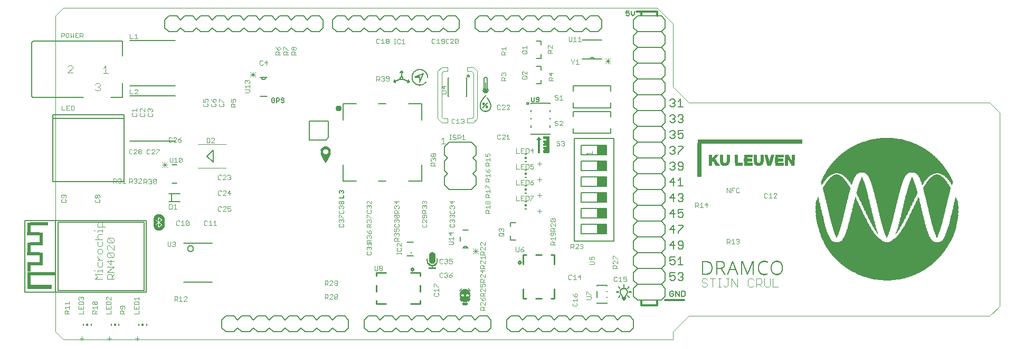
<source format=gto>
G75*
%MOIN*%
%OFA0B0*%
%FSLAX26Y26*%
%IPPOS*%
%LPD*%
%AMOC8*
5,1,8,0,0,1.08239X$1,22.5*
%
%ADD10C,0.000000*%
%ADD11R,0.051000X0.001500*%
%ADD12R,0.090000X0.001500*%
%ADD13R,0.115500X0.001500*%
%ADD14R,0.136500X0.001500*%
%ADD15R,0.154500X0.001500*%
%ADD16R,0.172500X0.001500*%
%ADD17R,0.187500X0.001500*%
%ADD18R,0.199500X0.001500*%
%ADD19R,0.213000X0.001500*%
%ADD20R,0.225000X0.001500*%
%ADD21R,0.235500X0.001500*%
%ADD22R,0.247500X0.001500*%
%ADD23R,0.258000X0.001500*%
%ADD24R,0.267000X0.001500*%
%ADD25R,0.277500X0.001500*%
%ADD26R,0.286500X0.001500*%
%ADD27R,0.295500X0.001500*%
%ADD28R,0.304500X0.001500*%
%ADD29R,0.310500X0.001500*%
%ADD30R,0.319500X0.001500*%
%ADD31R,0.328500X0.001500*%
%ADD32R,0.334500X0.001500*%
%ADD33R,0.343500X0.001500*%
%ADD34R,0.349500X0.001500*%
%ADD35R,0.357000X0.001500*%
%ADD36R,0.364500X0.001500*%
%ADD37R,0.370500X0.001500*%
%ADD38R,0.376500X0.001500*%
%ADD39R,0.382500X0.001500*%
%ADD40R,0.388500X0.001500*%
%ADD41R,0.396000X0.001500*%
%ADD42R,0.402000X0.001500*%
%ADD43R,0.408000X0.001500*%
%ADD44R,0.414000X0.001500*%
%ADD45R,0.418500X0.001500*%
%ADD46R,0.424500X0.001500*%
%ADD47R,0.430500X0.001500*%
%ADD48R,0.436500X0.001500*%
%ADD49R,0.442500X0.001500*%
%ADD50R,0.445500X0.001500*%
%ADD51R,0.451500X0.001500*%
%ADD52R,0.457500X0.001500*%
%ADD53R,0.463500X0.001500*%
%ADD54R,0.466500X0.001500*%
%ADD55R,0.472500X0.001500*%
%ADD56R,0.477000X0.001500*%
%ADD57R,0.481500X0.001500*%
%ADD58R,0.487500X0.001500*%
%ADD59R,0.490500X0.001500*%
%ADD60R,0.496500X0.001500*%
%ADD61R,0.499500X0.001500*%
%ADD62R,0.505500X0.001500*%
%ADD63R,0.508500X0.001500*%
%ADD64R,0.514500X0.001500*%
%ADD65R,0.517500X0.001500*%
%ADD66R,0.522000X0.001500*%
%ADD67R,0.526500X0.001500*%
%ADD68R,0.529500X0.001500*%
%ADD69R,0.535500X0.001500*%
%ADD70R,0.538500X0.001500*%
%ADD71R,0.541500X0.001500*%
%ADD72R,0.547500X0.001500*%
%ADD73R,0.550500X0.001500*%
%ADD74R,0.553500X0.001500*%
%ADD75R,0.558000X0.001500*%
%ADD76R,0.562500X0.001500*%
%ADD77R,0.565500X0.001500*%
%ADD78R,0.568500X0.001500*%
%ADD79R,0.571500X0.001500*%
%ADD80R,0.577500X0.001500*%
%ADD81R,0.580500X0.001500*%
%ADD82R,0.583500X0.001500*%
%ADD83R,0.586500X0.001500*%
%ADD84R,0.589500X0.001500*%
%ADD85R,0.595500X0.001500*%
%ADD86R,0.598500X0.001500*%
%ADD87R,0.601500X0.001500*%
%ADD88R,0.604500X0.001500*%
%ADD89R,0.607500X0.001500*%
%ADD90R,0.610500X0.001500*%
%ADD91R,0.613500X0.001500*%
%ADD92R,0.616500X0.001500*%
%ADD93R,0.619500X0.001500*%
%ADD94R,0.622500X0.001500*%
%ADD95R,0.625500X0.001500*%
%ADD96R,0.628500X0.001500*%
%ADD97R,0.631500X0.001500*%
%ADD98R,0.634500X0.001500*%
%ADD99R,0.637500X0.001500*%
%ADD100R,0.640500X0.001500*%
%ADD101R,0.643500X0.001500*%
%ADD102R,0.646500X0.001500*%
%ADD103R,0.649500X0.001500*%
%ADD104R,0.652500X0.001500*%
%ADD105R,0.655500X0.001500*%
%ADD106R,0.658500X0.001500*%
%ADD107R,0.661500X0.001500*%
%ADD108R,0.664500X0.001500*%
%ADD109R,0.667500X0.001500*%
%ADD110R,0.670500X0.001500*%
%ADD111R,0.673500X0.001500*%
%ADD112R,0.676500X0.001500*%
%ADD113R,0.679500X0.001500*%
%ADD114R,0.682500X0.001500*%
%ADD115R,0.685500X0.001500*%
%ADD116R,0.688500X0.001500*%
%ADD117R,0.691500X0.001500*%
%ADD118R,0.694500X0.001500*%
%ADD119R,0.697500X0.001500*%
%ADD120R,0.700500X0.001500*%
%ADD121R,0.703500X0.001500*%
%ADD122R,0.706500X0.001500*%
%ADD123R,0.708000X0.001500*%
%ADD124R,0.709500X0.001500*%
%ADD125R,0.712500X0.001500*%
%ADD126R,0.715500X0.001500*%
%ADD127R,0.718500X0.001500*%
%ADD128R,0.721500X0.001500*%
%ADD129R,0.724500X0.001500*%
%ADD130R,0.727500X0.001500*%
%ADD131R,0.730500X0.001500*%
%ADD132R,0.733500X0.001500*%
%ADD133R,0.735000X0.001500*%
%ADD134R,0.736500X0.001500*%
%ADD135R,0.739500X0.001500*%
%ADD136R,0.742500X0.001500*%
%ADD137R,0.745500X0.001500*%
%ADD138R,0.748500X0.001500*%
%ADD139R,0.751500X0.001500*%
%ADD140R,0.754500X0.001500*%
%ADD141R,0.757500X0.001500*%
%ADD142R,0.760500X0.001500*%
%ADD143R,0.763500X0.001500*%
%ADD144R,0.766500X0.001500*%
%ADD145R,0.769500X0.001500*%
%ADD146R,0.772500X0.001500*%
%ADD147R,0.775500X0.001500*%
%ADD148R,0.778500X0.001500*%
%ADD149R,0.781500X0.001500*%
%ADD150R,0.784500X0.001500*%
%ADD151R,0.787500X0.001500*%
%ADD152R,0.790500X0.001500*%
%ADD153R,0.793500X0.001500*%
%ADD154R,0.796500X0.001500*%
%ADD155R,0.073500X0.001500*%
%ADD156R,0.303000X0.001500*%
%ADD157R,0.075000X0.001500*%
%ADD158R,0.067500X0.001500*%
%ADD159R,0.063000X0.001500*%
%ADD160R,0.276000X0.001500*%
%ADD161R,0.060000X0.001500*%
%ADD162R,0.271500X0.001500*%
%ADD163R,0.270000X0.001500*%
%ADD164R,0.061500X0.001500*%
%ADD165R,0.058500X0.001500*%
%ADD166R,0.265500X0.001500*%
%ADD167R,0.264000X0.001500*%
%ADD168R,0.057000X0.001500*%
%ADD169R,0.261000X0.001500*%
%ADD170R,0.055500X0.001500*%
%ADD171R,0.256500X0.001500*%
%ADD172R,0.253500X0.001500*%
%ADD173R,0.054000X0.001500*%
%ADD174R,0.250500X0.001500*%
%ADD175R,0.249000X0.001500*%
%ADD176R,0.052500X0.001500*%
%ADD177R,0.244500X0.001500*%
%ADD178R,0.241500X0.001500*%
%ADD179R,0.240000X0.001500*%
%ADD180R,0.238500X0.001500*%
%ADD181R,0.237000X0.001500*%
%ADD182R,0.234000X0.001500*%
%ADD183R,0.231000X0.001500*%
%ADD184R,0.229500X0.001500*%
%ADD185R,0.228000X0.001500*%
%ADD186R,0.226500X0.001500*%
%ADD187R,0.223500X0.001500*%
%ADD188R,0.222000X0.001500*%
%ADD189R,0.220500X0.001500*%
%ADD190R,0.219000X0.001500*%
%ADD191R,0.217500X0.001500*%
%ADD192R,0.001500X0.001500*%
%ADD193R,0.216000X0.001500*%
%ADD194R,0.214500X0.001500*%
%ADD195R,0.049500X0.001500*%
%ADD196R,0.003000X0.001500*%
%ADD197R,0.004500X0.001500*%
%ADD198R,0.211500X0.001500*%
%ADD199R,0.210000X0.001500*%
%ADD200R,0.006000X0.001500*%
%ADD201R,0.208500X0.001500*%
%ADD202R,0.007500X0.001500*%
%ADD203R,0.207000X0.001500*%
%ADD204R,0.205500X0.001500*%
%ADD205R,0.009000X0.001500*%
%ADD206R,0.204000X0.001500*%
%ADD207R,0.010500X0.001500*%
%ADD208R,0.202500X0.001500*%
%ADD209R,0.201000X0.001500*%
%ADD210R,0.012000X0.001500*%
%ADD211R,0.013500X0.001500*%
%ADD212R,0.198000X0.001500*%
%ADD213R,0.015000X0.001500*%
%ADD214R,0.196500X0.001500*%
%ADD215R,0.195000X0.001500*%
%ADD216R,0.016500X0.001500*%
%ADD217R,0.018000X0.001500*%
%ADD218R,0.193500X0.001500*%
%ADD219R,0.192000X0.001500*%
%ADD220R,0.190500X0.001500*%
%ADD221R,0.019500X0.001500*%
%ADD222R,0.189000X0.001500*%
%ADD223R,0.021000X0.001500*%
%ADD224R,0.022500X0.001500*%
%ADD225R,0.186000X0.001500*%
%ADD226R,0.024000X0.001500*%
%ADD227R,0.184500X0.001500*%
%ADD228R,0.183000X0.001500*%
%ADD229R,0.181500X0.001500*%
%ADD230R,0.025500X0.001500*%
%ADD231R,0.180000X0.001500*%
%ADD232R,0.027000X0.001500*%
%ADD233R,0.178500X0.001500*%
%ADD234R,0.177000X0.001500*%
%ADD235R,0.028500X0.001500*%
%ADD236R,0.175500X0.001500*%
%ADD237R,0.030000X0.001500*%
%ADD238R,0.174000X0.001500*%
%ADD239R,0.031500X0.001500*%
%ADD240R,0.033000X0.001500*%
%ADD241R,0.171000X0.001500*%
%ADD242R,0.169500X0.001500*%
%ADD243R,0.034500X0.001500*%
%ADD244R,0.168000X0.001500*%
%ADD245R,0.036000X0.001500*%
%ADD246R,0.166500X0.001500*%
%ADD247R,0.165000X0.001500*%
%ADD248R,0.037500X0.001500*%
%ADD249R,0.163500X0.001500*%
%ADD250R,0.039000X0.001500*%
%ADD251R,0.162000X0.001500*%
%ADD252R,0.160500X0.001500*%
%ADD253R,0.040500X0.001500*%
%ADD254R,0.159000X0.001500*%
%ADD255R,0.042000X0.001500*%
%ADD256R,0.157500X0.001500*%
%ADD257R,0.156000X0.001500*%
%ADD258R,0.048000X0.001500*%
%ADD259R,0.043500X0.001500*%
%ADD260R,0.153000X0.001500*%
%ADD261R,0.045000X0.001500*%
%ADD262R,0.151500X0.001500*%
%ADD263R,0.150000X0.001500*%
%ADD264R,0.046500X0.001500*%
%ADD265R,0.148500X0.001500*%
%ADD266R,0.147000X0.001500*%
%ADD267R,0.145500X0.001500*%
%ADD268R,0.144000X0.001500*%
%ADD269R,0.142500X0.001500*%
%ADD270R,0.141000X0.001500*%
%ADD271R,0.139500X0.001500*%
%ADD272R,0.138000X0.001500*%
%ADD273R,0.135000X0.001500*%
%ADD274R,0.133500X0.001500*%
%ADD275R,0.132000X0.001500*%
%ADD276R,0.130500X0.001500*%
%ADD277R,0.129000X0.001500*%
%ADD278R,0.127500X0.001500*%
%ADD279R,0.126000X0.001500*%
%ADD280R,0.124500X0.001500*%
%ADD281R,0.064500X0.001500*%
%ADD282R,0.123000X0.001500*%
%ADD283R,0.121500X0.001500*%
%ADD284R,0.066000X0.001500*%
%ADD285R,0.120000X0.001500*%
%ADD286R,0.118500X0.001500*%
%ADD287R,0.117000X0.001500*%
%ADD288R,0.069000X0.001500*%
%ADD289R,0.070500X0.001500*%
%ADD290R,0.114000X0.001500*%
%ADD291R,0.072000X0.001500*%
%ADD292R,0.112500X0.001500*%
%ADD293R,0.111000X0.001500*%
%ADD294R,0.109500X0.001500*%
%ADD295R,0.108000X0.001500*%
%ADD296R,0.106500X0.001500*%
%ADD297R,0.076500X0.001500*%
%ADD298R,0.105000X0.001500*%
%ADD299R,0.078000X0.001500*%
%ADD300R,0.103500X0.001500*%
%ADD301R,0.102000X0.001500*%
%ADD302R,0.079500X0.001500*%
%ADD303R,0.100500X0.001500*%
%ADD304R,0.081000X0.001500*%
%ADD305R,0.099000X0.001500*%
%ADD306R,0.097500X0.001500*%
%ADD307R,0.082500X0.001500*%
%ADD308R,0.096000X0.001500*%
%ADD309R,0.084000X0.001500*%
%ADD310R,0.094500X0.001500*%
%ADD311R,0.093000X0.001500*%
%ADD312R,0.085500X0.001500*%
%ADD313R,0.091500X0.001500*%
%ADD314R,0.087000X0.001500*%
%ADD315R,0.088500X0.001500*%
%ADD316R,0.232500X0.001500*%
%ADD317R,0.246000X0.001500*%
%ADD318R,0.252000X0.001500*%
%ADD319R,0.255000X0.001500*%
%ADD320R,0.259500X0.001500*%
%ADD321R,0.262500X0.001500*%
%ADD322R,0.268500X0.001500*%
%ADD323R,0.274500X0.001500*%
%ADD324R,0.282000X0.001500*%
%ADD325R,0.294000X0.001500*%
%ADD326R,0.768000X0.001500*%
%ADD327R,0.705000X0.001500*%
%ADD328R,0.592500X0.001500*%
%ADD329R,0.574500X0.001500*%
%ADD330R,0.556500X0.001500*%
%ADD331R,0.544500X0.001500*%
%ADD332R,0.532500X0.001500*%
%ADD333R,0.520500X0.001500*%
%ADD334R,0.511500X0.001500*%
%ADD335R,0.495000X0.001500*%
%ADD336R,0.484500X0.001500*%
%ADD337R,0.475500X0.001500*%
%ADD338R,0.460500X0.001500*%
%ADD339R,0.439500X0.001500*%
%ADD340R,0.412500X0.001500*%
%ADD341R,0.406500X0.001500*%
%ADD342R,0.400500X0.001500*%
%ADD343R,0.394500X0.001500*%
%ADD344R,0.363000X0.001500*%
%ADD345R,0.355500X0.001500*%
%ADD346R,0.340500X0.001500*%
%ADD347R,0.325500X0.001500*%
%ADD348R,0.301500X0.001500*%
%ADD349R,0.285000X0.001500*%
%ADD350C,0.004000*%
%ADD351R,0.025000X0.001000*%
%ADD352R,0.008000X0.001000*%
%ADD353R,0.022000X0.001000*%
%ADD354R,0.020000X0.001000*%
%ADD355R,0.018000X0.001000*%
%ADD356R,0.055000X0.001000*%
%ADD357R,0.029000X0.001000*%
%ADD358R,0.049000X0.001000*%
%ADD359R,0.030000X0.001000*%
%ADD360R,0.024000X0.001000*%
%ADD361R,0.019000X0.001000*%
%ADD362R,0.023000X0.001000*%
%ADD363R,0.035000X0.001000*%
%ADD364R,0.034000X0.001000*%
%ADD365R,0.021000X0.001000*%
%ADD366R,0.039000X0.001000*%
%ADD367R,0.041000X0.001000*%
%ADD368R,0.042000X0.001000*%
%ADD369R,0.044000X0.001000*%
%ADD370R,0.047000X0.001000*%
%ADD371R,0.046000X0.001000*%
%ADD372R,0.026000X0.001000*%
%ADD373R,0.048000X0.001000*%
%ADD374R,0.050000X0.001000*%
%ADD375R,0.027000X0.001000*%
%ADD376R,0.051000X0.001000*%
%ADD377R,0.052000X0.001000*%
%ADD378R,0.028000X0.001000*%
%ADD379R,0.053000X0.001000*%
%ADD380R,0.054000X0.001000*%
%ADD381R,0.056000X0.001000*%
%ADD382R,0.057000X0.001000*%
%ADD383R,0.031000X0.001000*%
%ADD384R,0.032000X0.001000*%
%ADD385R,0.033000X0.001000*%
%ADD386R,0.036000X0.001000*%
%ADD387R,0.037000X0.001000*%
%ADD388R,0.017000X0.001000*%
%ADD389R,0.016000X0.001000*%
%ADD390R,0.045000X0.001000*%
%ADD391R,0.043000X0.001000*%
%ADD392R,0.040000X0.001000*%
%ADD393R,0.661000X0.001000*%
%ADD394R,0.001800X0.000200*%
%ADD395R,0.002600X0.000200*%
%ADD396R,0.003400X0.000200*%
%ADD397R,0.003400X0.000200*%
%ADD398R,0.004000X0.000200*%
%ADD399R,0.004600X0.000200*%
%ADD400R,0.005000X0.000200*%
%ADD401R,0.005600X0.000200*%
%ADD402R,0.006000X0.000200*%
%ADD403R,0.006600X0.000200*%
%ADD404R,0.007200X0.000200*%
%ADD405R,0.007600X0.000200*%
%ADD406R,0.008000X0.000200*%
%ADD407R,0.008400X0.000200*%
%ADD408R,0.008400X0.000200*%
%ADD409R,0.008800X0.000200*%
%ADD410R,0.009200X0.000200*%
%ADD411R,0.009200X0.000200*%
%ADD412R,0.009600X0.000200*%
%ADD413R,0.009800X0.000200*%
%ADD414R,0.010200X0.000200*%
%ADD415R,0.010200X0.000200*%
%ADD416R,0.010400X0.000200*%
%ADD417R,0.010800X0.000200*%
%ADD418R,0.011000X0.000200*%
%ADD419R,0.011000X0.000200*%
%ADD420R,0.010800X0.000200*%
%ADD421R,0.010000X0.000200*%
%ADD422R,0.009800X0.000200*%
%ADD423R,0.009400X0.000200*%
%ADD424R,0.009000X0.000200*%
%ADD425R,0.008800X0.000200*%
%ADD426R,0.008400X0.000200*%
%ADD427R,0.009000X0.000200*%
%ADD428R,0.011400X0.000200*%
%ADD429R,0.011600X0.000200*%
%ADD430R,0.012200X0.000200*%
%ADD431R,0.012200X0.000200*%
%ADD432R,0.012400X0.000200*%
%ADD433R,0.012400X0.000200*%
%ADD434R,0.013000X0.000200*%
%ADD435R,0.013400X0.000200*%
%ADD436R,0.013400X0.000200*%
%ADD437R,0.013800X0.000200*%
%ADD438R,0.014200X0.000200*%
%ADD439R,0.014200X0.000200*%
%ADD440R,0.014600X0.000200*%
%ADD441R,0.015000X0.000200*%
%ADD442R,0.015400X0.000200*%
%ADD443R,0.015800X0.000200*%
%ADD444R,0.016200X0.000200*%
%ADD445R,0.016200X0.000200*%
%ADD446R,0.016600X0.000200*%
%ADD447R,0.016800X0.000200*%
%ADD448R,0.017000X0.000200*%
%ADD449R,0.017600X0.000200*%
%ADD450R,0.012600X0.000200*%
%ADD451R,0.005000X0.000200*%
%ADD452R,0.012800X0.000200*%
%ADD453R,0.005200X0.000200*%
%ADD454R,0.005200X0.000200*%
%ADD455R,0.012600X0.000200*%
%ADD456R,0.005200X0.000200*%
%ADD457R,0.005200X0.000200*%
%ADD458R,0.012800X0.000200*%
%ADD459R,0.004800X0.000200*%
%ADD460R,0.004600X0.000200*%
%ADD461R,0.004400X0.000200*%
%ADD462R,0.004400X0.000200*%
%ADD463R,0.004000X0.000200*%
%ADD464R,0.003800X0.000200*%
%ADD465R,0.003600X0.000200*%
%ADD466R,0.003200X0.000200*%
%ADD467R,0.003200X0.000200*%
%ADD468R,0.002600X0.000200*%
%ADD469R,0.001000X0.000200*%
%ADD470R,0.002000X0.000200*%
%ADD471R,0.004200X0.000200*%
%ADD472R,0.000800X0.000200*%
%ADD473R,0.005800X0.000200*%
%ADD474R,0.007000X0.000200*%
%ADD475R,0.010400X0.000200*%
%ADD476R,0.011600X0.000200*%
%ADD477R,0.025000X0.000200*%
%ADD478R,0.024600X0.000200*%
%ADD479R,0.036800X0.000200*%
%ADD480R,0.035600X0.000200*%
%ADD481R,0.034800X0.000200*%
%ADD482R,0.033600X0.000200*%
%ADD483R,0.032800X0.000200*%
%ADD484R,0.031600X0.000200*%
%ADD485R,0.030400X0.000200*%
%ADD486R,0.029600X0.000200*%
%ADD487R,0.028400X0.000200*%
%ADD488R,0.027600X0.000200*%
%ADD489R,0.026400X0.000200*%
%ADD490R,0.012000X0.000200*%
%ADD491R,0.013200X0.000200*%
%ADD492R,0.010200X0.000200*%
%ADD493R,0.011200X0.000200*%
%ADD494R,0.008200X0.000200*%
%ADD495R,0.007400X0.000200*%
%ADD496R,0.006400X0.000200*%
%ADD497R,0.006800X0.000200*%
%ADD498R,0.005800X0.000200*%
%ADD499R,0.005600X0.000200*%
%ADD500R,0.005400X0.000200*%
%ADD501R,0.005400X0.000200*%
%ADD502R,0.004800X0.000200*%
%ADD503R,0.006000X0.000200*%
%ADD504R,0.006200X0.000200*%
%ADD505R,0.007600X0.000200*%
%ADD506R,0.017000X0.000200*%
%ADD507R,0.016400X0.000200*%
%ADD508R,0.016200X0.000200*%
%ADD509R,0.015800X0.000200*%
%ADD510R,0.015000X0.000200*%
%ADD511R,0.014600X0.000200*%
%ADD512R,0.014200X0.000200*%
%ADD513R,0.014000X0.000200*%
%ADD514R,0.013000X0.000200*%
%ADD515R,0.012400X0.000200*%
%ADD516R,0.011800X0.000200*%
%ADD517R,0.011400X0.000200*%
%ADD518R,0.010000X0.000200*%
%ADD519R,0.009200X0.000200*%
%ADD520R,0.001600X0.000200*%
%ADD521R,0.002200X0.000200*%
%ADD522R,0.002400X0.000200*%
%ADD523R,0.002800X0.000200*%
%ADD524R,0.003600X0.000200*%
%ADD525R,0.005400X0.000200*%
%ADD526R,0.006200X0.000200*%
%ADD527R,0.006400X0.000200*%
%ADD528R,0.006200X0.000200*%
%ADD529R,0.006400X0.000200*%
%ADD530R,0.006600X0.000200*%
%ADD531R,0.017800X0.000200*%
%ADD532R,0.017400X0.000200*%
%ADD533R,0.013800X0.000200*%
%ADD534R,0.012200X0.000200*%
%ADD535R,0.011800X0.000200*%
%ADD536R,0.010600X0.000200*%
%ADD537R,0.008600X0.000200*%
%ADD538R,0.007800X0.000200*%
%ADD539R,0.007400X0.000200*%
%ADD540R,0.007000X0.000200*%
%ADD541R,0.003000X0.000200*%
%ADD542R,0.011200X0.000200*%
%ADD543R,0.014000X0.000200*%
%ADD544R,0.019200X0.000200*%
%ADD545R,0.021200X0.000200*%
%ADD546R,0.023000X0.000200*%
%ADD547R,0.026000X0.000200*%
%ADD548R,0.027600X0.000200*%
%ADD549R,0.029000X0.000200*%
%ADD550R,0.030400X0.000200*%
%ADD551R,0.031600X0.000200*%
%ADD552R,0.034000X0.000200*%
%ADD553R,0.035200X0.000200*%
%ADD554R,0.036200X0.000200*%
%ADD555R,0.037200X0.000200*%
%ADD556R,0.038200X0.000200*%
%ADD557R,0.039200X0.000200*%
%ADD558R,0.040200X0.000200*%
%ADD559R,0.017200X0.000200*%
%ADD560R,0.015600X0.000200*%
%ADD561R,0.014400X0.000200*%
%ADD562R,0.013600X0.000200*%
%ADD563R,0.013200X0.000200*%
%ADD564R,0.012400X0.000200*%
%ADD565R,0.010600X0.000200*%
%ADD566R,0.010400X0.000200*%
%ADD567R,0.009600X0.000200*%
%ADD568R,0.009400X0.000200*%
%ADD569R,0.008600X0.000200*%
%ADD570R,0.008200X0.000200*%
%ADD571R,0.008200X0.000200*%
%ADD572R,0.008000X0.000200*%
%ADD573R,0.008200X0.000200*%
%ADD574R,0.007800X0.000200*%
%ADD575R,0.007400X0.000200*%
%ADD576R,0.007200X0.000200*%
%ADD577R,0.007200X0.000200*%
%ADD578R,0.006800X0.000200*%
%ADD579R,0.006200X0.000200*%
%ADD580R,0.001200X0.000200*%
%ADD581R,0.003200X0.000200*%
%ADD582R,0.005400X0.000200*%
%ADD583R,0.003400X0.000200*%
%ADD584R,0.003800X0.000200*%
%ADD585R,0.004200X0.000200*%
%ADD586R,0.002800X0.000200*%
%ADD587R,0.002200X0.000200*%
%ADD588R,0.001400X0.000200*%
%ADD589R,0.007200X0.000200*%
%ADD590R,0.004200X0.000200*%
%ADD591R,0.004400X0.000200*%
%ADD592R,0.004400X0.000200*%
%ADD593R,0.004200X0.000200*%
%ADD594R,0.001800X0.000200*%
%ADD595R,0.003000X0.000200*%
%ADD596R,0.033400X0.000200*%
%ADD597R,0.034000X0.000200*%
%ADD598R,0.034400X0.000200*%
%ADD599R,0.034600X0.000200*%
%ADD600R,0.034800X0.000200*%
%ADD601R,0.035000X0.000200*%
%ADD602R,0.035000X0.000200*%
%ADD603R,0.035200X0.000200*%
%ADD604R,0.034400X0.000200*%
%ADD605R,0.034200X0.000200*%
%ADD606R,0.033200X0.000200*%
%ADD607R,0.032400X0.000200*%
%ADD608R,0.015200X0.000200*%
%ADD609R,0.014800X0.000200*%
%ADD610R,0.012000X0.000200*%
%ADD611R,0.011200X0.000200*%
%ADD612R,0.002200X0.000200*%
%ADD613R,0.007400X0.000200*%
%ADD614R,0.011200X0.000200*%
%ADD615R,0.013600X0.000200*%
%ADD616R,0.015600X0.000200*%
%ADD617R,0.017200X0.000200*%
%ADD618R,0.040000X0.000200*%
%ADD619R,0.039200X0.000200*%
%ADD620R,0.038000X0.000200*%
%ADD621R,0.037200X0.000200*%
%ADD622R,0.036000X0.000200*%
%ADD623R,0.028800X0.000200*%
%ADD624R,0.024400X0.000200*%
%ADD625R,0.022800X0.000200*%
%ADD626R,0.021200X0.000200*%
%ADD627R,0.019200X0.000200*%
%ADD628R,0.000400X0.000200*%
%ADD629R,0.000800X0.000200*%
%ADD630R,0.001200X0.000200*%
%ADD631R,0.001200X0.000200*%
%ADD632R,0.002000X0.000200*%
%ADD633R,0.002400X0.000200*%
%ADD634R,0.003200X0.000200*%
%ADD635R,0.013200X0.000200*%
%ADD636R,0.014400X0.000200*%
%ADD637R,0.014800X0.000200*%
%ADD638R,0.015200X0.000200*%
%ADD639R,0.015200X0.000200*%
%ADD640R,0.016000X0.000200*%
%ADD641R,0.016000X0.000200*%
%ADD642R,0.016400X0.000200*%
%ADD643R,0.017600X0.000200*%
%ADD644R,0.018000X0.000200*%
%ADD645R,0.018400X0.000200*%
%ADD646R,0.018400X0.000200*%
%ADD647R,0.018800X0.000200*%
%ADD648R,0.019600X0.000200*%
%ADD649R,0.020000X0.000200*%
%ADD650R,0.020000X0.000200*%
%ADD651R,0.020400X0.000200*%
%ADD652R,0.020800X0.000200*%
%ADD653R,0.021600X0.000200*%
%ADD654R,0.022000X0.000200*%
%ADD655R,0.022400X0.000200*%
%ADD656R,0.022800X0.000200*%
%ADD657R,0.023200X0.000200*%
%ADD658R,0.023600X0.000200*%
%ADD659R,0.023600X0.000200*%
%ADD660R,0.024000X0.000200*%
%ADD661R,0.024000X0.000200*%
%ADD662R,0.024400X0.000200*%
%ADD663R,0.024800X0.000200*%
%ADD664R,0.024800X0.000200*%
%ADD665R,0.025200X0.000200*%
%ADD666R,0.025600X0.000200*%
%ADD667R,0.025600X0.000200*%
%ADD668R,0.026000X0.000200*%
%ADD669R,0.026400X0.000200*%
%ADD670R,0.026800X0.000200*%
%ADD671R,0.026800X0.000200*%
%ADD672R,0.027200X0.000200*%
%ADD673R,0.027200X0.000200*%
%ADD674R,0.028000X0.000200*%
%ADD675R,0.028000X0.000200*%
%ADD676R,0.028400X0.000200*%
%ADD677R,0.028800X0.000200*%
%ADD678R,0.029200X0.000200*%
%ADD679R,0.029200X0.000200*%
%ADD680R,0.029600X0.000200*%
%ADD681R,0.030000X0.000200*%
%ADD682R,0.030800X0.000200*%
%ADD683R,0.030800X0.000200*%
%ADD684R,0.031200X0.000200*%
%ADD685R,0.032000X0.000200*%
%ADD686R,0.032000X0.000200*%
%ADD687R,0.032800X0.000200*%
%ADD688R,0.033200X0.000200*%
%ADD689R,0.033600X0.000200*%
%ADD690R,0.034400X0.000200*%
%ADD691R,0.035600X0.000200*%
%ADD692R,0.036000X0.000200*%
%ADD693R,0.036400X0.000200*%
%ADD694R,0.036800X0.000200*%
%ADD695R,0.037600X0.000200*%
%ADD696R,0.037600X0.000200*%
%ADD697R,0.038400X0.000200*%
%ADD698R,0.038400X0.000200*%
%ADD699R,0.038800X0.000200*%
%ADD700R,0.038800X0.000200*%
%ADD701R,0.039600X0.000200*%
%ADD702R,0.040000X0.000200*%
%ADD703R,0.040400X0.000200*%
%ADD704R,0.040400X0.000200*%
%ADD705R,0.040800X0.000200*%
%ADD706R,0.040800X0.000200*%
%ADD707R,0.041200X0.000200*%
%ADD708R,0.041200X0.000200*%
%ADD709R,0.041600X0.000200*%
%ADD710R,0.042000X0.000200*%
%ADD711R,0.042000X0.000200*%
%ADD712R,0.042400X0.000200*%
%ADD713R,0.042400X0.000200*%
%ADD714R,0.042800X0.000200*%
%ADD715R,0.042800X0.000200*%
%ADD716R,0.043200X0.000200*%
%ADD717R,0.043200X0.000200*%
%ADD718R,0.043600X0.000200*%
%ADD719R,0.044000X0.000200*%
%ADD720R,0.044000X0.000200*%
%ADD721R,0.044400X0.000200*%
%ADD722R,0.044400X0.000200*%
%ADD723R,0.044800X0.000200*%
%ADD724R,0.044800X0.000200*%
%ADD725R,0.045200X0.000200*%
%ADD726R,0.045200X0.000200*%
%ADD727R,0.045600X0.000200*%
%ADD728R,0.045600X0.000200*%
%ADD729R,0.046000X0.000200*%
%ADD730R,0.046000X0.000200*%
%ADD731R,0.046400X0.000200*%
%ADD732R,0.046800X0.000200*%
%ADD733R,0.046800X0.000200*%
%ADD734R,0.047200X0.000200*%
%ADD735R,0.047200X0.000200*%
%ADD736R,0.047600X0.000200*%
%ADD737R,0.047600X0.000200*%
%ADD738R,0.048000X0.000200*%
%ADD739R,0.048000X0.000200*%
%ADD740R,0.048400X0.000200*%
%ADD741R,0.048400X0.000200*%
%ADD742R,0.048800X0.000200*%
%ADD743R,0.048800X0.000200*%
%ADD744R,0.049200X0.000200*%
%ADD745R,0.049600X0.000200*%
%ADD746R,0.049600X0.000200*%
%ADD747R,0.050000X0.000200*%
%ADD748R,0.050400X0.000200*%
%ADD749R,0.050400X0.000200*%
%ADD750R,0.050800X0.000200*%
%ADD751R,0.051200X0.000200*%
%ADD752R,0.051200X0.000200*%
%ADD753R,0.051600X0.000200*%
%ADD754R,0.052000X0.000200*%
%ADD755R,0.052000X0.000200*%
%ADD756R,0.052400X0.000200*%
%ADD757R,0.052400X0.000200*%
%ADD758R,0.052800X0.000200*%
%ADD759R,0.052800X0.000200*%
%ADD760R,0.053200X0.000200*%
%ADD761R,0.053200X0.000200*%
%ADD762R,0.053600X0.000200*%
%ADD763R,0.053600X0.000200*%
%ADD764R,0.054000X0.000200*%
%ADD765R,0.054000X0.000200*%
%ADD766R,0.054400X0.000200*%
%ADD767R,0.054400X0.000200*%
%ADD768R,0.054800X0.000200*%
%ADD769R,0.054800X0.000200*%
%ADD770R,0.055200X0.000200*%
%ADD771R,0.055200X0.000200*%
%ADD772R,0.055600X0.000200*%
%ADD773R,0.055600X0.000200*%
%ADD774R,0.056000X0.000200*%
%ADD775R,0.056000X0.000200*%
%ADD776R,0.056400X0.000200*%
%ADD777R,0.056400X0.000200*%
%ADD778R,0.056800X0.000200*%
%ADD779R,0.056800X0.000200*%
%ADD780R,0.057200X0.000200*%
%ADD781R,0.057200X0.000200*%
%ADD782R,0.057600X0.000200*%
%ADD783R,0.057600X0.000200*%
%ADD784R,0.058000X0.000200*%
%ADD785R,0.058000X0.000200*%
%ADD786R,0.027000X0.000200*%
%ADD787R,0.023800X0.000200*%
%ADD788R,0.023200X0.000200*%
%ADD789R,0.023200X0.000200*%
%ADD790R,0.022600X0.000200*%
%ADD791R,0.022400X0.000200*%
%ADD792R,0.021600X0.000200*%
%ADD793R,0.021400X0.000200*%
%ADD794R,0.021400X0.000200*%
%ADD795R,0.021200X0.000200*%
%ADD796R,0.020800X0.000200*%
%ADD797R,0.020400X0.000200*%
%ADD798R,0.020400X0.000200*%
%ADD799R,0.019800X0.000200*%
%ADD800R,0.019600X0.000200*%
%ADD801R,0.019400X0.000200*%
%ADD802R,0.019200X0.000200*%
%ADD803R,0.019000X0.000200*%
%ADD804R,0.018800X0.000200*%
%ADD805R,0.018600X0.000200*%
%ADD806R,0.018200X0.000200*%
%ADD807R,0.018200X0.000200*%
%ADD808R,0.018000X0.000200*%
%ADD809R,0.017800X0.000200*%
%ADD810R,0.017400X0.000200*%
%ADD811R,0.017400X0.000200*%
%ADD812R,0.017400X0.000200*%
%ADD813R,0.017200X0.000200*%
%ADD814R,0.017200X0.000200*%
%ADD815R,0.016800X0.000200*%
%ADD816R,0.016400X0.000200*%
%ADD817R,0.016200X0.000200*%
%ADD818R,0.015400X0.000200*%
%ADD819R,0.015400X0.000200*%
%ADD820R,0.015400X0.000200*%
%ADD821R,0.015200X0.000200*%
%ADD822R,0.016600X0.000200*%
%ADD823R,0.018200X0.000200*%
%ADD824R,0.018200X0.000200*%
%ADD825R,0.020600X0.000200*%
%ADD826R,0.021000X0.000200*%
%ADD827R,0.021200X0.000200*%
%ADD828R,0.022000X0.000200*%
%ADD829R,0.022400X0.000200*%
%ADD830R,0.022400X0.000200*%
%ADD831R,0.023800X0.000200*%
%ADD832R,0.051600X0.000200*%
%ADD833R,0.050800X0.000200*%
%ADD834R,0.050000X0.000200*%
%ADD835R,0.049200X0.000200*%
%ADD836R,0.046400X0.000200*%
%ADD837R,0.031200X0.000200*%
%ADD838R,0.029000X0.000200*%
%ADD839R,0.036400X0.000200*%
%ADD840R,0.039600X0.000200*%
%ADD841R,0.043600X0.000200*%
%ADD842R,0.058400X0.000200*%
%ADD843R,0.025800X0.000200*%
%ADD844R,0.031000X0.000200*%
%ADD845R,0.025200X0.000200*%
%ADD846R,0.030600X0.000200*%
%ADD847R,0.030400X0.000200*%
%ADD848R,0.030200X0.000200*%
%ADD849R,0.030200X0.000200*%
%ADD850R,0.024600X0.000200*%
%ADD851R,0.029800X0.000200*%
%ADD852R,0.029800X0.000200*%
%ADD853R,0.029400X0.000200*%
%ADD854R,0.025000X0.000200*%
%ADD855R,0.028600X0.000200*%
%ADD856R,0.025200X0.000200*%
%ADD857R,0.027800X0.000200*%
%ADD858R,0.025400X0.000200*%
%ADD859R,0.025400X0.000200*%
%ADD860R,0.027400X0.000200*%
%ADD861R,0.027400X0.000200*%
%ADD862R,0.027000X0.000200*%
%ADD863R,0.025800X0.000200*%
%ADD864R,0.026600X0.000200*%
%ADD865R,0.026600X0.000200*%
%ADD866R,0.026200X0.000200*%
%ADD867R,0.026200X0.000200*%
%ADD868R,0.024400X0.000200*%
%ADD869R,0.024200X0.000200*%
%ADD870R,0.023400X0.000200*%
%ADD871R,0.023000X0.000200*%
%ADD872R,0.022600X0.000200*%
%ADD873R,0.022200X0.000200*%
%ADD874R,0.000200X0.000200*%
%ADD875R,0.027400X0.000200*%
%ADD876R,0.000600X0.000200*%
%ADD877R,0.021800X0.000200*%
%ADD878R,0.001000X0.000200*%
%ADD879R,0.001400X0.000200*%
%ADD880R,0.001600X0.000200*%
%ADD881R,0.021000X0.000200*%
%ADD882R,0.002200X0.000200*%
%ADD883R,0.020400X0.000200*%
%ADD884R,0.020200X0.000200*%
%ADD885R,0.019800X0.000200*%
%ADD886R,0.027800X0.000200*%
%ADD887R,0.019400X0.000200*%
%ADD888R,0.019000X0.000200*%
%ADD889R,0.018600X0.000200*%
%ADD890R,0.028200X0.000200*%
%ADD891R,0.028200X0.000200*%
%ADD892R,0.009200X0.000200*%
%ADD893R,0.013400X0.000200*%
%ADD894R,0.013200X0.000200*%
%ADD895R,0.000400X0.000200*%
%ADD896R,0.000200X0.000200*%
%ADD897R,0.020200X0.000200*%
%ADD898R,0.020200X0.000200*%
%ADD899R,0.022200X0.000200*%
%ADD900R,0.020600X0.000200*%
%ADD901R,0.023200X0.000200*%
%ADD902R,0.021800X0.000200*%
%ADD903R,0.022200X0.000200*%
%ADD904R,0.024200X0.000200*%
%ADD905R,0.026200X0.000200*%
%ADD906R,0.027200X0.000200*%
%ADD907R,0.028200X0.000200*%
%ADD908R,0.028600X0.000200*%
%ADD909R,0.029200X0.000200*%
%ADD910R,0.030000X0.000200*%
%ADD911R,0.029200X0.000200*%
%ADD912R,0.027200X0.000200*%
%ADD913R,0.026200X0.000200*%
%ADD914R,0.023400X0.000200*%
%ADD915R,0.025200X0.000200*%
%ADD916R,0.022200X0.000200*%
%ADD917R,0.024200X0.000200*%
%ADD918R,0.021400X0.000200*%
%ADD919R,0.000200X0.000200*%
%ADD920R,0.000600X0.000200*%
%ADD921R,0.020200X0.000200*%
%ADD922R,0.000200X0.000200*%
%ADD923R,0.019200X0.000200*%
%ADD924R,0.002400X0.000200*%
%ADD925R,0.014200X0.000200*%
%ADD926R,0.010200X0.000200*%
%ADD927R,0.001200X0.000200*%
%ADD928R,0.024400X0.000200*%
%ADD929R,0.027400X0.000200*%
%ADD930R,0.029400X0.000200*%
%ADD931R,0.030200X0.000200*%
%ADD932R,0.030200X0.000200*%
%ADD933R,0.030400X0.000200*%
%ADD934R,0.030600X0.000200*%
%ADD935R,0.058400X0.000200*%
%ADD936R,0.041600X0.000200*%
%ADD937R,0.032400X0.000200*%
%ADD938R,0.003400X0.000200*%
%ADD939R,0.031800X0.000200*%
%ADD940R,0.032600X0.000200*%
%ADD941R,0.033400X0.000200*%
%ADD942R,0.034200X0.000200*%
%ADD943R,0.035800X0.000200*%
%ADD944R,0.036600X0.000200*%
%ADD945R,0.037400X0.000200*%
%ADD946R,0.008400X0.000200*%
%ADD947R,0.006400X0.000200*%
%ADD948R,0.031000X0.000200*%
%ADD949R,0.031400X0.000200*%
%ADD950R,0.031400X0.000200*%
%ADD951R,0.032200X0.000200*%
%ADD952R,0.032600X0.000200*%
%ADD953R,0.033000X0.000200*%
%ADD954R,0.033400X0.000200*%
%ADD955R,0.033800X0.000200*%
%ADD956R,0.054600X0.000200*%
%ADD957R,0.055000X0.000200*%
%ADD958R,0.055200X0.000200*%
%ADD959R,0.055800X0.000200*%
%ADD960R,0.056600X0.000200*%
%ADD961R,0.057200X0.000200*%
%ADD962R,0.057400X0.000200*%
%ADD963R,0.058200X0.000200*%
%ADD964R,0.058800X0.000200*%
%ADD965R,0.059000X0.000200*%
%ADD966R,0.059200X0.000200*%
%ADD967R,0.059600X0.000200*%
%ADD968R,0.059800X0.000200*%
%ADD969R,0.060000X0.000200*%
%ADD970R,0.060400X0.000200*%
%ADD971R,0.060600X0.000200*%
%ADD972R,0.060800X0.000200*%
%ADD973R,0.061200X0.000200*%
%ADD974R,0.061400X0.000200*%
%ADD975R,0.061600X0.000200*%
%ADD976R,0.062000X0.000200*%
%ADD977R,0.062200X0.000200*%
%ADD978R,0.062400X0.000200*%
%ADD979R,0.062800X0.000200*%
%ADD980R,0.063200X0.000200*%
%ADD981R,0.063400X0.000200*%
%ADD982R,0.063600X0.000200*%
%ADD983R,0.064000X0.000200*%
%ADD984R,0.064200X0.000200*%
%ADD985R,0.064400X0.000200*%
%ADD986R,0.064800X0.000200*%
%ADD987R,0.065000X0.000200*%
%ADD988R,0.065200X0.000200*%
%ADD989R,0.065400X0.000200*%
%ADD990R,0.065600X0.000200*%
%ADD991R,0.065800X0.000200*%
%ADD992R,0.066000X0.000200*%
%ADD993R,0.066000X0.000200*%
%ADD994R,0.065200X0.000200*%
%ADD995R,0.064400X0.000200*%
%ADD996R,0.063800X0.000200*%
%ADD997R,0.063200X0.000200*%
%ADD998R,0.062600X0.000200*%
%ADD999R,0.061000X0.000200*%
%ADD1000R,0.060200X0.000200*%
%ADD1001R,0.059800X0.000200*%
%ADD1002R,0.058600X0.000200*%
%ADD1003R,0.056200X0.000200*%
%ADD1004R,0.054200X0.000200*%
%ADD1005R,0.054600X0.000200*%
%ADD1006R,0.055000X0.000200*%
%ADD1007R,0.055400X0.000200*%
%ADD1008R,0.055400X0.000200*%
%ADD1009R,0.055800X0.000200*%
%ADD1010R,0.057000X0.000200*%
%ADD1011R,0.057400X0.000200*%
%ADD1012R,0.057800X0.000200*%
%ADD1013R,0.057800X0.000200*%
%ADD1014R,0.058200X0.000200*%
%ADD1015R,0.058600X0.000200*%
%ADD1016R,0.059000X0.000200*%
%ADD1017R,0.059400X0.000200*%
%ADD1018R,0.059400X0.000200*%
%ADD1019R,0.059600X0.000200*%
%ADD1020R,0.060200X0.000200*%
%ADD1021R,0.060600X0.000200*%
%ADD1022R,0.061000X0.000200*%
%ADD1023R,0.061200X0.000200*%
%ADD1024R,0.061400X0.000200*%
%ADD1025R,0.061600X0.000200*%
%ADD1026R,0.061800X0.000200*%
%ADD1027R,0.061800X0.000200*%
%ADD1028R,0.010400X0.000200*%
%ADD1029R,0.065400X0.000200*%
%ADD1030R,0.065000X0.000200*%
%ADD1031R,0.064800X0.000200*%
%ADD1032R,0.064600X0.000200*%
%ADD1033R,0.064600X0.000200*%
%ADD1034R,0.064200X0.000200*%
%ADD1035R,0.063800X0.000200*%
%ADD1036R,0.063400X0.000200*%
%ADD1037R,0.063000X0.000200*%
%ADD1038R,0.063000X0.000200*%
%ADD1039R,0.062600X0.000200*%
%ADD1040R,0.062200X0.000200*%
%ADD1041R,0.062000X0.000200*%
%ADD1042R,0.060400X0.000200*%
%ADD1043R,0.060000X0.000200*%
%ADD1044R,0.057000X0.000200*%
%ADD1045R,0.056600X0.000200*%
%ADD1046R,0.054200X0.000200*%
%ADD1047R,0.053800X0.000200*%
%ADD1048R,0.053400X0.000200*%
%ADD1049R,0.053400X0.000200*%
%ADD1050R,0.053000X0.000200*%
%ADD1051R,0.052600X0.000200*%
%ADD1052R,0.052600X0.000200*%
%ADD1053R,0.052200X0.000200*%
%ADD1054R,0.051800X0.000200*%
%ADD1055R,0.051400X0.000200*%
%ADD1056R,0.051000X0.000200*%
%ADD1057R,0.050600X0.000200*%
%ADD1058R,0.050200X0.000200*%
%ADD1059R,0.049800X0.000200*%
%ADD1060R,0.049400X0.000200*%
%ADD1061R,0.049000X0.000200*%
%ADD1062R,0.048600X0.000200*%
%ADD1063R,0.048200X0.000200*%
%ADD1064R,0.047800X0.000200*%
%ADD1065R,0.047400X0.000200*%
%ADD1066R,0.047000X0.000200*%
%ADD1067R,0.046600X0.000200*%
%ADD1068R,0.045800X0.000200*%
%ADD1069R,0.045400X0.000200*%
%ADD1070R,0.043800X0.000200*%
%ADD1071R,0.043400X0.000200*%
%ADD1072R,0.043000X0.000200*%
%ADD1073R,0.042600X0.000200*%
%ADD1074R,0.042200X0.000200*%
%ADD1075R,0.041800X0.000200*%
%ADD1076R,0.041400X0.000200*%
%ADD1077R,0.040200X0.000200*%
%ADD1078R,0.039800X0.000200*%
%ADD1079R,0.039400X0.000200*%
%ADD1080R,0.038600X0.000200*%
%ADD1081R,0.037800X0.000200*%
%ADD1082R,0.037000X0.000200*%
%ADD1083R,0.035400X0.000200*%
%ADD1084R,0.034600X0.000200*%
%ADD1085R,0.032200X0.000200*%
%ADD1086R,0.012200X0.000200*%
%ADD1087R,0.034200X0.000200*%
%ADD1088R,0.037400X0.000200*%
%ADD1089R,0.037800X0.000200*%
%ADD1090R,0.038200X0.000200*%
%ADD1091R,0.038600X0.000200*%
%ADD1092R,0.039000X0.000200*%
%ADD1093R,0.039400X0.000200*%
%ADD1094R,0.039800X0.000200*%
%ADD1095R,0.040200X0.000200*%
%ADD1096R,0.040200X0.000200*%
%ADD1097R,0.040400X0.000200*%
%ADD1098R,0.040600X0.000200*%
%ADD1099R,0.040600X0.000200*%
%ADD1100R,0.041000X0.000200*%
%ADD1101R,0.041000X0.000200*%
%ADD1102R,0.028400X0.000200*%
%ADD1103R,0.026400X0.000200*%
%ADD1104R,0.018400X0.000200*%
%ADD1105R,0.016400X0.000200*%
%ADD1106R,0.014400X0.000200*%
%ADD1107R,0.014400X0.000200*%
%ADD1108R,0.040400X0.000200*%
%ADD1109R,0.000400X0.000200*%
%ADD1110R,0.039000X0.000200*%
%ADD1111R,0.037000X0.000200*%
%ADD1112R,0.036600X0.000200*%
%ADD1113R,0.034200X0.000200*%
%ADD1114R,0.011400X0.000200*%
%ADD1115R,0.013400X0.000200*%
%ADD1116R,0.023400X0.000200*%
%ADD1117R,0.023400X0.000200*%
%ADD1118R,0.024200X0.000200*%
%ADD1119R,0.021400X0.000200*%
%ADD1120R,0.009400X0.000200*%
%ADD1121R,0.009400X0.000200*%
%ADD1122R,0.038200X0.000200*%
%ADD1123R,0.038000X0.000200*%
%ADD1124R,0.009300X0.000300*%
%ADD1125R,0.007800X0.000300*%
%ADD1126R,0.015900X0.000300*%
%ADD1127R,0.013200X0.000300*%
%ADD1128R,0.020400X0.000300*%
%ADD1129R,0.017100X0.000300*%
%ADD1130R,0.023700X0.000300*%
%ADD1131R,0.019800X0.000300*%
%ADD1132R,0.025800X0.000300*%
%ADD1133R,0.006000X0.000300*%
%ADD1134R,0.007200X0.000300*%
%ADD1135R,0.006600X0.000300*%
%ADD1136R,0.005700X0.000300*%
%ADD1137R,0.003900X0.000300*%
%ADD1138R,0.026700X0.000300*%
%ADD1139R,0.022200X0.000300*%
%ADD1140R,0.029100X0.000300*%
%ADD1141R,0.006900X0.000300*%
%ADD1142R,0.006900X0.000300*%
%ADD1143R,0.004500X0.000300*%
%ADD1144R,0.028800X0.000300*%
%ADD1145R,0.024600X0.000300*%
%ADD1146R,0.031500X0.000300*%
%ADD1147R,0.007200X0.000300*%
%ADD1148R,0.031200X0.000300*%
%ADD1149R,0.026400X0.000300*%
%ADD1150R,0.033300X0.000300*%
%ADD1151R,0.028200X0.000300*%
%ADD1152R,0.034800X0.000300*%
%ADD1153R,0.005100X0.000300*%
%ADD1154R,0.035100X0.000300*%
%ADD1155R,0.030000X0.000300*%
%ADD1156R,0.036000X0.000300*%
%ADD1157R,0.036900X0.000300*%
%ADD1158R,0.037200X0.000300*%
%ADD1159R,0.037800X0.000300*%
%ADD1160R,0.033000X0.000300*%
%ADD1161R,0.038400X0.000300*%
%ADD1162R,0.038700X0.000300*%
%ADD1163R,0.034200X0.000300*%
%ADD1164R,0.039300X0.000300*%
%ADD1165R,0.035400X0.000300*%
%ADD1166R,0.040200X0.000300*%
%ADD1167R,0.006300X0.000300*%
%ADD1168R,0.039900X0.000300*%
%ADD1169R,0.036600X0.000300*%
%ADD1170R,0.041100X0.000300*%
%ADD1171R,0.040500X0.000300*%
%ADD1172R,0.042000X0.000300*%
%ADD1173R,0.039000X0.000300*%
%ADD1174R,0.042600X0.000300*%
%ADD1175R,0.041400X0.000300*%
%ADD1176R,0.043500X0.000300*%
%ADD1177R,0.040800X0.000300*%
%ADD1178R,0.044100X0.000300*%
%ADD1179R,0.007500X0.000300*%
%ADD1180R,0.021600X0.000300*%
%ADD1181R,0.018600X0.000300*%
%ADD1182R,0.044700X0.000300*%
%ADD1183R,0.017700X0.000300*%
%ADD1184R,0.012900X0.000300*%
%ADD1185R,0.045300X0.000300*%
%ADD1186R,0.008100X0.000300*%
%ADD1187R,0.016200X0.000300*%
%ADD1188R,0.009900X0.000300*%
%ADD1189R,0.015300X0.000300*%
%ADD1190R,0.045900X0.000300*%
%ADD1191R,0.015000X0.000300*%
%ADD1192R,0.014100X0.000300*%
%ADD1193R,0.020100X0.000300*%
%ADD1194R,0.014400X0.000300*%
%ADD1195R,0.013500X0.000300*%
%ADD1196R,0.018000X0.000300*%
%ADD1197R,0.008700X0.000300*%
%ADD1198R,0.004800X0.000300*%
%ADD1199R,0.012600X0.000300*%
%ADD1200R,0.016500X0.000300*%
%ADD1201R,0.003600X0.000300*%
%ADD1202R,0.012000X0.000300*%
%ADD1203R,0.015600X0.000300*%
%ADD1204R,0.002100X0.000300*%
%ADD1205R,0.011700X0.000300*%
%ADD1206R,0.011400X0.000300*%
%ADD1207R,0.014700X0.000300*%
%ADD1208R,0.001200X0.000300*%
%ADD1209R,0.011100X0.000300*%
%ADD1210R,0.013800X0.000300*%
%ADD1211R,0.011700X0.000300*%
%ADD1212R,0.010800X0.000300*%
%ADD1213R,0.009900X0.000300*%
%ADD1214R,0.010500X0.000300*%
%ADD1215R,0.009600X0.000300*%
%ADD1216R,0.010200X0.000300*%
%ADD1217R,0.009000X0.000300*%
%ADD1218R,0.008700X0.000300*%
%ADD1219R,0.010200X0.000300*%
%ADD1220R,0.008400X0.000300*%
%ADD1221R,0.005700X0.000300*%
%ADD1222R,0.008400X0.000300*%
%ADD1223R,0.048300X0.000300*%
%ADD1224R,0.047700X0.000300*%
%ADD1225R,0.047400X0.000300*%
%ADD1226R,0.047100X0.000300*%
%ADD1227R,0.046500X0.000300*%
%ADD1228R,0.046200X0.000300*%
%ADD1229R,0.045000X0.000300*%
%ADD1230R,0.044700X0.000300*%
%ADD1231R,0.044400X0.000300*%
%ADD1232R,0.034200X0.000300*%
%ADD1233R,0.033900X0.000300*%
%ADD1234R,0.033600X0.000300*%
%ADD1235R,0.034500X0.000300*%
%ADD1236R,0.035400X0.000300*%
%ADD1237R,0.036900X0.000300*%
%ADD1238R,0.038400X0.000300*%
%ADD1239R,0.039600X0.000300*%
%ADD1240R,0.040200X0.000300*%
%ADD1241R,0.011400X0.000300*%
%ADD1242R,0.005400X0.000300*%
%ADD1243R,0.005400X0.000300*%
%ADD1244R,0.000300X0.000300*%
%ADD1245R,0.001500X0.000300*%
%ADD1246R,0.002700X0.000300*%
%ADD1247R,0.012300X0.000300*%
%ADD1248R,0.016200X0.000300*%
%ADD1249R,0.019200X0.000300*%
%ADD1250R,0.017400X0.000300*%
%ADD1251R,0.021900X0.000300*%
%ADD1252R,0.043200X0.000300*%
%ADD1253R,0.046800X0.000300*%
%ADD1254R,0.042900X0.000300*%
%ADD1255R,0.014400X0.000300*%
%ADD1256R,0.046200X0.000300*%
%ADD1257R,0.042300X0.000300*%
%ADD1258R,0.045600X0.000300*%
%ADD1259R,0.041400X0.000300*%
%ADD1260R,0.020700X0.000300*%
%ADD1261R,0.021000X0.000300*%
%ADD1262R,0.044400X0.000300*%
%ADD1263R,0.043800X0.000300*%
%ADD1264R,0.043200X0.000300*%
%ADD1265R,0.042900X0.000300*%
%ADD1266R,0.038100X0.000300*%
%ADD1267R,0.037500X0.000300*%
%ADD1268R,0.032100X0.000300*%
%ADD1269R,0.032400X0.000300*%
%ADD1270R,0.029700X0.000300*%
%ADD1271R,0.027900X0.000300*%
%ADD1272R,0.029700X0.000300*%
%ADD1273R,0.027000X0.000300*%
%ADD1274R,0.003900X0.000300*%
%ADD1275R,0.023100X0.000300*%
%ADD1276R,0.022500X0.000300*%
%ADD1277R,0.016800X0.000300*%
%ADD1278C,0.003000*%
%ADD1279C,0.005000*%
%ADD1280R,0.179134X0.019685*%
%ADD1281R,0.019685X0.090551*%
%ADD1282R,0.133858X0.031496*%
%ADD1283R,0.019685X0.062992*%
%ADD1284R,0.078740X0.019685*%
%ADD1285R,0.112205X0.019685*%
%ADD1286C,0.006000*%
%ADD1287C,0.008000*%
%ADD1288C,0.010000*%
%ADD1289R,0.060000X0.060000*%
%ADD1290R,0.011811X0.005906*%
%ADD1291R,0.011811X0.011811*%
%ADD1292R,0.005906X0.011811*%
%ADD1293C,0.011811*%
%ADD1294C,0.018000*%
%ADD1295C,0.012000*%
%ADD1296C,0.007874*%
D10*
X00207480Y00100000D02*
X00207480Y02100000D01*
X00257480Y02150000D01*
X04007480Y02150000D01*
X04107480Y02050000D01*
X04107480Y01650000D01*
X04207480Y01550000D01*
X06107480Y01550000D01*
X06169980Y01487500D01*
X06169980Y00262500D01*
X06107480Y00200000D01*
X04207480Y00200000D01*
X04107480Y00100000D01*
X04107480Y00050000D01*
X00257480Y00050000D01*
X00207480Y00100000D01*
X02619980Y01450000D02*
X02644980Y01425000D01*
X02682480Y01425000D01*
X02682480Y01450000D01*
X02657480Y01450000D01*
X02644980Y01462500D01*
X02644980Y01737500D01*
X02657480Y01750000D01*
X02682480Y01750000D01*
X02682480Y01775000D01*
X02644980Y01775000D01*
X02619980Y01750000D01*
X02619980Y01450000D01*
X02807480Y01450000D02*
X02807480Y01425000D01*
X02844980Y01425000D01*
X02869980Y01450000D01*
X02869980Y01750000D01*
X02844980Y01775000D01*
X02807480Y01775000D01*
X02807480Y01750000D01*
X02832480Y01750000D01*
X02844980Y01737500D01*
X02844980Y01462500D01*
X02832480Y01450000D01*
X02807480Y01450000D01*
D11*
X05057730Y00723500D03*
X05057730Y00723500D03*
X05062230Y00711500D03*
X05062230Y00711500D03*
X05065230Y00704000D03*
X05065230Y00704000D03*
X05066730Y00701000D03*
X05066730Y00701000D03*
X05068230Y00698000D03*
X05068230Y00698000D03*
X05069730Y00695000D03*
X05069730Y00695000D03*
X05069730Y00693500D03*
X05069730Y00693500D03*
X05071230Y00692000D03*
X05071230Y00692000D03*
X05071230Y00690500D03*
X05071230Y00690500D03*
X05072730Y00689000D03*
X05072730Y00689000D03*
X05072730Y00687500D03*
X05072730Y00687500D03*
X05074230Y00686000D03*
X05074230Y00686000D03*
X05075730Y00683000D03*
X05075730Y00683000D03*
X05140230Y00759500D03*
X05140230Y00759500D03*
X05140230Y00761000D03*
X05140230Y00761000D03*
X05266230Y00881000D03*
X05266230Y00881000D03*
X05326230Y00900500D03*
X05326230Y00900500D03*
X05326230Y00902000D03*
X05326230Y00902000D03*
X05327730Y00899000D03*
X05327730Y00899000D03*
X05327730Y00897500D03*
X05327730Y00897500D03*
X05585730Y00896000D03*
X05585730Y00896000D03*
X05587230Y00899000D03*
X05587230Y00899000D03*
X05587230Y00900500D03*
X05587230Y00900500D03*
X05648730Y00882500D03*
X05648730Y00882500D03*
X05648730Y00881000D03*
X05648730Y00881000D03*
X05456730Y00761000D03*
X05456730Y00761000D03*
X05456730Y00759500D03*
X05456730Y00759500D03*
X05842230Y00689000D03*
X05842230Y00689000D03*
X05843730Y00692000D03*
X05843730Y00692000D03*
X05845230Y00695000D03*
X05845230Y00695000D03*
X05845230Y00696500D03*
X05845230Y00696500D03*
X05846730Y00698000D03*
X05846730Y00698000D03*
X05846730Y00699500D03*
X05846730Y00699500D03*
X05848230Y00701000D03*
X05848230Y00701000D03*
X05848230Y00702500D03*
X05848230Y00702500D03*
X05849730Y00704000D03*
X05849730Y00704000D03*
X05849730Y00705500D03*
X05849730Y00705500D03*
X05851230Y00708500D03*
X05851230Y00708500D03*
X05851230Y00710000D03*
X05851230Y00710000D03*
X05852730Y00711500D03*
X05852730Y00711500D03*
X05852730Y00713000D03*
X05852730Y00713000D03*
X05854230Y00716000D03*
X05854230Y00716000D03*
X05854230Y00717500D03*
X05854230Y00717500D03*
X05855730Y00720500D03*
X05855730Y00720500D03*
X05857230Y00723500D03*
X05857230Y00723500D03*
X05857230Y00725000D03*
X05857230Y00725000D03*
X05858730Y00728000D03*
X05858730Y00728000D03*
X05858730Y00729500D03*
X05858730Y00729500D03*
X05860230Y00732500D03*
X05860230Y00732500D03*
X05860230Y00734000D03*
X05860230Y00734000D03*
X05861730Y00737000D03*
X05861730Y00737000D03*
X05861730Y00738500D03*
X05861730Y00738500D03*
X05863230Y00741500D03*
X05863230Y00741500D03*
X05863230Y00743000D03*
X05863230Y00743000D03*
X05864730Y00747500D03*
X05864730Y00747500D03*
X05866230Y00752000D03*
X05866230Y00752000D03*
X05866230Y00753500D03*
X05866230Y00753500D03*
X05867730Y00758000D03*
X05867730Y00758000D03*
X05869230Y00762500D03*
X05869230Y00762500D03*
X05870730Y00768500D03*
X05870730Y00768500D03*
X05615730Y01010000D03*
X05615730Y01010000D03*
X05615730Y01011500D03*
X05615730Y01011500D03*
X05225730Y01073000D03*
X05225730Y01073000D03*
X05140230Y01085000D03*
X05140230Y01085000D03*
X05092230Y01098500D03*
X05092230Y01098500D03*
X05458230Y00425000D03*
X05458230Y00425000D03*
D12*
X05458230Y00426500D03*
X05458230Y00426500D03*
X05456730Y00833000D03*
X05456730Y00833000D03*
X05456730Y00834500D03*
X05456730Y00834500D03*
X05456730Y00836000D03*
X05456730Y00836000D03*
X05272230Y00828500D03*
X05272230Y00828500D03*
X05272230Y00827000D03*
X05272230Y00827000D03*
X05140230Y00833000D03*
X05140230Y00833000D03*
X05140230Y00834500D03*
X05140230Y00834500D03*
X05140230Y00836000D03*
X05140230Y00836000D03*
D13*
X05139480Y00887000D03*
X05139480Y00887000D03*
X05139480Y00888500D03*
X05139480Y00888500D03*
X05275980Y00794000D03*
X05275980Y00794000D03*
X05457480Y00887000D03*
X05457480Y00887000D03*
X05457480Y00888500D03*
X05457480Y00888500D03*
X05637480Y00794000D03*
X05637480Y00794000D03*
X05637480Y00792500D03*
X05637480Y00792500D03*
X05773980Y00885500D03*
X05773980Y00885500D03*
X05773980Y00887000D03*
X05773980Y00887000D03*
X05773980Y00888500D03*
X05773980Y00888500D03*
X05773980Y00890000D03*
X05773980Y00890000D03*
X05773980Y01052000D03*
X05773980Y01052000D03*
X05214480Y01100000D03*
X05214480Y01100000D03*
X05457480Y00428000D03*
X05457480Y00428000D03*
D14*
X05457480Y00429500D03*
X05457480Y00429500D03*
X05634480Y00767000D03*
X05634480Y00767000D03*
X05634480Y00768500D03*
X05634480Y00768500D03*
X05280480Y00768500D03*
X05280480Y00768500D03*
X05139480Y00932000D03*
X05139480Y00932000D03*
X05457480Y00932000D03*
X05457480Y00932000D03*
X05773980Y00932000D03*
X05773980Y00932000D03*
X05773980Y00933500D03*
X05773980Y00933500D03*
X05773980Y00930500D03*
X05773980Y00930500D03*
X05773980Y00929000D03*
X05773980Y00929000D03*
X05773980Y01037000D03*
X05773980Y01037000D03*
X05773980Y01038500D03*
X05773980Y01038500D03*
X05457480Y01320500D03*
X05457480Y01320500D03*
D15*
X05457480Y01319000D03*
X05457480Y01319000D03*
X05773980Y01025000D03*
X05773980Y01025000D03*
X05773980Y01023500D03*
X05773980Y01023500D03*
X05773980Y00969500D03*
X05773980Y00969500D03*
X05773980Y00968000D03*
X05773980Y00968000D03*
X05773980Y00966500D03*
X05773980Y00966500D03*
X05457480Y00968000D03*
X05457480Y00968000D03*
X05139480Y00968000D03*
X05139480Y00968000D03*
X05283480Y00747500D03*
X05283480Y00747500D03*
X05631480Y00747500D03*
X05631480Y00747500D03*
X05631480Y00749000D03*
X05631480Y00749000D03*
X05457480Y00431000D03*
X05457480Y00431000D03*
D16*
X05457480Y00432500D03*
X05457480Y00432500D03*
X05286480Y00729500D03*
X05286480Y00729500D03*
X05628480Y00729500D03*
X05628480Y00729500D03*
X05773980Y00999500D03*
X05773980Y00999500D03*
X05773980Y01001000D03*
X05773980Y01001000D03*
X05773980Y01002500D03*
X05773980Y01002500D03*
X05773980Y01004000D03*
X05773980Y01004000D03*
X05773980Y01008500D03*
X05773980Y01008500D03*
X05773980Y01010000D03*
X05773980Y01010000D03*
X05457480Y01001000D03*
X05457480Y01001000D03*
X05139480Y01001000D03*
X05139480Y01001000D03*
X05457480Y01317500D03*
X05457480Y01317500D03*
D17*
X05457480Y01026500D03*
X05457480Y01026500D03*
X05625480Y00716000D03*
X05625480Y00716000D03*
X05287980Y00716000D03*
X05287980Y00716000D03*
X05457480Y00434000D03*
X05457480Y00434000D03*
D18*
X05457480Y00435500D03*
X05457480Y00435500D03*
X05623980Y00705500D03*
X05623980Y00705500D03*
X05623980Y00707000D03*
X05623980Y00707000D03*
X05457480Y01044500D03*
X05457480Y01044500D03*
X05457480Y01314500D03*
X05457480Y01314500D03*
D19*
X05456730Y01062500D03*
X05456730Y01062500D03*
X05293230Y00696500D03*
X05293230Y00696500D03*
X05621730Y00696500D03*
X05621730Y00696500D03*
X05458230Y00437000D03*
X05458230Y00437000D03*
D20*
X05458230Y00438500D03*
X05458230Y00438500D03*
X05294730Y00689000D03*
X05294730Y00689000D03*
X05456730Y01074500D03*
X05456730Y01074500D03*
X05456730Y01076000D03*
X05456730Y01076000D03*
D21*
X05457480Y01085000D03*
X05457480Y01085000D03*
X05457480Y01310000D03*
X05457480Y01310000D03*
X05457480Y00440000D03*
X05457480Y00440000D03*
D22*
X05457480Y00441500D03*
X05457480Y00441500D03*
X05298480Y00678500D03*
X05298480Y00678500D03*
D23*
X05615730Y00674000D03*
X05615730Y00674000D03*
X05458230Y00443000D03*
X05458230Y00443000D03*
D24*
X05458230Y00444500D03*
X05458230Y00444500D03*
D25*
X05457480Y00446000D03*
X05457480Y00446000D03*
X05298480Y00668000D03*
X05298480Y00668000D03*
D26*
X05298480Y00666500D03*
X05298480Y00666500D03*
X05614980Y00666500D03*
X05614980Y00666500D03*
X05457480Y00447500D03*
X05457480Y00447500D03*
D27*
X05457480Y00449000D03*
X05457480Y00449000D03*
X05457480Y01301000D03*
X05457480Y01301000D03*
D28*
X05298480Y00665000D03*
X05298480Y00665000D03*
X05457480Y00450500D03*
X05457480Y00450500D03*
D29*
X05457480Y00452000D03*
X05457480Y00452000D03*
X05457480Y01298000D03*
X05457480Y01298000D03*
D30*
X05457480Y01296500D03*
X05457480Y01296500D03*
X05457480Y00453500D03*
X05457480Y00453500D03*
D31*
X05457480Y00455000D03*
X05457480Y00455000D03*
D32*
X05457480Y00456500D03*
X05457480Y00456500D03*
X05457480Y01293500D03*
X05457480Y01293500D03*
D33*
X05457480Y00458000D03*
X05457480Y00458000D03*
D34*
X05457480Y00459500D03*
X05457480Y00459500D03*
X05457480Y01290500D03*
X05457480Y01290500D03*
D35*
X05458230Y00461000D03*
X05458230Y00461000D03*
D36*
X05457480Y00462500D03*
X05457480Y00462500D03*
D37*
X05457480Y00464000D03*
X05457480Y00464000D03*
X05457480Y01286000D03*
X05457480Y01286000D03*
D38*
X05457480Y01284500D03*
X05457480Y01284500D03*
X05457480Y00465500D03*
X05457480Y00465500D03*
D39*
X05457480Y00467000D03*
X05457480Y00467000D03*
X05457480Y01283000D03*
X05457480Y01283000D03*
D40*
X05457480Y01281500D03*
X05457480Y01281500D03*
X05457480Y00468500D03*
X05457480Y00468500D03*
D41*
X05458230Y00470000D03*
X05458230Y00470000D03*
D42*
X05458230Y00471500D03*
X05458230Y00471500D03*
D43*
X05458230Y00473000D03*
X05458230Y00473000D03*
D44*
X05458230Y00474500D03*
X05458230Y00474500D03*
D45*
X05457480Y00476000D03*
X05457480Y00476000D03*
X05457480Y01274000D03*
X05457480Y01274000D03*
D46*
X05457480Y01272500D03*
X05457480Y01272500D03*
X05457480Y00477500D03*
X05457480Y00477500D03*
D47*
X05457480Y00479000D03*
X05457480Y00479000D03*
X05457480Y01271000D03*
X05457480Y01271000D03*
D48*
X05457480Y01269500D03*
X05457480Y01269500D03*
X05457480Y00480500D03*
X05457480Y00480500D03*
D49*
X05457480Y00482000D03*
X05457480Y00482000D03*
D50*
X05457480Y00483500D03*
X05457480Y00483500D03*
X05457480Y01266500D03*
X05457480Y01266500D03*
D51*
X05457480Y01265000D03*
X05457480Y01265000D03*
X05457480Y00485000D03*
X05457480Y00485000D03*
D52*
X05457480Y00486500D03*
X05457480Y00486500D03*
X05457480Y01263500D03*
X05457480Y01263500D03*
D53*
X05457480Y00488000D03*
X05457480Y00488000D03*
D54*
X05457480Y00489500D03*
X05457480Y00489500D03*
X05457480Y01260500D03*
X05457480Y01260500D03*
D55*
X05457480Y01259000D03*
X05457480Y01259000D03*
X05457480Y00491000D03*
X05457480Y00491000D03*
D56*
X05458230Y00492500D03*
X05458230Y00492500D03*
D57*
X05457480Y00494000D03*
X05457480Y00494000D03*
X05457480Y01256000D03*
X05457480Y01256000D03*
D58*
X05457480Y00495500D03*
X05457480Y00495500D03*
D59*
X05457480Y00497000D03*
X05457480Y00497000D03*
X05457480Y01253000D03*
X05457480Y01253000D03*
D60*
X05457480Y00498500D03*
X05457480Y00498500D03*
D61*
X05457480Y00500000D03*
X05457480Y00500000D03*
X05457480Y01250000D03*
X05457480Y01250000D03*
D62*
X05457480Y01248500D03*
X05457480Y01248500D03*
X05457480Y00501500D03*
X05457480Y00501500D03*
D63*
X05457480Y00503000D03*
X05457480Y00503000D03*
X05457480Y01247000D03*
X05457480Y01247000D03*
D64*
X05457480Y00504500D03*
X05457480Y00504500D03*
D65*
X05457480Y00506000D03*
X05457480Y00506000D03*
X05457480Y01244000D03*
X05457480Y01244000D03*
D66*
X05458230Y00507500D03*
X05458230Y00507500D03*
D67*
X05457480Y00509000D03*
X05457480Y00509000D03*
X05457480Y01241000D03*
X05457480Y01241000D03*
D68*
X05457480Y01239500D03*
X05457480Y01239500D03*
X05457480Y00510500D03*
X05457480Y00510500D03*
D69*
X05457480Y00512000D03*
X05457480Y00512000D03*
D70*
X05457480Y00513500D03*
X05457480Y00513500D03*
X05457480Y01236500D03*
X05457480Y01236500D03*
D71*
X05457480Y01235000D03*
X05457480Y01235000D03*
X05457480Y00515000D03*
X05457480Y00515000D03*
D72*
X05457480Y00516500D03*
X05457480Y00516500D03*
D73*
X05457480Y00518000D03*
X05457480Y00518000D03*
X05457480Y01232000D03*
X05457480Y01232000D03*
D74*
X05457480Y01230500D03*
X05457480Y01230500D03*
X05457480Y00519500D03*
X05457480Y00519500D03*
D75*
X05458230Y00521000D03*
X05458230Y00521000D03*
D76*
X05457480Y00522500D03*
X05457480Y00522500D03*
X05457480Y01227500D03*
X05457480Y01227500D03*
D77*
X05457480Y01226000D03*
X05457480Y01226000D03*
X05457480Y00524000D03*
X05457480Y00524000D03*
D78*
X05457480Y00525500D03*
X05457480Y00525500D03*
X05457480Y01224500D03*
X05457480Y01224500D03*
D79*
X05457480Y01223000D03*
X05457480Y01223000D03*
X05457480Y00527000D03*
X05457480Y00527000D03*
D80*
X05457480Y00528500D03*
X05457480Y00528500D03*
D81*
X05457480Y00530000D03*
X05457480Y00530000D03*
X05457480Y01220000D03*
X05457480Y01220000D03*
D82*
X05457480Y01218500D03*
X05457480Y01218500D03*
X05457480Y00531500D03*
X05457480Y00531500D03*
D83*
X05457480Y00533000D03*
X05457480Y00533000D03*
X05457480Y01217000D03*
X05457480Y01217000D03*
D84*
X05457480Y01215500D03*
X05457480Y01215500D03*
X05457480Y00534500D03*
X05457480Y00534500D03*
D85*
X05457480Y00536000D03*
X05457480Y00536000D03*
X05457480Y01212500D03*
X05457480Y01212500D03*
D86*
X05457480Y00537500D03*
X05457480Y00537500D03*
D87*
X05457480Y00539000D03*
X05457480Y00539000D03*
X05457480Y01211000D03*
X05457480Y01211000D03*
D88*
X05457480Y01209500D03*
X05457480Y01209500D03*
X05457480Y00540500D03*
X05457480Y00540500D03*
D89*
X05457480Y00542000D03*
X05457480Y00542000D03*
X05457480Y01208000D03*
X05457480Y01208000D03*
D90*
X05457480Y01206500D03*
X05457480Y01206500D03*
X05457480Y00543500D03*
X05457480Y00543500D03*
D91*
X05457480Y00545000D03*
X05457480Y00545000D03*
X05457480Y01205000D03*
X05457480Y01205000D03*
D92*
X05457480Y01203500D03*
X05457480Y01203500D03*
X05457480Y00546500D03*
X05457480Y00546500D03*
D93*
X05457480Y00548000D03*
X05457480Y00548000D03*
X05457480Y01202000D03*
X05457480Y01202000D03*
D94*
X05457480Y01200500D03*
X05457480Y01200500D03*
X05457480Y00549500D03*
X05457480Y00549500D03*
D95*
X05457480Y00551000D03*
X05457480Y00551000D03*
X05457480Y01199000D03*
X05457480Y01199000D03*
D96*
X05457480Y01197500D03*
X05457480Y01197500D03*
X05457480Y00552500D03*
X05457480Y00552500D03*
D97*
X05457480Y00554000D03*
X05457480Y00554000D03*
X05457480Y01196000D03*
X05457480Y01196000D03*
D98*
X05457480Y01194500D03*
X05457480Y01194500D03*
X05457480Y00555500D03*
X05457480Y00555500D03*
D99*
X05457480Y00557000D03*
X05457480Y00557000D03*
X05457480Y01193000D03*
X05457480Y01193000D03*
D100*
X05457480Y01191500D03*
X05457480Y01191500D03*
X05457480Y00558500D03*
X05457480Y00558500D03*
D101*
X05457480Y00560000D03*
X05457480Y00560000D03*
X05457480Y01190000D03*
X05457480Y01190000D03*
D102*
X05457480Y01188500D03*
X05457480Y01188500D03*
X05457480Y00561500D03*
X05457480Y00561500D03*
D103*
X05457480Y00563000D03*
X05457480Y00563000D03*
X05457480Y01187000D03*
X05457480Y01187000D03*
D104*
X05457480Y01185500D03*
X05457480Y01185500D03*
X05457480Y00564500D03*
X05457480Y00564500D03*
D105*
X05457480Y00566000D03*
X05457480Y00566000D03*
X05457480Y01184000D03*
X05457480Y01184000D03*
D106*
X05457480Y01182500D03*
X05457480Y01182500D03*
X05457480Y00567500D03*
X05457480Y00567500D03*
D107*
X05457480Y00569000D03*
X05457480Y00569000D03*
X05457480Y01181000D03*
X05457480Y01181000D03*
D108*
X05457480Y01179500D03*
X05457480Y01179500D03*
X05457480Y00570500D03*
X05457480Y00570500D03*
D109*
X05457480Y00572000D03*
X05457480Y00572000D03*
X05457480Y01178000D03*
X05457480Y01178000D03*
D110*
X05457480Y01176500D03*
X05457480Y01176500D03*
X05457480Y00573500D03*
X05457480Y00573500D03*
D111*
X05457480Y00575000D03*
X05457480Y00575000D03*
X05457480Y01173500D03*
X05457480Y01173500D03*
X05457480Y01175000D03*
X05457480Y01175000D03*
D112*
X05457480Y01172000D03*
X05457480Y01172000D03*
X05457480Y00576500D03*
X05457480Y00576500D03*
D113*
X05457480Y00578000D03*
X05457480Y00578000D03*
X05457480Y00579500D03*
X05457480Y00579500D03*
X05457480Y01170500D03*
X05457480Y01170500D03*
D114*
X05457480Y01169000D03*
X05457480Y01169000D03*
X05457480Y00581000D03*
X05457480Y00581000D03*
D115*
X05457480Y00582500D03*
X05457480Y00582500D03*
X05457480Y01167500D03*
X05457480Y01167500D03*
D116*
X05457480Y01166000D03*
X05457480Y01166000D03*
X05457480Y00584000D03*
X05457480Y00584000D03*
D117*
X05457480Y00585500D03*
X05457480Y00585500D03*
X05457480Y01163000D03*
X05457480Y01163000D03*
X05457480Y01164500D03*
X05457480Y01164500D03*
D118*
X05457480Y01161500D03*
X05457480Y01161500D03*
X05457480Y00588500D03*
X05457480Y00588500D03*
X05457480Y00587000D03*
X05457480Y00587000D03*
D119*
X05457480Y00590000D03*
X05457480Y00590000D03*
X05457480Y01160000D03*
X05457480Y01160000D03*
D120*
X05457480Y01158500D03*
X05457480Y01158500D03*
X05457480Y00591500D03*
X05457480Y00591500D03*
D121*
X05457480Y00593000D03*
X05457480Y00593000D03*
X05457480Y01157000D03*
X05457480Y01157000D03*
D122*
X05457480Y01154000D03*
X05457480Y01154000D03*
X05457480Y00594500D03*
X05457480Y00594500D03*
D123*
X05458230Y00596000D03*
X05458230Y00596000D03*
D124*
X05457480Y00597500D03*
X05457480Y00597500D03*
X05457480Y01152500D03*
X05457480Y01152500D03*
D125*
X05457480Y01151000D03*
X05457480Y01151000D03*
X05457480Y00599000D03*
X05457480Y00599000D03*
D126*
X05457480Y00600500D03*
X05457480Y00600500D03*
X05457480Y01148000D03*
X05457480Y01148000D03*
X05457480Y01149500D03*
X05457480Y01149500D03*
D127*
X05457480Y01146500D03*
X05457480Y01146500D03*
X05457480Y00603500D03*
X05457480Y00603500D03*
X05457480Y00602000D03*
X05457480Y00602000D03*
D128*
X05457480Y00605000D03*
X05457480Y00605000D03*
X05457480Y01145000D03*
X05457480Y01145000D03*
D129*
X05457480Y01143500D03*
X05457480Y01143500D03*
X05457480Y01142000D03*
X05457480Y01142000D03*
X05457480Y00606500D03*
X05457480Y00606500D03*
D130*
X05457480Y00608000D03*
X05457480Y00608000D03*
X05457480Y00609500D03*
X05457480Y00609500D03*
X05457480Y01140500D03*
X05457480Y01140500D03*
D131*
X05457480Y01139000D03*
X05457480Y01139000D03*
X05457480Y00611000D03*
X05457480Y00611000D03*
D132*
X05457480Y00612500D03*
X05457480Y00612500D03*
X05457480Y01136000D03*
X05457480Y01136000D03*
X05457480Y01137500D03*
X05457480Y01137500D03*
D133*
X05458230Y00614000D03*
X05458230Y00614000D03*
D134*
X05457480Y00615500D03*
X05457480Y00615500D03*
X05457480Y01134500D03*
X05457480Y01134500D03*
D135*
X05457480Y01133000D03*
X05457480Y01133000D03*
X05457480Y01131500D03*
X05457480Y01131500D03*
X05457480Y00617000D03*
X05457480Y00617000D03*
D136*
X05457480Y00618500D03*
X05457480Y00618500D03*
X05457480Y00620000D03*
X05457480Y00620000D03*
X05457480Y01130000D03*
X05457480Y01130000D03*
D137*
X05457480Y01128500D03*
X05457480Y01128500D03*
X05457480Y01127000D03*
X05457480Y01127000D03*
X05457480Y00621500D03*
X05457480Y00621500D03*
D138*
X05457480Y00623000D03*
X05457480Y00623000D03*
X05457480Y00624500D03*
X05457480Y00624500D03*
X05457480Y01125500D03*
X05457480Y01125500D03*
D139*
X05457480Y01124000D03*
X05457480Y01124000D03*
X05457480Y01122500D03*
X05457480Y01122500D03*
X05457480Y00626000D03*
X05457480Y00626000D03*
D140*
X05457480Y00627500D03*
X05457480Y00627500D03*
X05457480Y00629000D03*
X05457480Y00629000D03*
X05457480Y01121000D03*
X05457480Y01121000D03*
D141*
X05457480Y01119500D03*
X05457480Y01119500D03*
X05457480Y01118000D03*
X05457480Y01118000D03*
X05457480Y00630500D03*
X05457480Y00630500D03*
D142*
X05457480Y00632000D03*
X05457480Y00632000D03*
X05457480Y00633500D03*
X05457480Y00633500D03*
X05457480Y01116500D03*
X05457480Y01116500D03*
D143*
X05457480Y01115000D03*
X05457480Y01115000D03*
X05457480Y01113500D03*
X05457480Y01113500D03*
X05457480Y00636500D03*
X05457480Y00636500D03*
X05457480Y00635000D03*
X05457480Y00635000D03*
D144*
X05457480Y00638000D03*
X05457480Y00638000D03*
X05457480Y01112000D03*
X05457480Y01112000D03*
D145*
X05457480Y01109000D03*
X05457480Y01109000D03*
X05457480Y00641000D03*
X05457480Y00641000D03*
X05457480Y00639500D03*
X05457480Y00639500D03*
D146*
X05457480Y00642500D03*
X05457480Y00642500D03*
X05457480Y01107500D03*
X05457480Y01107500D03*
D147*
X05457480Y00645500D03*
X05457480Y00645500D03*
X05457480Y00644000D03*
X05457480Y00644000D03*
D148*
X05457480Y00647000D03*
X05457480Y00647000D03*
X05457480Y00648500D03*
X05457480Y00648500D03*
D149*
X05457480Y00650000D03*
X05457480Y00650000D03*
X05457480Y00651500D03*
X05457480Y00651500D03*
D150*
X05457480Y00653000D03*
X05457480Y00653000D03*
D151*
X05457480Y00654500D03*
X05457480Y00654500D03*
X05457480Y00656000D03*
X05457480Y00656000D03*
D152*
X05457480Y00657500D03*
X05457480Y00657500D03*
X05457480Y00659000D03*
X05457480Y00659000D03*
D153*
X05457480Y00660500D03*
X05457480Y00660500D03*
X05457480Y00662000D03*
X05457480Y00662000D03*
D154*
X05457480Y00663500D03*
X05457480Y00663500D03*
D155*
X05773980Y00800000D03*
X05773980Y00800000D03*
X05773980Y00801500D03*
X05773980Y00801500D03*
X05773980Y00803000D03*
X05773980Y00803000D03*
X05773980Y00804500D03*
X05773980Y00804500D03*
X05644980Y00849500D03*
X05644980Y00849500D03*
X05644980Y00851000D03*
X05644980Y00851000D03*
X05457480Y00801500D03*
X05457480Y00801500D03*
X05269980Y00849500D03*
X05269980Y00849500D03*
X05139480Y00801500D03*
X05139480Y00801500D03*
X05095980Y00665000D03*
X05095980Y00665000D03*
X05773980Y01076000D03*
X05773980Y01076000D03*
X05221980Y01086500D03*
X05221980Y01086500D03*
D156*
X05615730Y00665000D03*
X05615730Y00665000D03*
D157*
X05818230Y00665000D03*
X05818230Y00665000D03*
X05456730Y00803000D03*
X05456730Y00803000D03*
X05456730Y00804500D03*
X05456730Y00804500D03*
X05456730Y00806000D03*
X05456730Y00806000D03*
X05644230Y00846500D03*
X05644230Y00846500D03*
X05644230Y00848000D03*
X05644230Y00848000D03*
X05269230Y00848000D03*
X05269230Y00848000D03*
X05140230Y00806000D03*
X05140230Y00806000D03*
X05140230Y00804500D03*
X05140230Y00804500D03*
X05140230Y00803000D03*
X05140230Y00803000D03*
X05692230Y01086500D03*
X05692230Y01086500D03*
D158*
X05691480Y01083500D03*
X05691480Y01083500D03*
X05773980Y01079000D03*
X05773980Y01079000D03*
X05614980Y00981500D03*
X05614980Y00981500D03*
X05613480Y00971000D03*
X05613480Y00971000D03*
X05611980Y00968000D03*
X05611980Y00968000D03*
X05611980Y00966500D03*
X05611980Y00966500D03*
X05610480Y00963500D03*
X05610480Y00963500D03*
X05302980Y00965000D03*
X05302980Y00965000D03*
X05302980Y00966500D03*
X05302980Y00966500D03*
X05301480Y00968000D03*
X05301480Y00968000D03*
X05301480Y00969500D03*
X05301480Y00969500D03*
X05298480Y00980000D03*
X05298480Y00980000D03*
X05298480Y00981500D03*
X05298480Y00981500D03*
X05298480Y00983000D03*
X05298480Y00983000D03*
X05268480Y00858500D03*
X05268480Y00858500D03*
X05268480Y00857000D03*
X05268480Y00857000D03*
X05139480Y00791000D03*
X05139480Y00791000D03*
X05139480Y00789500D03*
X05139480Y00789500D03*
X05457480Y00789500D03*
X05457480Y00789500D03*
X05457480Y00791000D03*
X05457480Y00791000D03*
X05773980Y00791000D03*
X05773980Y00791000D03*
X05773980Y00792500D03*
X05773980Y00792500D03*
X05773980Y00789500D03*
X05773980Y00789500D03*
X05773980Y00788000D03*
X05773980Y00788000D03*
X05823480Y00666500D03*
X05823480Y00666500D03*
X05091480Y00666500D03*
X05091480Y00666500D03*
D159*
X05089230Y00668000D03*
X05089230Y00668000D03*
X05140230Y00780500D03*
X05140230Y00780500D03*
X05140230Y00782000D03*
X05140230Y00782000D03*
X05140230Y00783500D03*
X05140230Y00783500D03*
X05267730Y00863000D03*
X05267730Y00863000D03*
X05267730Y00864500D03*
X05267730Y00864500D03*
X05267730Y00866000D03*
X05267730Y00866000D03*
X05309730Y00947000D03*
X05309730Y00947000D03*
X05309730Y00948500D03*
X05309730Y00948500D03*
X05308230Y00950000D03*
X05308230Y00950000D03*
X05308230Y00951500D03*
X05308230Y00951500D03*
X05603730Y00947000D03*
X05603730Y00947000D03*
X05603730Y00945500D03*
X05603730Y00945500D03*
X05605230Y00948500D03*
X05605230Y00948500D03*
X05605230Y00950000D03*
X05605230Y00950000D03*
X05615730Y00989000D03*
X05615730Y00989000D03*
X05615730Y00990500D03*
X05615730Y00990500D03*
X05690730Y01080500D03*
X05690730Y01080500D03*
X05815230Y01101500D03*
X05815230Y01101500D03*
X05224230Y01080500D03*
X05224230Y01080500D03*
X05140230Y01080500D03*
X05140230Y01080500D03*
X05099730Y01101500D03*
X05099730Y01101500D03*
X05456730Y00783500D03*
X05456730Y00783500D03*
X05456730Y00782000D03*
X05456730Y00782000D03*
X05456730Y00780500D03*
X05456730Y00780500D03*
X05825730Y00668000D03*
X05825730Y00668000D03*
D160*
X05615730Y00668000D03*
X05615730Y00668000D03*
X05458230Y01304000D03*
X05458230Y01304000D03*
D161*
X05224230Y01079000D03*
X05224230Y01079000D03*
X05312730Y00939500D03*
X05312730Y00939500D03*
X05312730Y00938000D03*
X05312730Y00938000D03*
X05314230Y00936500D03*
X05314230Y00936500D03*
X05314230Y00935000D03*
X05314230Y00935000D03*
X05267730Y00869000D03*
X05267730Y00869000D03*
X05267730Y00867500D03*
X05267730Y00867500D03*
X05140230Y00777500D03*
X05140230Y00777500D03*
X05140230Y00776000D03*
X05140230Y00776000D03*
X05086230Y00669500D03*
X05086230Y00669500D03*
X05456730Y00776000D03*
X05456730Y00776000D03*
X05456730Y00777500D03*
X05456730Y00777500D03*
X05647230Y00867500D03*
X05647230Y00867500D03*
X05647230Y00869000D03*
X05647230Y00869000D03*
X05647230Y00870500D03*
X05647230Y00870500D03*
X05599230Y00933500D03*
X05599230Y00933500D03*
X05600730Y00936500D03*
X05600730Y00936500D03*
X05600730Y00938000D03*
X05600730Y00938000D03*
X05615730Y00993500D03*
X05615730Y00993500D03*
X05615730Y00995000D03*
X05615730Y00995000D03*
X05615730Y00996500D03*
X05615730Y00996500D03*
X05830230Y00671000D03*
X05830230Y00671000D03*
D162*
X05298480Y00669500D03*
X05298480Y00669500D03*
D163*
X05615730Y00669500D03*
X05615730Y00669500D03*
D164*
X05827980Y00669500D03*
X05827980Y00669500D03*
X05773980Y00777500D03*
X05773980Y00777500D03*
X05773980Y00779000D03*
X05773980Y00779000D03*
X05773980Y00780500D03*
X05773980Y00780500D03*
X05646480Y00864500D03*
X05646480Y00864500D03*
X05646480Y00866000D03*
X05646480Y00866000D03*
X05601480Y00939500D03*
X05601480Y00939500D03*
X05601480Y00941000D03*
X05601480Y00941000D03*
X05602980Y00942500D03*
X05602980Y00942500D03*
X05602980Y00944000D03*
X05602980Y00944000D03*
X05614980Y00992000D03*
X05614980Y00992000D03*
X05689980Y01079000D03*
X05689980Y01079000D03*
X05773980Y01080500D03*
X05773980Y01080500D03*
X05311980Y00942500D03*
X05311980Y00942500D03*
X05311980Y00941000D03*
X05311980Y00941000D03*
X05310480Y00944000D03*
X05310480Y00944000D03*
X05310480Y00945500D03*
X05310480Y00945500D03*
X05298480Y00990500D03*
X05298480Y00990500D03*
X05298480Y00992000D03*
X05298480Y00992000D03*
X05298480Y00993500D03*
X05298480Y00993500D03*
X05298480Y00995000D03*
X05298480Y00995000D03*
X05139480Y00779000D03*
X05139480Y00779000D03*
X05457480Y00779000D03*
X05457480Y00779000D03*
D165*
X05457480Y00774500D03*
X05457480Y00774500D03*
X05457480Y00773000D03*
X05457480Y00773000D03*
X05266980Y00870500D03*
X05266980Y00870500D03*
X05266980Y00872000D03*
X05266980Y00872000D03*
X05316480Y00929000D03*
X05316480Y00929000D03*
X05316480Y00930500D03*
X05316480Y00930500D03*
X05314980Y00932000D03*
X05314980Y00932000D03*
X05314980Y00933500D03*
X05314980Y00933500D03*
X05298480Y00996500D03*
X05298480Y00996500D03*
X05298480Y00998000D03*
X05298480Y00998000D03*
X05298480Y00999500D03*
X05298480Y00999500D03*
X05224980Y01077500D03*
X05224980Y01077500D03*
X05139480Y01082000D03*
X05139480Y01082000D03*
X05614980Y00998000D03*
X05614980Y00998000D03*
X05599980Y00935000D03*
X05599980Y00935000D03*
X05598480Y00932000D03*
X05598480Y00932000D03*
X05598480Y00930500D03*
X05598480Y00930500D03*
X05596980Y00927500D03*
X05596980Y00927500D03*
X05689980Y01077500D03*
X05689980Y01077500D03*
X05773980Y01082000D03*
X05773980Y01082000D03*
X05773980Y00776000D03*
X05773980Y00776000D03*
X05773980Y00774500D03*
X05773980Y00774500D03*
X05773980Y00773000D03*
X05773980Y00773000D03*
X05773980Y00771500D03*
X05773980Y00771500D03*
X05830980Y00672500D03*
X05830980Y00672500D03*
X05139480Y00773000D03*
X05139480Y00773000D03*
X05139480Y00774500D03*
X05139480Y00774500D03*
X05085480Y00671000D03*
X05085480Y00671000D03*
D166*
X05298480Y00671000D03*
X05298480Y00671000D03*
X05457480Y01305500D03*
X05457480Y01305500D03*
D167*
X05615730Y00671000D03*
X05615730Y00671000D03*
D168*
X05833230Y00674000D03*
X05833230Y00674000D03*
X05456730Y00770000D03*
X05456730Y00770000D03*
X05456730Y00771500D03*
X05456730Y00771500D03*
X05647230Y00872000D03*
X05647230Y00872000D03*
X05647230Y00873500D03*
X05647230Y00873500D03*
X05594730Y00921500D03*
X05594730Y00921500D03*
X05596230Y00924500D03*
X05596230Y00924500D03*
X05596230Y00926000D03*
X05596230Y00926000D03*
X05597730Y00929000D03*
X05597730Y00929000D03*
X05615730Y00999500D03*
X05615730Y00999500D03*
X05615730Y01001000D03*
X05615730Y01001000D03*
X05689230Y01076000D03*
X05689230Y01076000D03*
X05819730Y01100000D03*
X05819730Y01100000D03*
X05318730Y00924500D03*
X05318730Y00924500D03*
X05318730Y00923000D03*
X05318730Y00923000D03*
X05317230Y00926000D03*
X05317230Y00926000D03*
X05317230Y00927500D03*
X05317230Y00927500D03*
X05266230Y00873500D03*
X05266230Y00873500D03*
X05140230Y00771500D03*
X05140230Y00771500D03*
X05140230Y00770000D03*
X05140230Y00770000D03*
X05083230Y00672500D03*
X05083230Y00672500D03*
D169*
X05299230Y00672500D03*
X05299230Y00672500D03*
X05615730Y00672500D03*
X05615730Y00672500D03*
D170*
X05773980Y00767000D03*
X05773980Y00767000D03*
X05773980Y00768500D03*
X05773980Y00768500D03*
X05773980Y00770000D03*
X05773980Y00770000D03*
X05835480Y00677000D03*
X05835480Y00677000D03*
X05833980Y00675500D03*
X05833980Y00675500D03*
X05457480Y00768500D03*
X05457480Y00768500D03*
X05266980Y00875000D03*
X05266980Y00875000D03*
X05320980Y00915500D03*
X05320980Y00915500D03*
X05320980Y00917000D03*
X05320980Y00917000D03*
X05320980Y00918500D03*
X05320980Y00918500D03*
X05319480Y00920000D03*
X05319480Y00920000D03*
X05319480Y00921500D03*
X05319480Y00921500D03*
X05298480Y01001000D03*
X05298480Y01001000D03*
X05298480Y01002500D03*
X05298480Y01002500D03*
X05298480Y01004000D03*
X05298480Y01004000D03*
X05298480Y01005500D03*
X05298480Y01005500D03*
X05224980Y01076000D03*
X05224980Y01076000D03*
X05094480Y01100000D03*
X05094480Y01100000D03*
X05614980Y01002500D03*
X05614980Y01002500D03*
X05595480Y00923000D03*
X05595480Y00923000D03*
X05593980Y00920000D03*
X05593980Y00920000D03*
X05593980Y00918500D03*
X05593980Y00918500D03*
X05592480Y00915500D03*
X05592480Y00915500D03*
X05647980Y00876500D03*
X05647980Y00876500D03*
X05647980Y00875000D03*
X05647980Y00875000D03*
X05139480Y00768500D03*
X05139480Y00768500D03*
X05080980Y00675500D03*
X05080980Y00675500D03*
X05082480Y00674000D03*
X05082480Y00674000D03*
X05773980Y01083500D03*
X05773980Y01083500D03*
D171*
X05457480Y01307000D03*
X05457480Y01307000D03*
X05298480Y00674000D03*
X05298480Y00674000D03*
D172*
X05298480Y00675500D03*
X05298480Y00675500D03*
X05614980Y00675500D03*
X05614980Y00675500D03*
D173*
X05456730Y00765500D03*
X05456730Y00765500D03*
X05456730Y00767000D03*
X05456730Y00767000D03*
X05266230Y00876500D03*
X05266230Y00876500D03*
X05266230Y00878000D03*
X05266230Y00878000D03*
X05323230Y00909500D03*
X05323230Y00909500D03*
X05323230Y00911000D03*
X05323230Y00911000D03*
X05321730Y00912500D03*
X05321730Y00912500D03*
X05321730Y00914000D03*
X05321730Y00914000D03*
X05590230Y00909500D03*
X05590230Y00909500D03*
X05590230Y00908000D03*
X05590230Y00908000D03*
X05591730Y00911000D03*
X05591730Y00911000D03*
X05591730Y00912500D03*
X05591730Y00912500D03*
X05591730Y00914000D03*
X05591730Y00914000D03*
X05593230Y00917000D03*
X05593230Y00917000D03*
X05615730Y01004000D03*
X05615730Y01004000D03*
X05615730Y01005500D03*
X05615730Y01005500D03*
X05615730Y01007000D03*
X05615730Y01007000D03*
X05689230Y01074500D03*
X05689230Y01074500D03*
X05225730Y01074500D03*
X05225730Y01074500D03*
X05140230Y01083500D03*
X05140230Y01083500D03*
X05140230Y00767000D03*
X05140230Y00767000D03*
X05140230Y00765500D03*
X05140230Y00765500D03*
X05078730Y00678500D03*
X05078730Y00678500D03*
X05080230Y00677000D03*
X05080230Y00677000D03*
X05836230Y00678500D03*
X05836230Y00678500D03*
X05836230Y00680000D03*
X05836230Y00680000D03*
X05837730Y00681500D03*
X05837730Y00681500D03*
D174*
X05614980Y00677000D03*
X05614980Y00677000D03*
X05298480Y00677000D03*
X05298480Y00677000D03*
D175*
X05615730Y00678500D03*
X05615730Y00678500D03*
X05456730Y01094000D03*
X05456730Y01094000D03*
D176*
X05298480Y01010000D03*
X05298480Y01010000D03*
X05298480Y01008500D03*
X05298480Y01008500D03*
X05298480Y01007000D03*
X05298480Y01007000D03*
X05323980Y00908000D03*
X05323980Y00908000D03*
X05323980Y00906500D03*
X05323980Y00906500D03*
X05325480Y00905000D03*
X05325480Y00905000D03*
X05325480Y00903500D03*
X05325480Y00903500D03*
X05265480Y00879500D03*
X05265480Y00879500D03*
X05139480Y00764000D03*
X05139480Y00764000D03*
X05139480Y00762500D03*
X05139480Y00762500D03*
X05074980Y00684500D03*
X05074980Y00684500D03*
X05076480Y00681500D03*
X05076480Y00681500D03*
X05077980Y00680000D03*
X05077980Y00680000D03*
X05457480Y00762500D03*
X05457480Y00762500D03*
X05457480Y00764000D03*
X05457480Y00764000D03*
X05647980Y00878000D03*
X05647980Y00878000D03*
X05647980Y00879500D03*
X05647980Y00879500D03*
X05589480Y00905000D03*
X05589480Y00905000D03*
X05589480Y00906500D03*
X05589480Y00906500D03*
X05587980Y00903500D03*
X05587980Y00903500D03*
X05587980Y00902000D03*
X05587980Y00902000D03*
X05614980Y01008500D03*
X05614980Y01008500D03*
X05688480Y01073000D03*
X05688480Y01073000D03*
X05821980Y01098500D03*
X05821980Y01098500D03*
X05773980Y00765500D03*
X05773980Y00765500D03*
X05773980Y00764000D03*
X05773980Y00764000D03*
X05773980Y00762500D03*
X05773980Y00762500D03*
X05773980Y00761000D03*
X05773980Y00761000D03*
X05844480Y00693500D03*
X05844480Y00693500D03*
X05842980Y00690500D03*
X05842980Y00690500D03*
X05841480Y00687500D03*
X05841480Y00687500D03*
X05839980Y00686000D03*
X05839980Y00686000D03*
X05839980Y00684500D03*
X05839980Y00684500D03*
X05838480Y00683000D03*
X05838480Y00683000D03*
D177*
X05616480Y00680000D03*
X05616480Y00680000D03*
X05298480Y00680000D03*
X05298480Y00680000D03*
X05457480Y01091000D03*
X05457480Y01091000D03*
D178*
X05457480Y01089500D03*
X05457480Y01089500D03*
X05296980Y00681500D03*
X05296980Y00681500D03*
D179*
X05617230Y00681500D03*
X05617230Y00681500D03*
X05456730Y01088000D03*
X05456730Y01088000D03*
D180*
X05296980Y00683000D03*
X05296980Y00683000D03*
D181*
X05617230Y00683000D03*
X05617230Y00683000D03*
X05456730Y01086500D03*
X05456730Y01086500D03*
D182*
X05456730Y01083500D03*
X05456730Y01083500D03*
X05296230Y00684500D03*
X05296230Y00684500D03*
X05617230Y00684500D03*
X05617230Y00684500D03*
D183*
X05618730Y00686000D03*
X05618730Y00686000D03*
X05296230Y00686000D03*
X05296230Y00686000D03*
X05456730Y01080500D03*
X05456730Y01080500D03*
D184*
X05295480Y00687500D03*
X05295480Y00687500D03*
D185*
X05618730Y00687500D03*
X05618730Y00687500D03*
X05456730Y01077500D03*
X05456730Y01077500D03*
X05456730Y01079000D03*
X05456730Y01079000D03*
D186*
X05619480Y00689000D03*
X05619480Y00689000D03*
D187*
X05293980Y00690500D03*
X05293980Y00690500D03*
X05457480Y01311500D03*
X05457480Y01311500D03*
D188*
X05456730Y01073000D03*
X05456730Y01073000D03*
X05456730Y01071500D03*
X05456730Y01071500D03*
X05620230Y00690500D03*
X05620230Y00690500D03*
D189*
X05293980Y00692000D03*
X05293980Y00692000D03*
D190*
X05620230Y00692000D03*
X05620230Y00692000D03*
X05456730Y01068500D03*
X05456730Y01068500D03*
X05456730Y01070000D03*
X05456730Y01070000D03*
D191*
X05457480Y01067000D03*
X05457480Y01067000D03*
X05293980Y00693500D03*
X05293980Y00693500D03*
X05620980Y00693500D03*
X05620980Y00693500D03*
D192*
X05514480Y00720500D03*
X05514480Y00720500D03*
X05512980Y00717500D03*
X05512980Y00717500D03*
X05457480Y00695000D03*
X05457480Y00695000D03*
X05400480Y00719000D03*
X05400480Y00719000D03*
X05139480Y00695000D03*
X05139480Y00695000D03*
X05773980Y00695000D03*
X05773980Y00695000D03*
X05656980Y00950000D03*
X05656980Y00950000D03*
X05679480Y01029500D03*
X05679480Y01029500D03*
X05868480Y01029500D03*
X05868480Y01029500D03*
X05890980Y00950000D03*
X05890980Y00950000D03*
X05298480Y01076000D03*
X05298480Y01076000D03*
X05233980Y01029500D03*
X05233980Y01029500D03*
X05046480Y01029500D03*
X05046480Y01029500D03*
X05022480Y00950000D03*
X05022480Y00950000D03*
X05022480Y00948500D03*
X05022480Y00948500D03*
X05257980Y00948500D03*
X05257980Y00948500D03*
X05257980Y00950000D03*
X05257980Y00950000D03*
D193*
X05456730Y01065500D03*
X05456730Y01065500D03*
X05735730Y01106000D03*
X05735730Y01106000D03*
X05179230Y01106000D03*
X05179230Y01106000D03*
X05293230Y00695000D03*
X05293230Y00695000D03*
D194*
X05620980Y00695000D03*
X05620980Y00695000D03*
X05457480Y01064000D03*
X05457480Y01064000D03*
D195*
X05614980Y01013000D03*
X05614980Y01013000D03*
X05688480Y01071500D03*
X05688480Y01071500D03*
X05773980Y01085000D03*
X05773980Y01085000D03*
X05824980Y01097000D03*
X05824980Y01097000D03*
X05586480Y00897500D03*
X05586480Y00897500D03*
X05584980Y00894500D03*
X05584980Y00894500D03*
X05584980Y00893000D03*
X05584980Y00893000D03*
X05583480Y00890000D03*
X05583480Y00890000D03*
X05329980Y00891500D03*
X05329980Y00891500D03*
X05329980Y00893000D03*
X05329980Y00893000D03*
X05328480Y00894500D03*
X05328480Y00894500D03*
X05328480Y00896000D03*
X05328480Y00896000D03*
X05265480Y00884000D03*
X05265480Y00884000D03*
X05265480Y00882500D03*
X05265480Y00882500D03*
X05040480Y00782000D03*
X05040480Y00782000D03*
X05041980Y00776000D03*
X05041980Y00776000D03*
X05043480Y00770000D03*
X05043480Y00770000D03*
X05044980Y00765500D03*
X05044980Y00765500D03*
X05044980Y00764000D03*
X05044980Y00764000D03*
X05046480Y00759500D03*
X05046480Y00759500D03*
X05046480Y00758000D03*
X05046480Y00758000D03*
X05047980Y00755000D03*
X05047980Y00755000D03*
X05047980Y00753500D03*
X05047980Y00753500D03*
X05047980Y00752000D03*
X05047980Y00752000D03*
X05049480Y00750500D03*
X05049480Y00750500D03*
X05049480Y00749000D03*
X05049480Y00749000D03*
X05049480Y00747500D03*
X05049480Y00747500D03*
X05050980Y00744500D03*
X05050980Y00744500D03*
X05050980Y00743000D03*
X05050980Y00743000D03*
X05050980Y00741500D03*
X05050980Y00741500D03*
X05052480Y00740000D03*
X05052480Y00740000D03*
X05052480Y00738500D03*
X05052480Y00738500D03*
X05052480Y00737000D03*
X05052480Y00737000D03*
X05053980Y00735500D03*
X05053980Y00735500D03*
X05053980Y00734000D03*
X05053980Y00734000D03*
X05053980Y00732500D03*
X05053980Y00732500D03*
X05055480Y00731000D03*
X05055480Y00731000D03*
X05055480Y00729500D03*
X05055480Y00729500D03*
X05055480Y00728000D03*
X05055480Y00728000D03*
X05056980Y00726500D03*
X05056980Y00726500D03*
X05056980Y00725000D03*
X05056980Y00725000D03*
X05058480Y00722000D03*
X05058480Y00722000D03*
X05058480Y00720500D03*
X05058480Y00720500D03*
X05059980Y00719000D03*
X05059980Y00719000D03*
X05059980Y00717500D03*
X05059980Y00717500D03*
X05059980Y00716000D03*
X05059980Y00716000D03*
X05061480Y00714500D03*
X05061480Y00714500D03*
X05061480Y00713000D03*
X05061480Y00713000D03*
X05062980Y00710000D03*
X05062980Y00710000D03*
X05062980Y00708500D03*
X05062980Y00708500D03*
X05064480Y00707000D03*
X05064480Y00707000D03*
X05064480Y00705500D03*
X05064480Y00705500D03*
X05065980Y00702500D03*
X05065980Y00702500D03*
X05067480Y00699500D03*
X05067480Y00699500D03*
X05068980Y00696500D03*
X05068980Y00696500D03*
X05139480Y00758000D03*
X05139480Y00758000D03*
X05457480Y00758000D03*
X05457480Y00758000D03*
X05773980Y00758000D03*
X05773980Y00758000D03*
X05773980Y00759500D03*
X05773980Y00759500D03*
X05773980Y00756500D03*
X05773980Y00756500D03*
X05857980Y00726500D03*
X05857980Y00726500D03*
X05856480Y00722000D03*
X05856480Y00722000D03*
X05854980Y00719000D03*
X05854980Y00719000D03*
X05853480Y00714500D03*
X05853480Y00714500D03*
X05850480Y00707000D03*
X05850480Y00707000D03*
X05859480Y00731000D03*
X05859480Y00731000D03*
X05860980Y00735500D03*
X05860980Y00735500D03*
X05862480Y00740000D03*
X05862480Y00740000D03*
X05863980Y00744500D03*
X05863980Y00744500D03*
X05863980Y00746000D03*
X05863980Y00746000D03*
X05865480Y00749000D03*
X05865480Y00749000D03*
X05865480Y00750500D03*
X05865480Y00750500D03*
X05866980Y00755000D03*
X05866980Y00755000D03*
X05866980Y00756500D03*
X05866980Y00756500D03*
X05868480Y00759500D03*
X05868480Y00759500D03*
X05868480Y00761000D03*
X05868480Y00761000D03*
X05869980Y00764000D03*
X05869980Y00764000D03*
X05869980Y00765500D03*
X05869980Y00765500D03*
X05869980Y00767000D03*
X05869980Y00767000D03*
X05871480Y00770000D03*
X05871480Y00770000D03*
X05871480Y00771500D03*
X05871480Y00771500D03*
X05871480Y00773000D03*
X05871480Y00773000D03*
X05872980Y00776000D03*
X05872980Y00776000D03*
X05872980Y00777500D03*
X05872980Y00777500D03*
X05872980Y00779000D03*
X05872980Y00779000D03*
X05874480Y00782000D03*
X05874480Y00782000D03*
X05874480Y00783500D03*
X05874480Y00783500D03*
X05874480Y00785000D03*
X05874480Y00785000D03*
X05875980Y00789500D03*
X05875980Y00789500D03*
X05298480Y01011500D03*
X05298480Y01011500D03*
X05298480Y01013000D03*
X05298480Y01013000D03*
X05298480Y01014500D03*
X05298480Y01014500D03*
X05226480Y01071500D03*
X05226480Y01071500D03*
X05457480Y01325000D03*
X05457480Y01325000D03*
D196*
X05615730Y01076000D03*
X05615730Y01076000D03*
X05615730Y01074500D03*
X05615730Y01074500D03*
X05680230Y01031000D03*
X05680230Y01031000D03*
X05867730Y01031000D03*
X05867730Y01031000D03*
X05891730Y00948500D03*
X05891730Y00948500D03*
X05891730Y00947000D03*
X05891730Y00947000D03*
X05656230Y00947000D03*
X05656230Y00947000D03*
X05656230Y00948500D03*
X05656230Y00948500D03*
X05233230Y01031000D03*
X05233230Y01031000D03*
X05045730Y01031000D03*
X05045730Y01031000D03*
X05396730Y00725000D03*
X05396730Y00725000D03*
X05398230Y00723500D03*
X05398230Y00723500D03*
X05398230Y00722000D03*
X05398230Y00722000D03*
X05399730Y00720500D03*
X05399730Y00720500D03*
X05456730Y00696500D03*
X05456730Y00696500D03*
X05513730Y00719000D03*
X05513730Y00719000D03*
X05515230Y00722000D03*
X05515230Y00722000D03*
X05516730Y00723500D03*
X05516730Y00723500D03*
X05773230Y00696500D03*
X05773230Y00696500D03*
X05140230Y00696500D03*
X05140230Y00696500D03*
D197*
X05139480Y00698000D03*
X05139480Y00698000D03*
X05394480Y00729500D03*
X05394480Y00729500D03*
X05395980Y00726500D03*
X05395980Y00726500D03*
X05457480Y00698000D03*
X05457480Y00698000D03*
X05517480Y00725000D03*
X05517480Y00725000D03*
X05517480Y00726500D03*
X05517480Y00726500D03*
X05518980Y00728000D03*
X05518980Y00728000D03*
X05773980Y00698000D03*
X05773980Y00698000D03*
X05892480Y00945500D03*
X05892480Y00945500D03*
X05866980Y01032500D03*
X05866980Y01032500D03*
X05680980Y01032500D03*
X05680980Y01032500D03*
X05298480Y01073000D03*
X05298480Y01073000D03*
X05298480Y01074500D03*
X05298480Y01074500D03*
X05233980Y01032500D03*
X05233980Y01032500D03*
X05046480Y01032500D03*
X05046480Y01032500D03*
X05022480Y00947000D03*
X05022480Y00947000D03*
X05022480Y00945500D03*
X05022480Y00945500D03*
X05257980Y00945500D03*
X05257980Y00945500D03*
X05257980Y00947000D03*
X05257980Y00947000D03*
D198*
X05457480Y01061000D03*
X05457480Y01061000D03*
X05739480Y01104500D03*
X05739480Y01104500D03*
X05457480Y01313000D03*
X05457480Y01313000D03*
X05175480Y01104500D03*
X05175480Y01104500D03*
X05292480Y00698000D03*
X05292480Y00698000D03*
D199*
X05621730Y00698000D03*
X05621730Y00698000D03*
X05456730Y01058000D03*
X05456730Y01058000D03*
X05456730Y01059500D03*
X05456730Y01059500D03*
D200*
X05615730Y01071500D03*
X05615730Y01071500D03*
X05615730Y01073000D03*
X05615730Y01073000D03*
X05680230Y01034000D03*
X05680230Y01034000D03*
X05867730Y01034000D03*
X05867730Y01034000D03*
X05891730Y00944000D03*
X05891730Y00944000D03*
X05656230Y00944000D03*
X05656230Y00944000D03*
X05656230Y00945500D03*
X05656230Y00945500D03*
X05258730Y00944000D03*
X05258730Y00944000D03*
X05258730Y00942500D03*
X05258730Y00942500D03*
X05233230Y01034000D03*
X05233230Y01034000D03*
X05047230Y01034000D03*
X05047230Y01034000D03*
X05021730Y00944000D03*
X05021730Y00944000D03*
X05021730Y00942500D03*
X05021730Y00942500D03*
X05392230Y00734000D03*
X05392230Y00734000D03*
X05393730Y00731000D03*
X05393730Y00731000D03*
X05395230Y00728000D03*
X05395230Y00728000D03*
X05456730Y00699500D03*
X05456730Y00699500D03*
X05519730Y00729500D03*
X05519730Y00729500D03*
X05521230Y00732500D03*
X05521230Y00732500D03*
X05140230Y00699500D03*
X05140230Y00699500D03*
D201*
X05292480Y00699500D03*
X05292480Y00699500D03*
X05622480Y00699500D03*
X05622480Y00699500D03*
X05457480Y01056500D03*
X05457480Y01056500D03*
X05740980Y01103000D03*
X05740980Y01103000D03*
X05172480Y01103000D03*
X05172480Y01103000D03*
D202*
X05298480Y01071500D03*
X05298480Y01071500D03*
X05298480Y01070000D03*
X05298480Y01070000D03*
X05232480Y01035500D03*
X05232480Y01035500D03*
X05046480Y01035500D03*
X05046480Y01035500D03*
X05655480Y00942500D03*
X05655480Y00942500D03*
X05655480Y00941000D03*
X05655480Y00941000D03*
X05680980Y01035500D03*
X05680980Y01035500D03*
X05866980Y01035500D03*
X05866980Y01035500D03*
X05866980Y01037000D03*
X05866980Y01037000D03*
X05892480Y00942500D03*
X05892480Y00942500D03*
X05892480Y00941000D03*
X05892480Y00941000D03*
X05523480Y00737000D03*
X05523480Y00737000D03*
X05521980Y00734000D03*
X05521980Y00734000D03*
X05520480Y00731000D03*
X05520480Y00731000D03*
X05457480Y00701000D03*
X05457480Y00701000D03*
X05392980Y00732500D03*
X05392980Y00732500D03*
X05391480Y00735500D03*
X05391480Y00735500D03*
X05389980Y00738500D03*
X05389980Y00738500D03*
X05139480Y00701000D03*
X05139480Y00701000D03*
X05773980Y00701000D03*
X05773980Y00701000D03*
X05773980Y00699500D03*
X05773980Y00699500D03*
D203*
X05291730Y00701000D03*
X05291730Y00701000D03*
X05456730Y01055000D03*
X05456730Y01055000D03*
D204*
X05457480Y01053500D03*
X05457480Y01053500D03*
X05290980Y00702500D03*
X05290980Y00702500D03*
X05622480Y00701000D03*
X05622480Y00701000D03*
D205*
X05522730Y00735500D03*
X05522730Y00735500D03*
X05524230Y00738500D03*
X05524230Y00738500D03*
X05525730Y00741500D03*
X05525730Y00741500D03*
X05456730Y00702500D03*
X05456730Y00702500D03*
X05390730Y00737000D03*
X05390730Y00737000D03*
X05389230Y00740000D03*
X05389230Y00740000D03*
X05387730Y00743000D03*
X05387730Y00743000D03*
X05140230Y00702500D03*
X05140230Y00702500D03*
X05021730Y00939500D03*
X05021730Y00939500D03*
X05021730Y00941000D03*
X05021730Y00941000D03*
X05047230Y01037000D03*
X05047230Y01037000D03*
X05233230Y01037000D03*
X05233230Y01037000D03*
X05258730Y00941000D03*
X05258730Y00941000D03*
X05258730Y00939500D03*
X05258730Y00939500D03*
X05615730Y01068500D03*
X05615730Y01068500D03*
X05615730Y01070000D03*
X05615730Y01070000D03*
X05681730Y01037000D03*
X05681730Y01037000D03*
X05893230Y00939500D03*
X05893230Y00939500D03*
D206*
X05456730Y01050500D03*
X05456730Y01050500D03*
X05456730Y01052000D03*
X05456730Y01052000D03*
X05623230Y00702500D03*
X05623230Y00702500D03*
D207*
X05527980Y00746000D03*
X05527980Y00746000D03*
X05526480Y00743000D03*
X05526480Y00743000D03*
X05524980Y00740000D03*
X05524980Y00740000D03*
X05457480Y00704000D03*
X05457480Y00704000D03*
X05388480Y00741500D03*
X05388480Y00741500D03*
X05386980Y00744500D03*
X05386980Y00744500D03*
X05139480Y00704000D03*
X05139480Y00704000D03*
X05773980Y00704000D03*
X05773980Y00704000D03*
X05773980Y00705500D03*
X05773980Y00705500D03*
X05773980Y00702500D03*
X05773980Y00702500D03*
X05655480Y00936500D03*
X05655480Y00936500D03*
X05655480Y00938000D03*
X05655480Y00938000D03*
X05655480Y00939500D03*
X05655480Y00939500D03*
X05680980Y01038500D03*
X05680980Y01038500D03*
X05866980Y01038500D03*
X05866980Y01038500D03*
X05892480Y00938000D03*
X05892480Y00938000D03*
X05298480Y01067000D03*
X05298480Y01067000D03*
X05298480Y01068500D03*
X05298480Y01068500D03*
X05232480Y01038500D03*
X05232480Y01038500D03*
X05047980Y01038500D03*
X05047980Y01038500D03*
X05020980Y00938000D03*
X05020980Y00938000D03*
X05020980Y00936500D03*
X05020980Y00936500D03*
X05259480Y00936500D03*
X05259480Y00936500D03*
X05259480Y00938000D03*
X05259480Y00938000D03*
D208*
X05457480Y01049000D03*
X05457480Y01049000D03*
X05290980Y00704000D03*
X05290980Y00704000D03*
D209*
X05290230Y00705500D03*
X05290230Y00705500D03*
X05623230Y00704000D03*
X05623230Y00704000D03*
X05456730Y01046000D03*
X05456730Y01046000D03*
X05456730Y01047500D03*
X05456730Y01047500D03*
D210*
X05615730Y01065500D03*
X05615730Y01065500D03*
X05615730Y01067000D03*
X05615730Y01067000D03*
X05681730Y01040000D03*
X05681730Y01040000D03*
X05866230Y01040000D03*
X05866230Y01040000D03*
X05893230Y00936500D03*
X05893230Y00936500D03*
X05893230Y00935000D03*
X05893230Y00935000D03*
X05654730Y00935000D03*
X05654730Y00935000D03*
X05231730Y01040000D03*
X05231730Y01040000D03*
X05140230Y01094000D03*
X05140230Y01094000D03*
X05047230Y01040000D03*
X05047230Y01040000D03*
X05384730Y00749000D03*
X05384730Y00749000D03*
X05386230Y00747500D03*
X05386230Y00747500D03*
X05386230Y00746000D03*
X05386230Y00746000D03*
X05456730Y00705500D03*
X05456730Y00705500D03*
X05527230Y00744500D03*
X05527230Y00744500D03*
X05528730Y00747500D03*
X05528730Y00747500D03*
X05528730Y00749000D03*
X05528730Y00749000D03*
X05530230Y00750500D03*
X05530230Y00750500D03*
X05140230Y00705500D03*
X05140230Y00705500D03*
D211*
X05139480Y00707000D03*
X05139480Y00707000D03*
X05382480Y00753500D03*
X05382480Y00753500D03*
X05382480Y00755000D03*
X05382480Y00755000D03*
X05383980Y00752000D03*
X05383980Y00752000D03*
X05383980Y00750500D03*
X05383980Y00750500D03*
X05457480Y00707000D03*
X05457480Y00707000D03*
X05530980Y00752000D03*
X05530980Y00752000D03*
X05530980Y00753500D03*
X05530980Y00753500D03*
X05532480Y00756500D03*
X05532480Y00756500D03*
X05773980Y00708500D03*
X05773980Y00708500D03*
X05773980Y00707000D03*
X05773980Y00707000D03*
X05655480Y00933500D03*
X05655480Y00933500D03*
X05893980Y00933500D03*
X05893980Y00933500D03*
X05865480Y01041500D03*
X05865480Y01041500D03*
X05773980Y01094000D03*
X05773980Y01094000D03*
X05682480Y01041500D03*
X05682480Y01041500D03*
X05614980Y01064000D03*
X05614980Y01064000D03*
X05298480Y01064000D03*
X05298480Y01064000D03*
X05298480Y01065500D03*
X05298480Y01065500D03*
X05232480Y01041500D03*
X05232480Y01041500D03*
X05047980Y01041500D03*
X05047980Y01041500D03*
X05020980Y00935000D03*
X05020980Y00935000D03*
X05020980Y00933500D03*
X05020980Y00933500D03*
X05259480Y00933500D03*
X05259480Y00933500D03*
X05259480Y00935000D03*
X05259480Y00935000D03*
D212*
X05456730Y01041500D03*
X05456730Y01041500D03*
X05456730Y01043000D03*
X05456730Y01043000D03*
X05290230Y00707000D03*
X05290230Y00707000D03*
D213*
X05381730Y00756500D03*
X05381730Y00756500D03*
X05380230Y00758000D03*
X05380230Y00758000D03*
X05380230Y00759500D03*
X05380230Y00759500D03*
X05378730Y00762500D03*
X05378730Y00762500D03*
X05531730Y00755000D03*
X05531730Y00755000D03*
X05533230Y00758000D03*
X05533230Y00758000D03*
X05534730Y00761000D03*
X05534730Y00761000D03*
X05456730Y00710000D03*
X05456730Y00710000D03*
X05456730Y00708500D03*
X05456730Y00708500D03*
X05140230Y00708500D03*
X05140230Y00708500D03*
X05140230Y00710000D03*
X05140230Y00710000D03*
X05020230Y00930500D03*
X05020230Y00930500D03*
X05020230Y00932000D03*
X05020230Y00932000D03*
X05260230Y00932000D03*
X05260230Y00932000D03*
X05260230Y00930500D03*
X05260230Y00930500D03*
X05231730Y01043000D03*
X05231730Y01043000D03*
X05048730Y01043000D03*
X05048730Y01043000D03*
X05615730Y01062500D03*
X05615730Y01062500D03*
X05681730Y01043000D03*
X05681730Y01043000D03*
X05866230Y01043000D03*
X05866230Y01043000D03*
X05893230Y00932000D03*
X05893230Y00932000D03*
X05654730Y00932000D03*
X05654730Y00932000D03*
X05654730Y00930500D03*
X05654730Y00930500D03*
D214*
X05457480Y01040000D03*
X05457480Y01040000D03*
X05623980Y00708500D03*
X05623980Y00708500D03*
X05289480Y00708500D03*
X05289480Y00708500D03*
D215*
X05290230Y00710000D03*
X05290230Y00710000D03*
X05624730Y00710000D03*
X05624730Y00710000D03*
X05456730Y01037000D03*
X05456730Y01037000D03*
X05456730Y01038500D03*
X05456730Y01038500D03*
D216*
X05614980Y01061000D03*
X05614980Y01061000D03*
X05682480Y01044500D03*
X05682480Y01044500D03*
X05865480Y01044500D03*
X05865480Y01044500D03*
X05893980Y00930500D03*
X05893980Y00930500D03*
X05893980Y00929000D03*
X05893980Y00929000D03*
X05653980Y00929000D03*
X05653980Y00929000D03*
X05653980Y00927500D03*
X05653980Y00927500D03*
X05298480Y01059500D03*
X05298480Y01059500D03*
X05298480Y01061000D03*
X05298480Y01061000D03*
X05298480Y01062500D03*
X05298480Y01062500D03*
X05230980Y01044500D03*
X05230980Y01044500D03*
X05050980Y01049000D03*
X05050980Y01049000D03*
X05049480Y01046000D03*
X05049480Y01046000D03*
X05047980Y01044500D03*
X05047980Y01044500D03*
X05019480Y00929000D03*
X05019480Y00929000D03*
X05259480Y00929000D03*
X05259480Y00929000D03*
X05377980Y00764000D03*
X05377980Y00764000D03*
X05379480Y00761000D03*
X05379480Y00761000D03*
X05533980Y00759500D03*
X05533980Y00759500D03*
X05535480Y00762500D03*
X05535480Y00762500D03*
X05535480Y00764000D03*
X05535480Y00764000D03*
X05536980Y00765500D03*
X05536980Y00765500D03*
X05773980Y00711500D03*
X05773980Y00711500D03*
X05773980Y00710000D03*
X05773980Y00710000D03*
D217*
X05539230Y00771500D03*
X05539230Y00771500D03*
X05537730Y00768500D03*
X05537730Y00768500D03*
X05537730Y00767000D03*
X05537730Y00767000D03*
X05377230Y00767000D03*
X05377230Y00767000D03*
X05377230Y00765500D03*
X05377230Y00765500D03*
X05375730Y00768500D03*
X05375730Y00768500D03*
X05375730Y00770000D03*
X05375730Y00770000D03*
X05456730Y00713000D03*
X05456730Y00713000D03*
X05456730Y00711500D03*
X05456730Y00711500D03*
X05140230Y00711500D03*
X05140230Y00711500D03*
X05140230Y00713000D03*
X05140230Y00713000D03*
X05260230Y00926000D03*
X05260230Y00926000D03*
X05260230Y00927500D03*
X05260230Y00927500D03*
X05020230Y00927500D03*
X05020230Y00927500D03*
X05050230Y01047500D03*
X05050230Y01047500D03*
X05051730Y01050500D03*
X05051730Y01050500D03*
X05231730Y01046000D03*
X05231730Y01046000D03*
X05615730Y01058000D03*
X05615730Y01058000D03*
X05615730Y01059500D03*
X05615730Y01059500D03*
X05683230Y01046000D03*
X05683230Y01046000D03*
X05863230Y01049000D03*
X05863230Y01049000D03*
X05864730Y01047500D03*
X05864730Y01047500D03*
X05864730Y01046000D03*
X05864730Y01046000D03*
X05894730Y00927500D03*
X05894730Y00927500D03*
D218*
X05457480Y01035500D03*
X05457480Y01035500D03*
X05289480Y00711500D03*
X05289480Y00711500D03*
D219*
X05288730Y00713000D03*
X05288730Y00713000D03*
X05624730Y00711500D03*
X05624730Y00711500D03*
X05456730Y01032500D03*
X05456730Y01032500D03*
X05456730Y01034000D03*
X05456730Y01034000D03*
D220*
X05457480Y01031000D03*
X05457480Y01031000D03*
X05625480Y00713000D03*
X05625480Y00713000D03*
D221*
X05773980Y00713000D03*
X05773980Y00713000D03*
X05773980Y00714500D03*
X05773980Y00714500D03*
X05773980Y00716000D03*
X05773980Y00716000D03*
X05539980Y00773000D03*
X05539980Y00773000D03*
X05539980Y00774500D03*
X05539980Y00774500D03*
X05538480Y00770000D03*
X05538480Y00770000D03*
X05457480Y00714500D03*
X05457480Y00714500D03*
X05374980Y00771500D03*
X05374980Y00771500D03*
X05374980Y00773000D03*
X05374980Y00773000D03*
X05373480Y00774500D03*
X05373480Y00774500D03*
X05139480Y00714500D03*
X05139480Y00714500D03*
X05019480Y00923000D03*
X05019480Y00923000D03*
X05019480Y00924500D03*
X05019480Y00924500D03*
X05019480Y00926000D03*
X05019480Y00926000D03*
X05260980Y00924500D03*
X05260980Y00924500D03*
X05230980Y01047500D03*
X05230980Y01047500D03*
X05298480Y01056500D03*
X05298480Y01056500D03*
X05298480Y01058000D03*
X05298480Y01058000D03*
X05055480Y01056500D03*
X05055480Y01056500D03*
X05053980Y01053500D03*
X05053980Y01053500D03*
X05052480Y01052000D03*
X05052480Y01052000D03*
X05653980Y00926000D03*
X05653980Y00926000D03*
X05653980Y00924500D03*
X05653980Y00924500D03*
X05893980Y00926000D03*
X05893980Y00926000D03*
X05862480Y01050500D03*
X05862480Y01050500D03*
X05860980Y01053500D03*
X05860980Y01053500D03*
X05682480Y01047500D03*
X05682480Y01047500D03*
D222*
X05456730Y01029500D03*
X05456730Y01029500D03*
X05456730Y01028000D03*
X05456730Y01028000D03*
X05288730Y00714500D03*
X05288730Y00714500D03*
X05626230Y00714500D03*
X05626230Y00714500D03*
D223*
X05542230Y00777500D03*
X05542230Y00777500D03*
X05542230Y00779000D03*
X05542230Y00779000D03*
X05540730Y00776000D03*
X05540730Y00776000D03*
X05543730Y00782000D03*
X05543730Y00782000D03*
X05456730Y00716000D03*
X05456730Y00716000D03*
X05372730Y00776000D03*
X05372730Y00776000D03*
X05372730Y00777500D03*
X05372730Y00777500D03*
X05371230Y00779000D03*
X05371230Y00779000D03*
X05371230Y00780500D03*
X05371230Y00780500D03*
X05140230Y00716000D03*
X05140230Y00716000D03*
X05020230Y00918500D03*
X05020230Y00918500D03*
X05020230Y00920000D03*
X05020230Y00920000D03*
X05020230Y00921500D03*
X05020230Y00921500D03*
X05260230Y00923000D03*
X05260230Y00923000D03*
X05230230Y01049000D03*
X05230230Y01049000D03*
X05057730Y01059500D03*
X05057730Y01059500D03*
X05056230Y01058000D03*
X05056230Y01058000D03*
X05054730Y01055000D03*
X05054730Y01055000D03*
X05615730Y01055000D03*
X05615730Y01055000D03*
X05615730Y01056500D03*
X05615730Y01056500D03*
X05683230Y01049000D03*
X05683230Y01049000D03*
X05858730Y01056500D03*
X05858730Y01056500D03*
X05860230Y01055000D03*
X05860230Y01055000D03*
X05861730Y01052000D03*
X05861730Y01052000D03*
X05894730Y00924500D03*
X05894730Y00924500D03*
X05894730Y00923000D03*
X05894730Y00923000D03*
X05894730Y00921500D03*
X05894730Y00921500D03*
X05653230Y00921500D03*
X05653230Y00921500D03*
X05653230Y00923000D03*
X05653230Y00923000D03*
D224*
X05893980Y00920000D03*
X05893980Y00920000D03*
X05893980Y00918500D03*
X05893980Y00918500D03*
X05893980Y00917000D03*
X05893980Y00917000D03*
X05857980Y01058000D03*
X05857980Y01058000D03*
X05856480Y01059500D03*
X05856480Y01059500D03*
X05856480Y01061000D03*
X05856480Y01061000D03*
X05773980Y01092500D03*
X05773980Y01092500D03*
X05683980Y01050500D03*
X05683980Y01050500D03*
X05614980Y01053500D03*
X05614980Y01053500D03*
X05298480Y01053500D03*
X05298480Y01053500D03*
X05298480Y01055000D03*
X05298480Y01055000D03*
X05298480Y01052000D03*
X05298480Y01052000D03*
X05139480Y01092500D03*
X05139480Y01092500D03*
X05059980Y01064000D03*
X05059980Y01064000D03*
X05058480Y01061000D03*
X05058480Y01061000D03*
X05019480Y00917000D03*
X05019480Y00917000D03*
X05260980Y00920000D03*
X05260980Y00920000D03*
X05260980Y00921500D03*
X05260980Y00921500D03*
X05368980Y00786500D03*
X05368980Y00786500D03*
X05368980Y00785000D03*
X05368980Y00785000D03*
X05370480Y00783500D03*
X05370480Y00783500D03*
X05370480Y00782000D03*
X05370480Y00782000D03*
X05457480Y00717500D03*
X05457480Y00717500D03*
X05542980Y00780500D03*
X05542980Y00780500D03*
X05544480Y00783500D03*
X05544480Y00783500D03*
X05544480Y00785000D03*
X05544480Y00785000D03*
X05545980Y00788000D03*
X05545980Y00788000D03*
X05773980Y00719000D03*
X05773980Y00719000D03*
X05773980Y00717500D03*
X05773980Y00717500D03*
X05139480Y00717500D03*
X05139480Y00717500D03*
D225*
X05288730Y00717500D03*
X05288730Y00717500D03*
X05626230Y00717500D03*
X05626230Y00717500D03*
X05456730Y01023500D03*
X05456730Y01023500D03*
X05456730Y01025000D03*
X05456730Y01025000D03*
X05458230Y01316000D03*
X05458230Y01316000D03*
D226*
X05062230Y01067000D03*
X05062230Y01067000D03*
X05060730Y01065500D03*
X05060730Y01065500D03*
X05059230Y01062500D03*
X05059230Y01062500D03*
X05230230Y01052000D03*
X05230230Y01052000D03*
X05230230Y01050500D03*
X05230230Y01050500D03*
X05261730Y00918500D03*
X05261730Y00918500D03*
X05020230Y00915500D03*
X05020230Y00915500D03*
X05020230Y00914000D03*
X05020230Y00914000D03*
X05020230Y00912500D03*
X05020230Y00912500D03*
X05020230Y00911000D03*
X05020230Y00911000D03*
X05366730Y00792500D03*
X05366730Y00792500D03*
X05366730Y00791000D03*
X05366730Y00791000D03*
X05368230Y00789500D03*
X05368230Y00789500D03*
X05368230Y00788000D03*
X05368230Y00788000D03*
X05456730Y00720500D03*
X05456730Y00720500D03*
X05456730Y00719000D03*
X05456730Y00719000D03*
X05545230Y00786500D03*
X05545230Y00786500D03*
X05546730Y00789500D03*
X05546730Y00789500D03*
X05546730Y00791000D03*
X05546730Y00791000D03*
X05548230Y00794000D03*
X05548230Y00794000D03*
X05653230Y00918500D03*
X05653230Y00918500D03*
X05653230Y00920000D03*
X05653230Y00920000D03*
X05894730Y00915500D03*
X05894730Y00915500D03*
X05615730Y01050500D03*
X05615730Y01050500D03*
X05615730Y01052000D03*
X05615730Y01052000D03*
X05854230Y01064000D03*
X05854230Y01064000D03*
X05855730Y01062500D03*
X05855730Y01062500D03*
X05140230Y00720500D03*
X05140230Y00720500D03*
X05140230Y00719000D03*
X05140230Y00719000D03*
D227*
X05287980Y00719000D03*
X05287980Y00719000D03*
X05457480Y01022000D03*
X05457480Y01022000D03*
D228*
X05456730Y01020500D03*
X05456730Y01020500D03*
X05456730Y01019000D03*
X05456730Y01019000D03*
X05287230Y00720500D03*
X05287230Y00720500D03*
X05626230Y00719000D03*
X05626230Y00719000D03*
D229*
X05626980Y00720500D03*
X05626980Y00720500D03*
X05626980Y00722000D03*
X05626980Y00722000D03*
X05457480Y01017500D03*
X05457480Y01017500D03*
D230*
X05298480Y01049000D03*
X05298480Y01049000D03*
X05298480Y01050500D03*
X05298480Y01050500D03*
X05064480Y01070000D03*
X05064480Y01070000D03*
X05062980Y01068500D03*
X05062980Y01068500D03*
X05020980Y00909500D03*
X05020980Y00909500D03*
X05020980Y00908000D03*
X05020980Y00908000D03*
X05020980Y00906500D03*
X05020980Y00906500D03*
X05020980Y00905000D03*
X05020980Y00905000D03*
X05260980Y00917000D03*
X05260980Y00917000D03*
X05364480Y00797000D03*
X05364480Y00797000D03*
X05364480Y00795500D03*
X05364480Y00795500D03*
X05365980Y00794000D03*
X05365980Y00794000D03*
X05457480Y00722000D03*
X05457480Y00722000D03*
X05547480Y00792500D03*
X05547480Y00792500D03*
X05548980Y00795500D03*
X05548980Y00795500D03*
X05773980Y00723500D03*
X05773980Y00723500D03*
X05773980Y00722000D03*
X05773980Y00722000D03*
X05773980Y00720500D03*
X05773980Y00720500D03*
X05893980Y00908000D03*
X05893980Y00908000D03*
X05893980Y00909500D03*
X05893980Y00909500D03*
X05893980Y00911000D03*
X05893980Y00911000D03*
X05893980Y00912500D03*
X05893980Y00912500D03*
X05893980Y00914000D03*
X05893980Y00914000D03*
X05652480Y00915500D03*
X05652480Y00915500D03*
X05652480Y00917000D03*
X05652480Y00917000D03*
X05683980Y01052000D03*
X05683980Y01052000D03*
X05683980Y01053500D03*
X05683980Y01053500D03*
X05851980Y01067000D03*
X05851980Y01067000D03*
X05853480Y01065500D03*
X05853480Y01065500D03*
X05139480Y00722000D03*
X05139480Y00722000D03*
D231*
X05287230Y00722000D03*
X05287230Y00722000D03*
X05287230Y00723500D03*
X05287230Y00723500D03*
X05456730Y01013000D03*
X05456730Y01013000D03*
X05456730Y01014500D03*
X05456730Y01014500D03*
X05456730Y01016000D03*
X05456730Y01016000D03*
D232*
X05615730Y01047500D03*
X05615730Y01047500D03*
X05615730Y01049000D03*
X05615730Y01049000D03*
X05848230Y01073000D03*
X05848230Y01073000D03*
X05849730Y01070000D03*
X05849730Y01070000D03*
X05851230Y01068500D03*
X05851230Y01068500D03*
X05893230Y00906500D03*
X05893230Y00906500D03*
X05893230Y00905000D03*
X05893230Y00905000D03*
X05893230Y00903500D03*
X05893230Y00903500D03*
X05893230Y00902000D03*
X05893230Y00902000D03*
X05552730Y00804500D03*
X05552730Y00804500D03*
X05551230Y00801500D03*
X05551230Y00801500D03*
X05551230Y00800000D03*
X05551230Y00800000D03*
X05549730Y00798500D03*
X05549730Y00798500D03*
X05549730Y00797000D03*
X05549730Y00797000D03*
X05456730Y00725000D03*
X05456730Y00725000D03*
X05456730Y00723500D03*
X05456730Y00723500D03*
X05363730Y00798500D03*
X05363730Y00798500D03*
X05363730Y00800000D03*
X05363730Y00800000D03*
X05362230Y00801500D03*
X05362230Y00801500D03*
X05362230Y00803000D03*
X05362230Y00803000D03*
X05140230Y00725000D03*
X05140230Y00725000D03*
X05140230Y00723500D03*
X05140230Y00723500D03*
X05021730Y00899000D03*
X05021730Y00899000D03*
X05021730Y00900500D03*
X05021730Y00900500D03*
X05021730Y00902000D03*
X05021730Y00902000D03*
X05021730Y00903500D03*
X05021730Y00903500D03*
X05261730Y00914000D03*
X05261730Y00914000D03*
X05261730Y00915500D03*
X05261730Y00915500D03*
X05230230Y01053500D03*
X05230230Y01053500D03*
X05066730Y01073000D03*
X05066730Y01073000D03*
X05065230Y01071500D03*
X05065230Y01071500D03*
D233*
X05457480Y01011500D03*
X05457480Y01011500D03*
X05626980Y00723500D03*
X05626980Y00723500D03*
D234*
X05627730Y00725000D03*
X05627730Y00725000D03*
X05287230Y00725000D03*
X05287230Y00725000D03*
X05456730Y01008500D03*
X05456730Y01008500D03*
X05456730Y01010000D03*
X05456730Y01010000D03*
D235*
X05614980Y01046000D03*
X05614980Y01046000D03*
X05683980Y01055000D03*
X05683980Y01055000D03*
X05773980Y01091000D03*
X05773980Y01091000D03*
X05845980Y01076000D03*
X05845980Y01076000D03*
X05847480Y01074500D03*
X05847480Y01074500D03*
X05848980Y01071500D03*
X05848980Y01071500D03*
X05652480Y00914000D03*
X05652480Y00914000D03*
X05652480Y00912500D03*
X05652480Y00912500D03*
X05892480Y00900500D03*
X05892480Y00900500D03*
X05892480Y00899000D03*
X05892480Y00899000D03*
X05892480Y00897500D03*
X05892480Y00897500D03*
X05554980Y00810500D03*
X05554980Y00810500D03*
X05553480Y00807500D03*
X05553480Y00807500D03*
X05553480Y00806000D03*
X05553480Y00806000D03*
X05551980Y00803000D03*
X05551980Y00803000D03*
X05361480Y00804500D03*
X05361480Y00804500D03*
X05361480Y00806000D03*
X05361480Y00806000D03*
X05359980Y00807500D03*
X05359980Y00807500D03*
X05359980Y00809000D03*
X05359980Y00809000D03*
X05457480Y00726500D03*
X05457480Y00726500D03*
X05773980Y00726500D03*
X05773980Y00726500D03*
X05773980Y00728000D03*
X05773980Y00728000D03*
X05773980Y00725000D03*
X05773980Y00725000D03*
X05262480Y00912500D03*
X05262480Y00912500D03*
X05298480Y01044500D03*
X05298480Y01044500D03*
X05298480Y01046000D03*
X05298480Y01046000D03*
X05298480Y01047500D03*
X05298480Y01047500D03*
X05229480Y01055000D03*
X05229480Y01055000D03*
X05068980Y01076000D03*
X05068980Y01076000D03*
X05067480Y01074500D03*
X05067480Y01074500D03*
X05139480Y00726500D03*
X05139480Y00726500D03*
D236*
X05286480Y00726500D03*
X05286480Y00726500D03*
X05628480Y00726500D03*
X05628480Y00726500D03*
X05773980Y01005500D03*
X05773980Y01005500D03*
X05773980Y01007000D03*
X05773980Y01007000D03*
X05457480Y01007000D03*
X05457480Y01007000D03*
X05139480Y01007000D03*
X05139480Y01007000D03*
D237*
X05228730Y01056500D03*
X05228730Y01056500D03*
X05140230Y01091000D03*
X05140230Y01091000D03*
X05071230Y01079000D03*
X05071230Y01079000D03*
X05069730Y01077500D03*
X05069730Y01077500D03*
X05261730Y00911000D03*
X05261730Y00911000D03*
X05021730Y00897500D03*
X05021730Y00897500D03*
X05021730Y00896000D03*
X05021730Y00896000D03*
X05021730Y00894500D03*
X05021730Y00894500D03*
X05021730Y00893000D03*
X05021730Y00893000D03*
X05021730Y00891500D03*
X05021730Y00891500D03*
X05357730Y00815000D03*
X05357730Y00815000D03*
X05357730Y00813500D03*
X05357730Y00813500D03*
X05359230Y00812000D03*
X05359230Y00812000D03*
X05359230Y00810500D03*
X05359230Y00810500D03*
X05554230Y00809000D03*
X05554230Y00809000D03*
X05555730Y00812000D03*
X05555730Y00812000D03*
X05555730Y00813500D03*
X05555730Y00813500D03*
X05557230Y00816500D03*
X05557230Y00816500D03*
X05456730Y00728000D03*
X05456730Y00728000D03*
X05140230Y00728000D03*
X05140230Y00728000D03*
X05140230Y00729500D03*
X05140230Y00729500D03*
X05651730Y00909500D03*
X05651730Y00909500D03*
X05651730Y00911000D03*
X05651730Y00911000D03*
X05893230Y00896000D03*
X05893230Y00896000D03*
X05684730Y01056500D03*
X05684730Y01056500D03*
X05615730Y01044500D03*
X05615730Y01044500D03*
X05615730Y01043000D03*
X05615730Y01043000D03*
D238*
X05456730Y01005500D03*
X05456730Y01005500D03*
X05456730Y01004000D03*
X05456730Y01004000D03*
X05456730Y01002500D03*
X05456730Y01002500D03*
X05140230Y01002500D03*
X05140230Y01002500D03*
X05140230Y01004000D03*
X05140230Y01004000D03*
X05140230Y01005500D03*
X05140230Y01005500D03*
X05140230Y01008500D03*
X05140230Y01008500D03*
X05285730Y00728000D03*
X05285730Y00728000D03*
X05627730Y00728000D03*
X05627730Y00728000D03*
D239*
X05773980Y00729500D03*
X05773980Y00729500D03*
X05773980Y00731000D03*
X05773980Y00731000D03*
X05557980Y00818000D03*
X05557980Y00818000D03*
X05557980Y00819500D03*
X05557980Y00819500D03*
X05559480Y00822500D03*
X05559480Y00822500D03*
X05556480Y00815000D03*
X05556480Y00815000D03*
X05356980Y00816500D03*
X05356980Y00816500D03*
X05356980Y00818000D03*
X05356980Y00818000D03*
X05355480Y00819500D03*
X05355480Y00819500D03*
X05355480Y00821000D03*
X05355480Y00821000D03*
X05262480Y00908000D03*
X05262480Y00908000D03*
X05262480Y00909500D03*
X05262480Y00909500D03*
X05022480Y00890000D03*
X05022480Y00890000D03*
X05022480Y00888500D03*
X05022480Y00888500D03*
X05022480Y00887000D03*
X05022480Y00887000D03*
X05022480Y00885500D03*
X05022480Y00885500D03*
X05457480Y00729500D03*
X05457480Y00729500D03*
X05892480Y00890000D03*
X05892480Y00890000D03*
X05892480Y00891500D03*
X05892480Y00891500D03*
X05892480Y00893000D03*
X05892480Y00893000D03*
X05892480Y00894500D03*
X05892480Y00894500D03*
X05685480Y01058000D03*
X05685480Y01058000D03*
X05614980Y01041500D03*
X05614980Y01041500D03*
X05842980Y01079000D03*
X05842980Y01079000D03*
X05844480Y01077500D03*
X05844480Y01077500D03*
X05298480Y01043000D03*
X05298480Y01043000D03*
X05298480Y01041500D03*
X05298480Y01041500D03*
X05298480Y01040000D03*
X05298480Y01040000D03*
X05229480Y01058000D03*
X05229480Y01058000D03*
X05073480Y01082000D03*
X05073480Y01082000D03*
X05071980Y01080500D03*
X05071980Y01080500D03*
D240*
X05074230Y01083500D03*
X05074230Y01083500D03*
X05228730Y01059500D03*
X05228730Y01059500D03*
X05615730Y01040000D03*
X05615730Y01040000D03*
X05615730Y01038500D03*
X05615730Y01038500D03*
X05840730Y01082000D03*
X05840730Y01082000D03*
X05842230Y01080500D03*
X05842230Y01080500D03*
X05891730Y00888500D03*
X05891730Y00888500D03*
X05891730Y00887000D03*
X05891730Y00887000D03*
X05891730Y00885500D03*
X05891730Y00885500D03*
X05891730Y00884000D03*
X05891730Y00884000D03*
X05651730Y00906500D03*
X05651730Y00906500D03*
X05651730Y00908000D03*
X05651730Y00908000D03*
X05561730Y00828500D03*
X05561730Y00828500D03*
X05560230Y00825500D03*
X05560230Y00825500D03*
X05560230Y00824000D03*
X05560230Y00824000D03*
X05558730Y00821000D03*
X05558730Y00821000D03*
X05354730Y00822500D03*
X05354730Y00822500D03*
X05354730Y00824000D03*
X05354730Y00824000D03*
X05353230Y00825500D03*
X05353230Y00825500D03*
X05353230Y00827000D03*
X05353230Y00827000D03*
X05263230Y00906500D03*
X05263230Y00906500D03*
X05023230Y00884000D03*
X05023230Y00884000D03*
X05023230Y00882500D03*
X05023230Y00882500D03*
X05023230Y00881000D03*
X05023230Y00881000D03*
X05023230Y00879500D03*
X05023230Y00879500D03*
X05140230Y00732500D03*
X05140230Y00732500D03*
X05140230Y00731000D03*
X05140230Y00731000D03*
X05456730Y00731000D03*
X05456730Y00731000D03*
X05456730Y00732500D03*
X05456730Y00732500D03*
D241*
X05285730Y00731000D03*
X05285730Y00731000D03*
X05140230Y00998000D03*
X05140230Y00998000D03*
X05140230Y00999500D03*
X05140230Y00999500D03*
X05140230Y01010000D03*
X05140230Y01010000D03*
X05140230Y01011500D03*
X05140230Y01011500D03*
X05456730Y00999500D03*
X05456730Y00999500D03*
X05456730Y00998000D03*
X05456730Y00998000D03*
D242*
X05457480Y00996500D03*
X05457480Y00996500D03*
X05773980Y00996500D03*
X05773980Y00996500D03*
X05773980Y00998000D03*
X05773980Y00998000D03*
X05773980Y00995000D03*
X05773980Y00995000D03*
X05773980Y01011500D03*
X05773980Y01011500D03*
X05773980Y01013000D03*
X05773980Y01013000D03*
X05139480Y00996500D03*
X05139480Y00996500D03*
X05284980Y00732500D03*
X05284980Y00732500D03*
X05628480Y00732500D03*
X05628480Y00732500D03*
X05628480Y00731000D03*
X05628480Y00731000D03*
D243*
X05773980Y00732500D03*
X05773980Y00732500D03*
X05773980Y00734000D03*
X05773980Y00734000D03*
X05773980Y00735500D03*
X05773980Y00735500D03*
X05562480Y00830000D03*
X05562480Y00830000D03*
X05562480Y00831500D03*
X05562480Y00831500D03*
X05560980Y00827000D03*
X05560980Y00827000D03*
X05650980Y00903500D03*
X05650980Y00903500D03*
X05650980Y00905000D03*
X05650980Y00905000D03*
X05890980Y00882500D03*
X05890980Y00882500D03*
X05890980Y00881000D03*
X05890980Y00881000D03*
X05890980Y00879500D03*
X05890980Y00879500D03*
X05890980Y00878000D03*
X05890980Y00878000D03*
X05890980Y00876500D03*
X05890980Y00876500D03*
X05614980Y01037000D03*
X05614980Y01037000D03*
X05685480Y01059500D03*
X05685480Y01059500D03*
X05685480Y01061000D03*
X05685480Y01061000D03*
X05773980Y01089500D03*
X05773980Y01089500D03*
X05838480Y01085000D03*
X05838480Y01085000D03*
X05839980Y01083500D03*
X05839980Y01083500D03*
X05298480Y01038500D03*
X05298480Y01038500D03*
X05298480Y01037000D03*
X05298480Y01037000D03*
X05298480Y01035500D03*
X05298480Y01035500D03*
X05227980Y01061000D03*
X05227980Y01061000D03*
X05076480Y01085000D03*
X05076480Y01085000D03*
X05262480Y00905000D03*
X05262480Y00905000D03*
X05350980Y00833000D03*
X05350980Y00833000D03*
X05350980Y00831500D03*
X05350980Y00831500D03*
X05352480Y00830000D03*
X05352480Y00830000D03*
X05352480Y00828500D03*
X05352480Y00828500D03*
X05457480Y00734000D03*
X05457480Y00734000D03*
X05139480Y00734000D03*
X05139480Y00734000D03*
X05023980Y00873500D03*
X05023980Y00873500D03*
X05023980Y00875000D03*
X05023980Y00875000D03*
X05023980Y00876500D03*
X05023980Y00876500D03*
X05023980Y00878000D03*
X05023980Y00878000D03*
D244*
X05140230Y00992000D03*
X05140230Y00992000D03*
X05140230Y00993500D03*
X05140230Y00993500D03*
X05140230Y00995000D03*
X05140230Y00995000D03*
X05140230Y01013000D03*
X05140230Y01013000D03*
X05456730Y00995000D03*
X05456730Y00995000D03*
X05456730Y00993500D03*
X05456730Y00993500D03*
X05456730Y00992000D03*
X05456730Y00992000D03*
X05773230Y00993500D03*
X05773230Y00993500D03*
X05629230Y00734000D03*
X05629230Y00734000D03*
X05285730Y00734000D03*
X05285730Y00734000D03*
D245*
X05140230Y00735500D03*
X05140230Y00735500D03*
X05140230Y00737000D03*
X05140230Y00737000D03*
X05348730Y00837500D03*
X05348730Y00837500D03*
X05348730Y00839000D03*
X05348730Y00839000D03*
X05350230Y00836000D03*
X05350230Y00836000D03*
X05350230Y00834500D03*
X05350230Y00834500D03*
X05263230Y00902000D03*
X05263230Y00902000D03*
X05263230Y00903500D03*
X05263230Y00903500D03*
X05024730Y00872000D03*
X05024730Y00872000D03*
X05024730Y00870500D03*
X05024730Y00870500D03*
X05024730Y00869000D03*
X05024730Y00869000D03*
X05024730Y00867500D03*
X05024730Y00867500D03*
X05456730Y00737000D03*
X05456730Y00737000D03*
X05456730Y00735500D03*
X05456730Y00735500D03*
X05563230Y00833000D03*
X05563230Y00833000D03*
X05563230Y00834500D03*
X05563230Y00834500D03*
X05564730Y00836000D03*
X05564730Y00836000D03*
X05564730Y00837500D03*
X05564730Y00837500D03*
X05890230Y00870500D03*
X05890230Y00870500D03*
X05890230Y00872000D03*
X05890230Y00872000D03*
X05890230Y00873500D03*
X05890230Y00873500D03*
X05890230Y00875000D03*
X05890230Y00875000D03*
X05615730Y01034000D03*
X05615730Y01034000D03*
X05615730Y01035500D03*
X05615730Y01035500D03*
X05140230Y01089500D03*
X05140230Y01089500D03*
X05077230Y01086500D03*
X05077230Y01086500D03*
D246*
X05139480Y01014500D03*
X05139480Y01014500D03*
X05139480Y00990500D03*
X05139480Y00990500D03*
X05457480Y00990500D03*
X05457480Y00990500D03*
X05773980Y00990500D03*
X05773980Y00990500D03*
X05773980Y00992000D03*
X05773980Y00992000D03*
X05773980Y00989000D03*
X05773980Y00989000D03*
X05773980Y01014500D03*
X05773980Y01014500D03*
X05284980Y00735500D03*
X05284980Y00735500D03*
D247*
X05284230Y00737000D03*
X05284230Y00737000D03*
X05629230Y00737000D03*
X05629230Y00737000D03*
X05629230Y00735500D03*
X05629230Y00735500D03*
X05456730Y00987500D03*
X05456730Y00987500D03*
X05456730Y00989000D03*
X05456730Y00989000D03*
X05140230Y00989000D03*
X05140230Y00989000D03*
X05140230Y00987500D03*
X05140230Y00987500D03*
X05140230Y00986000D03*
X05140230Y00986000D03*
X05140230Y01016000D03*
X05140230Y01016000D03*
D248*
X05298480Y01031000D03*
X05298480Y01031000D03*
X05298480Y01032500D03*
X05298480Y01032500D03*
X05298480Y01034000D03*
X05298480Y01034000D03*
X05227980Y01062500D03*
X05227980Y01062500D03*
X05079480Y01088000D03*
X05079480Y01088000D03*
X05614980Y01032500D03*
X05614980Y01032500D03*
X05685480Y01062500D03*
X05685480Y01062500D03*
X05835480Y01088000D03*
X05835480Y01088000D03*
X05836980Y01086500D03*
X05836980Y01086500D03*
X05650980Y00902000D03*
X05650980Y00902000D03*
X05650980Y00900500D03*
X05650980Y00900500D03*
X05650980Y00899000D03*
X05650980Y00899000D03*
X05568480Y00848000D03*
X05568480Y00848000D03*
X05566980Y00843500D03*
X05566980Y00843500D03*
X05566980Y00842000D03*
X05566980Y00842000D03*
X05565480Y00840500D03*
X05565480Y00840500D03*
X05565480Y00839000D03*
X05565480Y00839000D03*
X05457480Y00738500D03*
X05457480Y00738500D03*
X05347980Y00840500D03*
X05347980Y00840500D03*
X05347980Y00842000D03*
X05347980Y00842000D03*
X05346480Y00843500D03*
X05346480Y00843500D03*
X05346480Y00845000D03*
X05346480Y00845000D03*
X05263980Y00899000D03*
X05263980Y00899000D03*
X05263980Y00900500D03*
X05263980Y00900500D03*
X05025480Y00866000D03*
X05025480Y00866000D03*
X05025480Y00864500D03*
X05025480Y00864500D03*
X05025480Y00863000D03*
X05025480Y00863000D03*
X05025480Y00861500D03*
X05025480Y00861500D03*
X05025480Y00860000D03*
X05025480Y00860000D03*
X05139480Y00738500D03*
X05139480Y00738500D03*
X05773980Y00738500D03*
X05773980Y00738500D03*
X05773980Y00740000D03*
X05773980Y00740000D03*
X05773980Y00737000D03*
X05773980Y00737000D03*
X05889480Y00864500D03*
X05889480Y00864500D03*
X05889480Y00866000D03*
X05889480Y00866000D03*
X05889480Y00867500D03*
X05889480Y00867500D03*
X05889480Y00869000D03*
X05889480Y00869000D03*
D249*
X05773980Y00983000D03*
X05773980Y00983000D03*
X05773980Y00984500D03*
X05773980Y00984500D03*
X05773980Y00986000D03*
X05773980Y00986000D03*
X05773980Y00987500D03*
X05773980Y00987500D03*
X05773980Y01016000D03*
X05773980Y01016000D03*
X05773980Y01017500D03*
X05773980Y01017500D03*
X05457480Y00986000D03*
X05457480Y00986000D03*
X05457480Y00984500D03*
X05457480Y00984500D03*
X05139480Y00984500D03*
X05139480Y00984500D03*
X05284980Y00738500D03*
X05284980Y00738500D03*
X05629980Y00738500D03*
X05629980Y00738500D03*
D250*
X05456730Y00740000D03*
X05456730Y00740000D03*
X05456730Y00741500D03*
X05456730Y00741500D03*
X05567730Y00845000D03*
X05567730Y00845000D03*
X05567730Y00846500D03*
X05567730Y00846500D03*
X05569230Y00849500D03*
X05569230Y00849500D03*
X05569230Y00851000D03*
X05569230Y00851000D03*
X05570730Y00854000D03*
X05570730Y00854000D03*
X05650230Y00897500D03*
X05650230Y00897500D03*
X05888730Y00863000D03*
X05888730Y00863000D03*
X05888730Y00861500D03*
X05888730Y00861500D03*
X05888730Y00860000D03*
X05888730Y00860000D03*
X05888730Y00858500D03*
X05888730Y00858500D03*
X05615730Y01029500D03*
X05615730Y01029500D03*
X05615730Y01031000D03*
X05615730Y01031000D03*
X05686230Y01064000D03*
X05686230Y01064000D03*
X05227230Y01064000D03*
X05227230Y01064000D03*
X05080230Y01089500D03*
X05080230Y01089500D03*
X05026230Y00858500D03*
X05026230Y00858500D03*
X05026230Y00857000D03*
X05026230Y00857000D03*
X05026230Y00855500D03*
X05026230Y00855500D03*
X05026230Y00854000D03*
X05026230Y00854000D03*
X05027730Y00848000D03*
X05027730Y00848000D03*
X05140230Y00741500D03*
X05140230Y00741500D03*
X05140230Y00740000D03*
X05140230Y00740000D03*
X05345730Y00846500D03*
X05345730Y00846500D03*
X05345730Y00848000D03*
X05345730Y00848000D03*
X05344230Y00849500D03*
X05344230Y00849500D03*
X05344230Y00851000D03*
X05344230Y00851000D03*
D251*
X05284230Y00740000D03*
X05284230Y00740000D03*
X05140230Y00981500D03*
X05140230Y00981500D03*
X05140230Y00983000D03*
X05140230Y00983000D03*
X05140230Y01017500D03*
X05140230Y01017500D03*
X05140230Y01019000D03*
X05140230Y01019000D03*
X05456730Y00983000D03*
X05456730Y00983000D03*
X05456730Y00981500D03*
X05456730Y00981500D03*
D252*
X05457480Y00980000D03*
X05457480Y00980000D03*
X05773980Y00980000D03*
X05773980Y00980000D03*
X05773980Y00981500D03*
X05773980Y00981500D03*
X05773980Y00978500D03*
X05773980Y00978500D03*
X05773980Y00977000D03*
X05773980Y00977000D03*
X05773980Y01019000D03*
X05773980Y01019000D03*
X05773980Y01020500D03*
X05773980Y01020500D03*
X05139480Y00980000D03*
X05139480Y00980000D03*
X05139480Y00978500D03*
X05139480Y00978500D03*
X05283480Y00741500D03*
X05283480Y00741500D03*
X05629980Y00741500D03*
X05629980Y00741500D03*
X05629980Y00740000D03*
X05629980Y00740000D03*
D253*
X05773980Y00741500D03*
X05773980Y00741500D03*
X05773980Y00743000D03*
X05773980Y00743000D03*
X05773980Y00744500D03*
X05773980Y00744500D03*
X05886480Y00845000D03*
X05886480Y00845000D03*
X05886480Y00846500D03*
X05886480Y00846500D03*
X05886480Y00848000D03*
X05886480Y00848000D03*
X05887980Y00852500D03*
X05887980Y00852500D03*
X05887980Y00854000D03*
X05887980Y00854000D03*
X05887980Y00855500D03*
X05887980Y00855500D03*
X05887980Y00857000D03*
X05887980Y00857000D03*
X05650980Y00896000D03*
X05650980Y00896000D03*
X05572980Y00860000D03*
X05572980Y00860000D03*
X05571480Y00857000D03*
X05571480Y00857000D03*
X05571480Y00855500D03*
X05571480Y00855500D03*
X05569980Y00852500D03*
X05569980Y00852500D03*
X05343480Y00852500D03*
X05343480Y00852500D03*
X05343480Y00854000D03*
X05343480Y00854000D03*
X05343480Y00855500D03*
X05343480Y00855500D03*
X05341980Y00857000D03*
X05341980Y00857000D03*
X05341980Y00858500D03*
X05341980Y00858500D03*
X05263980Y00896000D03*
X05263980Y00896000D03*
X05263980Y00897500D03*
X05263980Y00897500D03*
X05028480Y00846500D03*
X05028480Y00846500D03*
X05028480Y00845000D03*
X05028480Y00845000D03*
X05028480Y00843500D03*
X05028480Y00843500D03*
X05028480Y00842000D03*
X05028480Y00842000D03*
X05026980Y00849500D03*
X05026980Y00849500D03*
X05026980Y00851000D03*
X05026980Y00851000D03*
X05026980Y00852500D03*
X05026980Y00852500D03*
X05139480Y00743000D03*
X05139480Y00743000D03*
X05457480Y00743000D03*
X05457480Y00743000D03*
X05457480Y00744500D03*
X05457480Y00744500D03*
X05298480Y01026500D03*
X05298480Y01026500D03*
X05298480Y01028000D03*
X05298480Y01028000D03*
X05298480Y01029500D03*
X05298480Y01029500D03*
X05139480Y01088000D03*
X05139480Y01088000D03*
X05082480Y01091000D03*
X05082480Y01091000D03*
X05614980Y01028000D03*
X05614980Y01028000D03*
X05686980Y01065500D03*
X05686980Y01065500D03*
X05773980Y01088000D03*
X05773980Y01088000D03*
X05832480Y01091000D03*
X05832480Y01091000D03*
X05833980Y01089500D03*
X05833980Y01089500D03*
D254*
X05456730Y00978500D03*
X05456730Y00978500D03*
X05456730Y00977000D03*
X05456730Y00977000D03*
X05456730Y00975500D03*
X05456730Y00975500D03*
X05140230Y00975500D03*
X05140230Y00975500D03*
X05140230Y00977000D03*
X05140230Y00977000D03*
X05140230Y01020500D03*
X05140230Y01020500D03*
X05284230Y00743000D03*
X05284230Y00743000D03*
X05630730Y00743000D03*
X05630730Y00743000D03*
D255*
X05773230Y00746000D03*
X05773230Y00746000D03*
X05885730Y00839000D03*
X05885730Y00839000D03*
X05885730Y00840500D03*
X05885730Y00840500D03*
X05885730Y00842000D03*
X05885730Y00842000D03*
X05885730Y00843500D03*
X05885730Y00843500D03*
X05887230Y00849500D03*
X05887230Y00849500D03*
X05887230Y00851000D03*
X05887230Y00851000D03*
X05650230Y00893000D03*
X05650230Y00893000D03*
X05650230Y00894500D03*
X05650230Y00894500D03*
X05575230Y00866000D03*
X05575230Y00866000D03*
X05573730Y00863000D03*
X05573730Y00863000D03*
X05573730Y00861500D03*
X05573730Y00861500D03*
X05572230Y00858500D03*
X05572230Y00858500D03*
X05341230Y00860000D03*
X05341230Y00860000D03*
X05341230Y00861500D03*
X05341230Y00861500D03*
X05339730Y00863000D03*
X05339730Y00863000D03*
X05339730Y00864500D03*
X05339730Y00864500D03*
X05264730Y00893000D03*
X05264730Y00893000D03*
X05264730Y00894500D03*
X05264730Y00894500D03*
X05029230Y00840500D03*
X05029230Y00840500D03*
X05029230Y00839000D03*
X05029230Y00839000D03*
X05029230Y00837500D03*
X05029230Y00837500D03*
X05029230Y00836000D03*
X05029230Y00836000D03*
X05140230Y00747500D03*
X05140230Y00747500D03*
X05140230Y00746000D03*
X05140230Y00746000D03*
X05140230Y00744500D03*
X05140230Y00744500D03*
X05456730Y00746000D03*
X05456730Y00746000D03*
X05615730Y01025000D03*
X05615730Y01025000D03*
X05615730Y01026500D03*
X05615730Y01026500D03*
X05830230Y01092500D03*
X05830230Y01092500D03*
X05227230Y01067000D03*
X05227230Y01067000D03*
X05227230Y01065500D03*
X05227230Y01065500D03*
X05083230Y01092500D03*
X05083230Y01092500D03*
D256*
X05139480Y01022000D03*
X05139480Y01022000D03*
X05139480Y00974000D03*
X05139480Y00974000D03*
X05457480Y00974000D03*
X05457480Y00974000D03*
X05773980Y00974000D03*
X05773980Y00974000D03*
X05773980Y00972500D03*
X05773980Y00972500D03*
X05773980Y00971000D03*
X05773980Y00971000D03*
X05773980Y00975500D03*
X05773980Y00975500D03*
X05773980Y01022000D03*
X05773980Y01022000D03*
X05283480Y00744500D03*
X05283480Y00744500D03*
D257*
X05282730Y00746000D03*
X05282730Y00746000D03*
X05630730Y00746000D03*
X05630730Y00746000D03*
X05630730Y00744500D03*
X05630730Y00744500D03*
X05456730Y00969500D03*
X05456730Y00969500D03*
X05456730Y00971000D03*
X05456730Y00971000D03*
X05456730Y00972500D03*
X05456730Y00972500D03*
X05140230Y00972500D03*
X05140230Y00972500D03*
X05140230Y00971000D03*
X05140230Y00971000D03*
X05140230Y00969500D03*
X05140230Y00969500D03*
X05140230Y01023500D03*
X05140230Y01023500D03*
D258*
X05299230Y01016000D03*
X05299230Y01016000D03*
X05089230Y01097000D03*
X05089230Y01097000D03*
X05615730Y01017500D03*
X05615730Y01017500D03*
X05615730Y01016000D03*
X05615730Y01016000D03*
X05615730Y01014500D03*
X05615730Y01014500D03*
X05687730Y01070000D03*
X05687730Y01070000D03*
X05584230Y00891500D03*
X05584230Y00891500D03*
X05582730Y00888500D03*
X05582730Y00888500D03*
X05582730Y00887000D03*
X05582730Y00887000D03*
X05581230Y00884000D03*
X05581230Y00884000D03*
X05648730Y00884000D03*
X05648730Y00884000D03*
X05648730Y00885500D03*
X05648730Y00885500D03*
X05879730Y00807500D03*
X05879730Y00807500D03*
X05878230Y00801500D03*
X05878230Y00801500D03*
X05878230Y00800000D03*
X05878230Y00800000D03*
X05878230Y00798500D03*
X05878230Y00798500D03*
X05876730Y00795500D03*
X05876730Y00795500D03*
X05876730Y00794000D03*
X05876730Y00794000D03*
X05876730Y00792500D03*
X05876730Y00792500D03*
X05876730Y00791000D03*
X05876730Y00791000D03*
X05875230Y00788000D03*
X05875230Y00788000D03*
X05875230Y00786500D03*
X05875230Y00786500D03*
X05873730Y00780500D03*
X05873730Y00780500D03*
X05872230Y00774500D03*
X05872230Y00774500D03*
X05456730Y00756500D03*
X05456730Y00756500D03*
X05456730Y00755000D03*
X05456730Y00755000D03*
X05140230Y00755000D03*
X05140230Y00755000D03*
X05140230Y00756500D03*
X05140230Y00756500D03*
X05050230Y00746000D03*
X05050230Y00746000D03*
X05047230Y00756500D03*
X05047230Y00756500D03*
X05045730Y00761000D03*
X05045730Y00761000D03*
X05045730Y00762500D03*
X05045730Y00762500D03*
X05044230Y00767000D03*
X05044230Y00767000D03*
X05044230Y00768500D03*
X05044230Y00768500D03*
X05042730Y00771500D03*
X05042730Y00771500D03*
X05042730Y00773000D03*
X05042730Y00773000D03*
X05042730Y00774500D03*
X05042730Y00774500D03*
X05041230Y00777500D03*
X05041230Y00777500D03*
X05041230Y00779000D03*
X05041230Y00779000D03*
X05041230Y00780500D03*
X05041230Y00780500D03*
X05039730Y00783500D03*
X05039730Y00783500D03*
X05039730Y00785000D03*
X05039730Y00785000D03*
X05039730Y00786500D03*
X05039730Y00786500D03*
X05038230Y00789500D03*
X05038230Y00789500D03*
X05038230Y00791000D03*
X05038230Y00791000D03*
X05038230Y00792500D03*
X05038230Y00792500D03*
X05036730Y00798500D03*
X05036730Y00798500D03*
X05264730Y00885500D03*
X05264730Y00885500D03*
X05330730Y00888500D03*
X05330730Y00888500D03*
X05330730Y00890000D03*
X05330730Y00890000D03*
X05332230Y00887000D03*
X05332230Y00887000D03*
X05332230Y00885500D03*
X05332230Y00885500D03*
X05332230Y00884000D03*
X05332230Y00884000D03*
D259*
X05337480Y00870500D03*
X05337480Y00870500D03*
X05337480Y00869000D03*
X05337480Y00869000D03*
X05338980Y00867500D03*
X05338980Y00867500D03*
X05338980Y00866000D03*
X05338980Y00866000D03*
X05263980Y00891500D03*
X05263980Y00891500D03*
X05029980Y00834500D03*
X05029980Y00834500D03*
X05029980Y00833000D03*
X05029980Y00833000D03*
X05029980Y00831500D03*
X05029980Y00831500D03*
X05029980Y00830000D03*
X05029980Y00830000D03*
X05031480Y00828500D03*
X05031480Y00828500D03*
X05031480Y00827000D03*
X05031480Y00827000D03*
X05031480Y00825500D03*
X05031480Y00825500D03*
X05031480Y00824000D03*
X05031480Y00824000D03*
X05139480Y00749000D03*
X05139480Y00749000D03*
X05457480Y00749000D03*
X05457480Y00749000D03*
X05457480Y00747500D03*
X05457480Y00747500D03*
X05574480Y00864500D03*
X05574480Y00864500D03*
X05575980Y00867500D03*
X05575980Y00867500D03*
X05575980Y00869000D03*
X05575980Y00869000D03*
X05649480Y00890000D03*
X05649480Y00890000D03*
X05649480Y00891500D03*
X05649480Y00891500D03*
X05884980Y00837500D03*
X05884980Y00837500D03*
X05884980Y00836000D03*
X05884980Y00836000D03*
X05884980Y00834500D03*
X05884980Y00834500D03*
X05884980Y00833000D03*
X05884980Y00833000D03*
X05883480Y00828500D03*
X05883480Y00828500D03*
X05883480Y00827000D03*
X05883480Y00827000D03*
X05773980Y00750500D03*
X05773980Y00750500D03*
X05773980Y00749000D03*
X05773980Y00749000D03*
X05773980Y00747500D03*
X05773980Y00747500D03*
X05614980Y01023500D03*
X05614980Y01023500D03*
X05686980Y01067000D03*
X05686980Y01067000D03*
X05298480Y01025000D03*
X05298480Y01025000D03*
X05298480Y01023500D03*
X05298480Y01023500D03*
X05298480Y01022000D03*
X05298480Y01022000D03*
X05085480Y01094000D03*
X05085480Y01094000D03*
D260*
X05140230Y01025000D03*
X05140230Y01025000D03*
X05140230Y00966500D03*
X05140230Y00966500D03*
X05140230Y00965000D03*
X05140230Y00965000D03*
X05140230Y00963500D03*
X05140230Y00963500D03*
X05456730Y00963500D03*
X05456730Y00963500D03*
X05456730Y00965000D03*
X05456730Y00965000D03*
X05456730Y00966500D03*
X05456730Y00966500D03*
X05282730Y00750500D03*
X05282730Y00750500D03*
X05282730Y00749000D03*
X05282730Y00749000D03*
D261*
X05140230Y00750500D03*
X05140230Y00750500D03*
X05140230Y00752000D03*
X05140230Y00752000D03*
X05035230Y00806000D03*
X05035230Y00806000D03*
X05033730Y00812000D03*
X05033730Y00812000D03*
X05033730Y00813500D03*
X05033730Y00813500D03*
X05033730Y00815000D03*
X05033730Y00815000D03*
X05033730Y00816500D03*
X05033730Y00816500D03*
X05032230Y00818000D03*
X05032230Y00818000D03*
X05032230Y00819500D03*
X05032230Y00819500D03*
X05032230Y00821000D03*
X05032230Y00821000D03*
X05032230Y00822500D03*
X05032230Y00822500D03*
X05264730Y00888500D03*
X05264730Y00888500D03*
X05264730Y00890000D03*
X05264730Y00890000D03*
X05335230Y00876500D03*
X05335230Y00876500D03*
X05335230Y00875000D03*
X05335230Y00875000D03*
X05336730Y00873500D03*
X05336730Y00873500D03*
X05336730Y00872000D03*
X05336730Y00872000D03*
X05576730Y00872000D03*
X05576730Y00872000D03*
X05576730Y00870500D03*
X05576730Y00870500D03*
X05578230Y00873500D03*
X05578230Y00873500D03*
X05578230Y00875000D03*
X05578230Y00875000D03*
X05882730Y00825500D03*
X05882730Y00825500D03*
X05882730Y00824000D03*
X05882730Y00824000D03*
X05882730Y00822500D03*
X05882730Y00822500D03*
X05882730Y00821000D03*
X05882730Y00821000D03*
X05881230Y00816500D03*
X05881230Y00816500D03*
X05881230Y00815000D03*
X05881230Y00815000D03*
X05884230Y00830000D03*
X05884230Y00830000D03*
X05884230Y00831500D03*
X05884230Y00831500D03*
X05456730Y00752000D03*
X05456730Y00752000D03*
X05456730Y00750500D03*
X05456730Y00750500D03*
X05615730Y01020500D03*
X05615730Y01020500D03*
X05615730Y01022000D03*
X05615730Y01022000D03*
X05687730Y01068500D03*
X05687730Y01068500D03*
X05828730Y01094000D03*
X05828730Y01094000D03*
X05227230Y01068500D03*
X05227230Y01068500D03*
X05140230Y01086500D03*
X05140230Y01086500D03*
X05087730Y01095500D03*
X05087730Y01095500D03*
D262*
X05139480Y01026500D03*
X05139480Y01026500D03*
X05139480Y00962000D03*
X05139480Y00962000D03*
X05457480Y00962000D03*
X05457480Y00962000D03*
X05773980Y00962000D03*
X05773980Y00962000D03*
X05773980Y00963500D03*
X05773980Y00963500D03*
X05773980Y00965000D03*
X05773980Y00965000D03*
X05773980Y00960500D03*
X05773980Y00960500D03*
X05773980Y01026500D03*
X05773980Y01026500D03*
X05631480Y00750500D03*
X05631480Y00750500D03*
X05281980Y00752000D03*
X05281980Y00752000D03*
D263*
X05632230Y00752000D03*
X05632230Y00752000D03*
X05632230Y00753500D03*
X05632230Y00753500D03*
X05456730Y00957500D03*
X05456730Y00957500D03*
X05456730Y00959000D03*
X05456730Y00959000D03*
X05456730Y00960500D03*
X05456730Y00960500D03*
X05140230Y00960500D03*
X05140230Y00960500D03*
X05140230Y00959000D03*
X05140230Y00959000D03*
X05140230Y00957500D03*
X05140230Y00957500D03*
X05140230Y01028000D03*
X05140230Y01028000D03*
D264*
X05226480Y01070000D03*
X05226480Y01070000D03*
X05298480Y01020500D03*
X05298480Y01020500D03*
X05298480Y01019000D03*
X05298480Y01019000D03*
X05298480Y01017500D03*
X05298480Y01017500D03*
X05614980Y01019000D03*
X05614980Y01019000D03*
X05773980Y01086500D03*
X05773980Y01086500D03*
X05826480Y01095500D03*
X05826480Y01095500D03*
X05649480Y00888500D03*
X05649480Y00888500D03*
X05649480Y00887000D03*
X05649480Y00887000D03*
X05581980Y00885500D03*
X05581980Y00885500D03*
X05580480Y00882500D03*
X05580480Y00882500D03*
X05580480Y00881000D03*
X05580480Y00881000D03*
X05580480Y00879500D03*
X05580480Y00879500D03*
X05578980Y00878000D03*
X05578980Y00878000D03*
X05578980Y00876500D03*
X05578980Y00876500D03*
X05334480Y00878000D03*
X05334480Y00878000D03*
X05334480Y00879500D03*
X05334480Y00879500D03*
X05332980Y00881000D03*
X05332980Y00881000D03*
X05332980Y00882500D03*
X05332980Y00882500D03*
X05265480Y00887000D03*
X05265480Y00887000D03*
X05034480Y00810500D03*
X05034480Y00810500D03*
X05034480Y00809000D03*
X05034480Y00809000D03*
X05034480Y00807500D03*
X05034480Y00807500D03*
X05035980Y00804500D03*
X05035980Y00804500D03*
X05035980Y00803000D03*
X05035980Y00803000D03*
X05035980Y00801500D03*
X05035980Y00801500D03*
X05035980Y00800000D03*
X05035980Y00800000D03*
X05037480Y00797000D03*
X05037480Y00797000D03*
X05037480Y00795500D03*
X05037480Y00795500D03*
X05037480Y00794000D03*
X05037480Y00794000D03*
X05038980Y00788000D03*
X05038980Y00788000D03*
X05139480Y00753500D03*
X05139480Y00753500D03*
X05457480Y00753500D03*
X05457480Y00753500D03*
X05773980Y00753500D03*
X05773980Y00753500D03*
X05773980Y00755000D03*
X05773980Y00755000D03*
X05773980Y00752000D03*
X05773980Y00752000D03*
X05877480Y00797000D03*
X05877480Y00797000D03*
X05878980Y00803000D03*
X05878980Y00803000D03*
X05878980Y00804500D03*
X05878980Y00804500D03*
X05878980Y00806000D03*
X05878980Y00806000D03*
X05880480Y00809000D03*
X05880480Y00809000D03*
X05880480Y00810500D03*
X05880480Y00810500D03*
X05880480Y00812000D03*
X05880480Y00812000D03*
X05880480Y00813500D03*
X05880480Y00813500D03*
X05881980Y00818000D03*
X05881980Y00818000D03*
X05881980Y00819500D03*
X05881980Y00819500D03*
D265*
X05773980Y00954500D03*
X05773980Y00954500D03*
X05773980Y00956000D03*
X05773980Y00956000D03*
X05773980Y00957500D03*
X05773980Y00957500D03*
X05773980Y00959000D03*
X05773980Y00959000D03*
X05773980Y01028000D03*
X05773980Y01028000D03*
X05773980Y01029500D03*
X05773980Y01029500D03*
X05457480Y00956000D03*
X05457480Y00956000D03*
X05139480Y00956000D03*
X05139480Y00956000D03*
X05281980Y00755000D03*
X05281980Y00755000D03*
X05281980Y00753500D03*
X05281980Y00753500D03*
D266*
X05281230Y00756500D03*
X05281230Y00756500D03*
X05632230Y00756500D03*
X05632230Y00756500D03*
X05632230Y00755000D03*
X05632230Y00755000D03*
X05456730Y00951500D03*
X05456730Y00951500D03*
X05456730Y00953000D03*
X05456730Y00953000D03*
X05456730Y00954500D03*
X05456730Y00954500D03*
X05140230Y00954500D03*
X05140230Y00954500D03*
X05140230Y00953000D03*
X05140230Y00953000D03*
X05140230Y00951500D03*
X05140230Y00951500D03*
X05140230Y01029500D03*
X05140230Y01029500D03*
D267*
X05139480Y01031000D03*
X05139480Y01031000D03*
X05139480Y00950000D03*
X05139480Y00950000D03*
X05457480Y00950000D03*
X05457480Y00950000D03*
X05773980Y00950000D03*
X05773980Y00950000D03*
X05773980Y00951500D03*
X05773980Y00951500D03*
X05773980Y00953000D03*
X05773980Y00953000D03*
X05773980Y00948500D03*
X05773980Y00948500D03*
X05773980Y01031000D03*
X05773980Y01031000D03*
X05632980Y00758000D03*
X05632980Y00758000D03*
X05281980Y00758000D03*
X05281980Y00758000D03*
D268*
X05281230Y00759500D03*
X05281230Y00759500D03*
X05140230Y00945500D03*
X05140230Y00945500D03*
X05140230Y00947000D03*
X05140230Y00947000D03*
X05140230Y00948500D03*
X05140230Y00948500D03*
X05140230Y01032500D03*
X05140230Y01032500D03*
X05456730Y00948500D03*
X05456730Y00948500D03*
X05456730Y00947000D03*
X05456730Y00947000D03*
X05456730Y00945500D03*
X05456730Y00945500D03*
X05774730Y01032500D03*
X05774730Y01032500D03*
D269*
X05773980Y01034000D03*
X05773980Y01034000D03*
X05773980Y00947000D03*
X05773980Y00947000D03*
X05773980Y00945500D03*
X05773980Y00945500D03*
X05773980Y00944000D03*
X05773980Y00944000D03*
X05773980Y00942500D03*
X05773980Y00942500D03*
X05457480Y00944000D03*
X05457480Y00944000D03*
X05139480Y00944000D03*
X05139480Y00944000D03*
X05280480Y00761000D03*
X05280480Y00761000D03*
X05632980Y00761000D03*
X05632980Y00761000D03*
X05632980Y00759500D03*
X05632980Y00759500D03*
D270*
X05633730Y00762500D03*
X05633730Y00762500D03*
X05633730Y00764000D03*
X05633730Y00764000D03*
X05281230Y00762500D03*
X05281230Y00762500D03*
X05140230Y00939500D03*
X05140230Y00939500D03*
X05140230Y00941000D03*
X05140230Y00941000D03*
X05140230Y00942500D03*
X05140230Y00942500D03*
X05140230Y01034000D03*
X05140230Y01034000D03*
X05456730Y00942500D03*
X05456730Y00942500D03*
X05456730Y00941000D03*
X05456730Y00941000D03*
X05456730Y00939500D03*
X05456730Y00939500D03*
X05773230Y00941000D03*
X05773230Y00941000D03*
D271*
X05773980Y00939500D03*
X05773980Y00939500D03*
X05773980Y00938000D03*
X05773980Y00938000D03*
X05773980Y00936500D03*
X05773980Y00936500D03*
X05773980Y00935000D03*
X05773980Y00935000D03*
X05773980Y01035500D03*
X05773980Y01035500D03*
X05457480Y00938000D03*
X05457480Y00938000D03*
X05139480Y00938000D03*
X05139480Y00938000D03*
X05139480Y01035500D03*
X05139480Y01035500D03*
X05280480Y00765500D03*
X05280480Y00765500D03*
X05280480Y00764000D03*
X05280480Y00764000D03*
D272*
X05279730Y00767000D03*
X05279730Y00767000D03*
X05633730Y00765500D03*
X05633730Y00765500D03*
X05456730Y00933500D03*
X05456730Y00933500D03*
X05456730Y00935000D03*
X05456730Y00935000D03*
X05456730Y00936500D03*
X05456730Y00936500D03*
X05140230Y00936500D03*
X05140230Y00936500D03*
X05140230Y00935000D03*
X05140230Y00935000D03*
X05140230Y00933500D03*
X05140230Y00933500D03*
X05140230Y01037000D03*
X05140230Y01037000D03*
D273*
X05140230Y01038500D03*
X05140230Y01038500D03*
X05140230Y00930500D03*
X05140230Y00930500D03*
X05140230Y00929000D03*
X05140230Y00929000D03*
X05140230Y00927500D03*
X05140230Y00927500D03*
X05456730Y00927500D03*
X05456730Y00927500D03*
X05456730Y00929000D03*
X05456730Y00929000D03*
X05456730Y00930500D03*
X05456730Y00930500D03*
X05279730Y00770000D03*
X05279730Y00770000D03*
D274*
X05278980Y00771500D03*
X05278980Y00771500D03*
X05634480Y00771500D03*
X05634480Y00771500D03*
X05634480Y00770000D03*
X05634480Y00770000D03*
X05773980Y00923000D03*
X05773980Y00923000D03*
X05773980Y00924500D03*
X05773980Y00924500D03*
X05773980Y00926000D03*
X05773980Y00926000D03*
X05773980Y00927500D03*
X05773980Y00927500D03*
X05457480Y00926000D03*
X05457480Y00926000D03*
X05457480Y00924500D03*
X05457480Y00924500D03*
X05139480Y00924500D03*
X05139480Y00924500D03*
X05139480Y00926000D03*
X05139480Y00926000D03*
X05139480Y01040000D03*
X05139480Y01040000D03*
X05773980Y01040000D03*
X05773980Y01040000D03*
D275*
X05456730Y00923000D03*
X05456730Y00923000D03*
X05456730Y00921500D03*
X05456730Y00921500D03*
X05140230Y00921500D03*
X05140230Y00921500D03*
X05140230Y00923000D03*
X05140230Y00923000D03*
X05140230Y01041500D03*
X05140230Y01041500D03*
X05279730Y00773000D03*
X05279730Y00773000D03*
X05635230Y00773000D03*
X05635230Y00773000D03*
X05635230Y00774500D03*
X05635230Y00774500D03*
D276*
X05278980Y00774500D03*
X05278980Y00774500D03*
X05278980Y00776000D03*
X05278980Y00776000D03*
X05139480Y00918500D03*
X05139480Y00918500D03*
X05139480Y00920000D03*
X05139480Y00920000D03*
X05457480Y00920000D03*
X05457480Y00920000D03*
X05457480Y00918500D03*
X05457480Y00918500D03*
X05773980Y00918500D03*
X05773980Y00918500D03*
X05773980Y00920000D03*
X05773980Y00920000D03*
X05773980Y00921500D03*
X05773980Y00921500D03*
X05773980Y00917000D03*
X05773980Y00917000D03*
X05773980Y01041500D03*
X05773980Y01041500D03*
X05773980Y01043000D03*
X05773980Y01043000D03*
D277*
X05456730Y00917000D03*
X05456730Y00917000D03*
X05456730Y00915500D03*
X05456730Y00915500D03*
X05140230Y00915500D03*
X05140230Y00915500D03*
X05140230Y00917000D03*
X05140230Y00917000D03*
X05140230Y00914000D03*
X05140230Y00914000D03*
X05140230Y01043000D03*
X05140230Y01043000D03*
X05278230Y00777500D03*
X05278230Y00777500D03*
X05635230Y00777500D03*
X05635230Y00777500D03*
X05635230Y00776000D03*
X05635230Y00776000D03*
D278*
X05635980Y00779000D03*
X05635980Y00779000D03*
X05278980Y00779000D03*
X05278980Y00779000D03*
X05139480Y00912500D03*
X05139480Y00912500D03*
X05457480Y00912500D03*
X05457480Y00912500D03*
X05457480Y00914000D03*
X05457480Y00914000D03*
X05773980Y00914000D03*
X05773980Y00914000D03*
X05773980Y00915500D03*
X05773980Y00915500D03*
X05773980Y00912500D03*
X05773980Y00912500D03*
X05773980Y00911000D03*
X05773980Y00911000D03*
X05773980Y01044500D03*
X05773980Y01044500D03*
X05139480Y01044500D03*
X05139480Y01044500D03*
D279*
X05140230Y01046000D03*
X05140230Y01046000D03*
X05140230Y00911000D03*
X05140230Y00911000D03*
X05140230Y00909500D03*
X05140230Y00909500D03*
X05140230Y00908000D03*
X05140230Y00908000D03*
X05278230Y00782000D03*
X05278230Y00782000D03*
X05278230Y00780500D03*
X05278230Y00780500D03*
X05456730Y00908000D03*
X05456730Y00908000D03*
X05456730Y00909500D03*
X05456730Y00909500D03*
X05456730Y00911000D03*
X05456730Y00911000D03*
D280*
X05457480Y00906500D03*
X05457480Y00906500D03*
X05635980Y00782000D03*
X05635980Y00782000D03*
X05635980Y00780500D03*
X05635980Y00780500D03*
X05773980Y00905000D03*
X05773980Y00905000D03*
X05773980Y00906500D03*
X05773980Y00906500D03*
X05773980Y00908000D03*
X05773980Y00908000D03*
X05773980Y00909500D03*
X05773980Y00909500D03*
X05773980Y01046000D03*
X05773980Y01046000D03*
X05701980Y01101500D03*
X05701980Y01101500D03*
X05211480Y01101500D03*
X05211480Y01101500D03*
X05139480Y00906500D03*
X05139480Y00906500D03*
X05277480Y00783500D03*
X05277480Y00783500D03*
D281*
X05139480Y00785000D03*
X05139480Y00785000D03*
X05268480Y00861500D03*
X05268480Y00861500D03*
X05457480Y00785000D03*
X05457480Y00785000D03*
X05646480Y00861500D03*
X05646480Y00861500D03*
X05646480Y00863000D03*
X05646480Y00863000D03*
X05773980Y00786500D03*
X05773980Y00786500D03*
X05773980Y00785000D03*
X05773980Y00785000D03*
X05773980Y00783500D03*
X05773980Y00783500D03*
X05773980Y00782000D03*
X05773980Y00782000D03*
X05605980Y00951500D03*
X05605980Y00951500D03*
X05605980Y00953000D03*
X05605980Y00953000D03*
X05607480Y00954500D03*
X05607480Y00954500D03*
X05607480Y00956000D03*
X05607480Y00956000D03*
X05614980Y00987500D03*
X05614980Y00987500D03*
X05307480Y00954500D03*
X05307480Y00954500D03*
X05307480Y00953000D03*
X05307480Y00953000D03*
X05305980Y00956000D03*
X05305980Y00956000D03*
X05305980Y00957500D03*
X05305980Y00957500D03*
X05298480Y00984500D03*
X05298480Y00984500D03*
X05298480Y00986000D03*
X05298480Y00986000D03*
X05298480Y00987500D03*
X05298480Y00987500D03*
X05298480Y00989000D03*
X05298480Y00989000D03*
D282*
X05140230Y01047500D03*
X05140230Y01047500D03*
X05140230Y00905000D03*
X05140230Y00905000D03*
X05140230Y00903500D03*
X05140230Y00903500D03*
X05140230Y00902000D03*
X05140230Y00902000D03*
X05456730Y00902000D03*
X05456730Y00902000D03*
X05456730Y00903500D03*
X05456730Y00903500D03*
X05456730Y00905000D03*
X05456730Y00905000D03*
X05636730Y00785000D03*
X05636730Y00785000D03*
X05636730Y00783500D03*
X05636730Y00783500D03*
X05774730Y01047500D03*
X05774730Y01047500D03*
D283*
X05773980Y01049000D03*
X05773980Y01049000D03*
X05773980Y00903500D03*
X05773980Y00903500D03*
X05773980Y00902000D03*
X05773980Y00902000D03*
X05773980Y00900500D03*
X05773980Y00900500D03*
X05773980Y00899000D03*
X05773980Y00899000D03*
X05773980Y00897500D03*
X05773980Y00897500D03*
X05457480Y00900500D03*
X05457480Y00900500D03*
X05277480Y00786500D03*
X05277480Y00786500D03*
X05277480Y00785000D03*
X05277480Y00785000D03*
X05139480Y00900500D03*
X05139480Y00900500D03*
D284*
X05267730Y00860000D03*
X05267730Y00860000D03*
X05140230Y00788000D03*
X05140230Y00788000D03*
X05140230Y00786500D03*
X05140230Y00786500D03*
X05456730Y00786500D03*
X05456730Y00786500D03*
X05456730Y00788000D03*
X05456730Y00788000D03*
X05645730Y00858500D03*
X05645730Y00858500D03*
X05645730Y00860000D03*
X05645730Y00860000D03*
X05608230Y00957500D03*
X05608230Y00957500D03*
X05608230Y00959000D03*
X05608230Y00959000D03*
X05609730Y00960500D03*
X05609730Y00960500D03*
X05609730Y00962000D03*
X05609730Y00962000D03*
X05611230Y00965000D03*
X05611230Y00965000D03*
X05615730Y00983000D03*
X05615730Y00983000D03*
X05615730Y00984500D03*
X05615730Y00984500D03*
X05615730Y00986000D03*
X05615730Y00986000D03*
X05690730Y01082000D03*
X05690730Y01082000D03*
X05305230Y00960500D03*
X05305230Y00960500D03*
X05305230Y00959000D03*
X05305230Y00959000D03*
X05303730Y00962000D03*
X05303730Y00962000D03*
X05303730Y00963500D03*
X05303730Y00963500D03*
X05222730Y01082000D03*
X05222730Y01082000D03*
X05140230Y01079000D03*
X05140230Y01079000D03*
D285*
X05140230Y01049000D03*
X05140230Y01049000D03*
X05140230Y00899000D03*
X05140230Y00899000D03*
X05140230Y00897500D03*
X05140230Y00897500D03*
X05140230Y00896000D03*
X05140230Y00896000D03*
X05276730Y00788000D03*
X05276730Y00788000D03*
X05456730Y00896000D03*
X05456730Y00896000D03*
X05456730Y00897500D03*
X05456730Y00897500D03*
X05456730Y00899000D03*
X05456730Y00899000D03*
X05636730Y00788000D03*
X05636730Y00788000D03*
X05636730Y00786500D03*
X05636730Y00786500D03*
D286*
X05637480Y00789500D03*
X05637480Y00789500D03*
X05637480Y00791000D03*
X05637480Y00791000D03*
X05773980Y00891500D03*
X05773980Y00891500D03*
X05773980Y00893000D03*
X05773980Y00893000D03*
X05773980Y00894500D03*
X05773980Y00894500D03*
X05773980Y00896000D03*
X05773980Y00896000D03*
X05457480Y00894500D03*
X05457480Y00894500D03*
X05457480Y00893000D03*
X05457480Y00893000D03*
X05277480Y00789500D03*
X05277480Y00789500D03*
X05139480Y00894500D03*
X05139480Y00894500D03*
X05139480Y01050500D03*
X05139480Y01050500D03*
X05773980Y01050500D03*
X05773980Y01050500D03*
D287*
X05456730Y00891500D03*
X05456730Y00891500D03*
X05456730Y00890000D03*
X05456730Y00890000D03*
X05276730Y00792500D03*
X05276730Y00792500D03*
X05276730Y00791000D03*
X05276730Y00791000D03*
X05140230Y00890000D03*
X05140230Y00890000D03*
X05140230Y00891500D03*
X05140230Y00891500D03*
X05140230Y00893000D03*
X05140230Y00893000D03*
X05140230Y01052000D03*
X05140230Y01052000D03*
D288*
X05140230Y01077500D03*
X05140230Y01077500D03*
X05222730Y01083500D03*
X05222730Y01083500D03*
X05299230Y00975500D03*
X05299230Y00975500D03*
X05299230Y00974000D03*
X05299230Y00974000D03*
X05300730Y00972500D03*
X05300730Y00972500D03*
X05300730Y00971000D03*
X05300730Y00971000D03*
X05269230Y00855500D03*
X05269230Y00855500D03*
X05140230Y00794000D03*
X05140230Y00794000D03*
X05140230Y00792500D03*
X05140230Y00792500D03*
X05456730Y00792500D03*
X05456730Y00792500D03*
X05456730Y00794000D03*
X05456730Y00794000D03*
X05645730Y00855500D03*
X05645730Y00855500D03*
X05645730Y00857000D03*
X05645730Y00857000D03*
X05612730Y00969500D03*
X05612730Y00969500D03*
X05614230Y00972500D03*
X05614230Y00972500D03*
X05614230Y00974000D03*
X05614230Y00974000D03*
X05615730Y00977000D03*
X05615730Y00977000D03*
X05615730Y00978500D03*
X05615730Y00978500D03*
X05615730Y00980000D03*
X05615730Y00980000D03*
D289*
X05614980Y00975500D03*
X05614980Y00975500D03*
X05773980Y01077500D03*
X05773980Y01077500D03*
X05691480Y01085000D03*
X05691480Y01085000D03*
X05298480Y00978500D03*
X05298480Y00978500D03*
X05298480Y00977000D03*
X05298480Y00977000D03*
X05221980Y01085000D03*
X05221980Y01085000D03*
X05268480Y00854000D03*
X05268480Y00854000D03*
X05139480Y00795500D03*
X05139480Y00795500D03*
X05457480Y00795500D03*
X05457480Y00795500D03*
X05457480Y00797000D03*
X05457480Y00797000D03*
X05644980Y00852500D03*
X05644980Y00852500D03*
X05644980Y00854000D03*
X05644980Y00854000D03*
X05773980Y00798500D03*
X05773980Y00798500D03*
X05773980Y00797000D03*
X05773980Y00797000D03*
X05773980Y00795500D03*
X05773980Y00795500D03*
X05773980Y00794000D03*
X05773980Y00794000D03*
D290*
X05638230Y00795500D03*
X05638230Y00795500D03*
X05638230Y00797000D03*
X05638230Y00797000D03*
X05456730Y00884000D03*
X05456730Y00884000D03*
X05456730Y00885500D03*
X05456730Y00885500D03*
X05276730Y00795500D03*
X05276730Y00795500D03*
X05140230Y00882500D03*
X05140230Y00882500D03*
X05140230Y00884000D03*
X05140230Y00884000D03*
X05140230Y00885500D03*
X05140230Y00885500D03*
X05140230Y01053500D03*
X05140230Y01053500D03*
X05699730Y01100000D03*
X05699730Y01100000D03*
X05774730Y01053500D03*
X05774730Y01053500D03*
X05458230Y01322000D03*
X05458230Y01322000D03*
D291*
X05140230Y01076000D03*
X05140230Y01076000D03*
X05269230Y00852500D03*
X05269230Y00852500D03*
X05269230Y00851000D03*
X05269230Y00851000D03*
X05140230Y00800000D03*
X05140230Y00800000D03*
X05140230Y00798500D03*
X05140230Y00798500D03*
X05140230Y00797000D03*
X05140230Y00797000D03*
X05456730Y00798500D03*
X05456730Y00798500D03*
X05456730Y00800000D03*
X05456730Y00800000D03*
D292*
X05275980Y00798500D03*
X05275980Y00798500D03*
X05275980Y00797000D03*
X05275980Y00797000D03*
X05139480Y00881000D03*
X05139480Y00881000D03*
X05457480Y00881000D03*
X05457480Y00881000D03*
X05457480Y00882500D03*
X05457480Y00882500D03*
X05773980Y00882500D03*
X05773980Y00882500D03*
X05773980Y00884000D03*
X05773980Y00884000D03*
X05773980Y00881000D03*
X05773980Y00881000D03*
X05773980Y00879500D03*
X05773980Y00879500D03*
X05773980Y01055000D03*
X05773980Y01055000D03*
D293*
X05456730Y00879500D03*
X05456730Y00879500D03*
X05456730Y00878000D03*
X05456730Y00878000D03*
X05456730Y00876500D03*
X05456730Y00876500D03*
X05275230Y00800000D03*
X05275230Y00800000D03*
X05140230Y00876500D03*
X05140230Y00876500D03*
X05140230Y00878000D03*
X05140230Y00878000D03*
X05140230Y00879500D03*
X05140230Y00879500D03*
X05140230Y01055000D03*
X05140230Y01055000D03*
X05638230Y00800000D03*
X05638230Y00800000D03*
X05638230Y00798500D03*
X05638230Y00798500D03*
D294*
X05638980Y00801500D03*
X05638980Y00801500D03*
X05638980Y00803000D03*
X05638980Y00803000D03*
X05773980Y00873500D03*
X05773980Y00873500D03*
X05773980Y00875000D03*
X05773980Y00875000D03*
X05773980Y00876500D03*
X05773980Y00876500D03*
X05773980Y00878000D03*
X05773980Y00878000D03*
X05457480Y00875000D03*
X05457480Y00875000D03*
X05275980Y00801500D03*
X05275980Y00801500D03*
X05139480Y00875000D03*
X05139480Y00875000D03*
X05139480Y01056500D03*
X05139480Y01056500D03*
X05773980Y01056500D03*
X05773980Y01056500D03*
D295*
X05698230Y01098500D03*
X05698230Y01098500D03*
X05773230Y00872000D03*
X05773230Y00872000D03*
X05456730Y00872000D03*
X05456730Y00872000D03*
X05456730Y00873500D03*
X05456730Y00873500D03*
X05456730Y00870500D03*
X05456730Y00870500D03*
X05275230Y00804500D03*
X05275230Y00804500D03*
X05275230Y00803000D03*
X05275230Y00803000D03*
X05140230Y00870500D03*
X05140230Y00870500D03*
X05140230Y00872000D03*
X05140230Y00872000D03*
X05140230Y00873500D03*
X05140230Y00873500D03*
D296*
X05139480Y00869000D03*
X05139480Y00869000D03*
X05274480Y00806000D03*
X05274480Y00806000D03*
X05457480Y00869000D03*
X05457480Y00869000D03*
X05638980Y00806000D03*
X05638980Y00806000D03*
X05638980Y00804500D03*
X05638980Y00804500D03*
X05773980Y00866000D03*
X05773980Y00866000D03*
X05773980Y00867500D03*
X05773980Y00867500D03*
X05773980Y00869000D03*
X05773980Y00869000D03*
X05773980Y00870500D03*
X05773980Y00870500D03*
X05773980Y01058000D03*
X05773980Y01058000D03*
X05215980Y01098500D03*
X05215980Y01098500D03*
X05139480Y01058000D03*
X05139480Y01058000D03*
D297*
X05139480Y01074500D03*
X05139480Y01074500D03*
X05692980Y01088000D03*
X05692980Y01088000D03*
X05773980Y01074500D03*
X05773980Y01074500D03*
X05269980Y00846500D03*
X05269980Y00846500D03*
X05269980Y00845000D03*
X05269980Y00845000D03*
X05139480Y00807500D03*
X05139480Y00807500D03*
X05457480Y00807500D03*
X05457480Y00807500D03*
X05773980Y00807500D03*
X05773980Y00807500D03*
X05773980Y00809000D03*
X05773980Y00809000D03*
X05773980Y00806000D03*
X05773980Y00806000D03*
D298*
X05639730Y00807500D03*
X05639730Y00807500D03*
X05639730Y00809000D03*
X05639730Y00809000D03*
X05456730Y00864500D03*
X05456730Y00864500D03*
X05456730Y00866000D03*
X05456730Y00866000D03*
X05456730Y00867500D03*
X05456730Y00867500D03*
X05275230Y00807500D03*
X05275230Y00807500D03*
X05140230Y00864500D03*
X05140230Y00864500D03*
X05140230Y00866000D03*
X05140230Y00866000D03*
X05140230Y00867500D03*
X05140230Y00867500D03*
X05140230Y01059500D03*
X05140230Y01059500D03*
D299*
X05221230Y01088000D03*
X05221230Y01088000D03*
X05644230Y00845000D03*
X05644230Y00845000D03*
X05644230Y00843500D03*
X05644230Y00843500D03*
X05773230Y00810500D03*
X05773230Y00810500D03*
X05456730Y00810500D03*
X05456730Y00810500D03*
X05456730Y00812000D03*
X05456730Y00812000D03*
X05456730Y00809000D03*
X05456730Y00809000D03*
X05270730Y00843500D03*
X05270730Y00843500D03*
X05140230Y00812000D03*
X05140230Y00812000D03*
X05140230Y00810500D03*
X05140230Y00810500D03*
X05140230Y00809000D03*
X05140230Y00809000D03*
D300*
X05139480Y00863000D03*
X05139480Y00863000D03*
X05274480Y00810500D03*
X05274480Y00810500D03*
X05274480Y00809000D03*
X05274480Y00809000D03*
X05457480Y00861500D03*
X05457480Y00861500D03*
X05457480Y00863000D03*
X05457480Y00863000D03*
X05773980Y00863000D03*
X05773980Y00863000D03*
X05773980Y00864500D03*
X05773980Y00864500D03*
X05773980Y00861500D03*
X05773980Y00861500D03*
X05773980Y00860000D03*
X05773980Y00860000D03*
X05773980Y01059500D03*
X05773980Y01059500D03*
D301*
X05696730Y01097000D03*
X05696730Y01097000D03*
X05216730Y01097000D03*
X05216730Y01097000D03*
X05140230Y01061000D03*
X05140230Y01061000D03*
X05140230Y00861500D03*
X05140230Y00861500D03*
X05140230Y00860000D03*
X05140230Y00860000D03*
X05140230Y00858500D03*
X05140230Y00858500D03*
X05273730Y00812000D03*
X05273730Y00812000D03*
X05456730Y00858500D03*
X05456730Y00858500D03*
X05456730Y00860000D03*
X05456730Y00860000D03*
X05639730Y00812000D03*
X05639730Y00812000D03*
X05639730Y00810500D03*
X05639730Y00810500D03*
D302*
X05643480Y00840500D03*
X05643480Y00840500D03*
X05643480Y00842000D03*
X05643480Y00842000D03*
X05773980Y00815000D03*
X05773980Y00815000D03*
X05773980Y00813500D03*
X05773980Y00813500D03*
X05773980Y00812000D03*
X05773980Y00812000D03*
X05457480Y00813500D03*
X05457480Y00813500D03*
X05269980Y00842000D03*
X05269980Y00842000D03*
X05139480Y00813500D03*
X05139480Y00813500D03*
X05139480Y01073000D03*
X05139480Y01073000D03*
X05773980Y01073000D03*
X05773980Y01073000D03*
D303*
X05773980Y01062500D03*
X05773980Y01062500D03*
X05773980Y01061000D03*
X05773980Y01061000D03*
X05773980Y00858500D03*
X05773980Y00858500D03*
X05773980Y00857000D03*
X05773980Y00857000D03*
X05773980Y00855500D03*
X05773980Y00855500D03*
X05773980Y00854000D03*
X05773980Y00854000D03*
X05640480Y00813500D03*
X05640480Y00813500D03*
X05457480Y00855500D03*
X05457480Y00855500D03*
X05457480Y00857000D03*
X05457480Y00857000D03*
X05274480Y00813500D03*
X05274480Y00813500D03*
X05139480Y00855500D03*
X05139480Y00855500D03*
X05139480Y00857000D03*
X05139480Y00857000D03*
D304*
X05140230Y00818000D03*
X05140230Y00818000D03*
X05140230Y00816500D03*
X05140230Y00816500D03*
X05140230Y00815000D03*
X05140230Y00815000D03*
X05270730Y00839000D03*
X05270730Y00839000D03*
X05270730Y00840500D03*
X05270730Y00840500D03*
X05456730Y00818000D03*
X05456730Y00818000D03*
X05456730Y00816500D03*
X05456730Y00816500D03*
X05456730Y00815000D03*
X05456730Y00815000D03*
X05221230Y01089500D03*
X05221230Y01089500D03*
X05693730Y01089500D03*
X05693730Y01089500D03*
D305*
X05140230Y01062500D03*
X05140230Y01062500D03*
X05140230Y00854000D03*
X05140230Y00854000D03*
X05140230Y00852500D03*
X05140230Y00852500D03*
X05140230Y00851000D03*
X05140230Y00851000D03*
X05273730Y00816500D03*
X05273730Y00816500D03*
X05273730Y00815000D03*
X05273730Y00815000D03*
X05456730Y00852500D03*
X05456730Y00852500D03*
X05456730Y00854000D03*
X05456730Y00854000D03*
X05641230Y00815000D03*
X05641230Y00815000D03*
D306*
X05640480Y00816500D03*
X05640480Y00816500D03*
X05773980Y00848000D03*
X05773980Y00848000D03*
X05773980Y00849500D03*
X05773980Y00849500D03*
X05773980Y00851000D03*
X05773980Y00851000D03*
X05773980Y00852500D03*
X05773980Y00852500D03*
X05457480Y00851000D03*
X05457480Y00851000D03*
X05457480Y00849500D03*
X05457480Y00849500D03*
X05272980Y00818000D03*
X05272980Y00818000D03*
X05139480Y00849500D03*
X05139480Y00849500D03*
X05773980Y01064000D03*
X05773980Y01064000D03*
X05695980Y01095500D03*
X05695980Y01095500D03*
D307*
X05773980Y01071500D03*
X05773980Y01071500D03*
X05139480Y01071500D03*
X05139480Y01071500D03*
X05271480Y00837500D03*
X05271480Y00837500D03*
X05139480Y00819500D03*
X05139480Y00819500D03*
X05457480Y00819500D03*
X05457480Y00819500D03*
X05643480Y00837500D03*
X05643480Y00837500D03*
X05643480Y00839000D03*
X05643480Y00839000D03*
X05773980Y00821000D03*
X05773980Y00821000D03*
X05773980Y00819500D03*
X05773980Y00819500D03*
X05773980Y00818000D03*
X05773980Y00818000D03*
X05773980Y00816500D03*
X05773980Y00816500D03*
D308*
X05641230Y00818000D03*
X05641230Y00818000D03*
X05641230Y00819500D03*
X05641230Y00819500D03*
X05456730Y00845000D03*
X05456730Y00845000D03*
X05456730Y00846500D03*
X05456730Y00846500D03*
X05456730Y00848000D03*
X05456730Y00848000D03*
X05273730Y00819500D03*
X05273730Y00819500D03*
X05140230Y00845000D03*
X05140230Y00845000D03*
X05140230Y00846500D03*
X05140230Y00846500D03*
X05140230Y00848000D03*
X05140230Y00848000D03*
X05140230Y01064000D03*
X05140230Y01064000D03*
X05218230Y01095500D03*
X05218230Y01095500D03*
D309*
X05219730Y01091000D03*
X05219730Y01091000D03*
X05693730Y01091000D03*
X05693730Y01091000D03*
X05642730Y00836000D03*
X05642730Y00836000D03*
X05642730Y00834500D03*
X05642730Y00834500D03*
X05456730Y00824000D03*
X05456730Y00824000D03*
X05456730Y00822500D03*
X05456730Y00822500D03*
X05456730Y00821000D03*
X05456730Y00821000D03*
X05270730Y00836000D03*
X05270730Y00836000D03*
X05140230Y00824000D03*
X05140230Y00824000D03*
X05140230Y00822500D03*
X05140230Y00822500D03*
X05140230Y00821000D03*
X05140230Y00821000D03*
D310*
X05139480Y00843500D03*
X05139480Y00843500D03*
X05272980Y00822500D03*
X05272980Y00822500D03*
X05272980Y00821000D03*
X05272980Y00821000D03*
X05457480Y00843500D03*
X05457480Y00843500D03*
X05641980Y00821000D03*
X05641980Y00821000D03*
X05773980Y00842000D03*
X05773980Y00842000D03*
X05773980Y00843500D03*
X05773980Y00843500D03*
X05773980Y00845000D03*
X05773980Y00845000D03*
X05773980Y00846500D03*
X05773980Y00846500D03*
X05773980Y01065500D03*
X05773980Y01065500D03*
D311*
X05695230Y01094000D03*
X05695230Y01094000D03*
X05140230Y01065500D03*
X05140230Y01065500D03*
X05140230Y00842000D03*
X05140230Y00842000D03*
X05140230Y00840500D03*
X05140230Y00840500D03*
X05140230Y00839000D03*
X05140230Y00839000D03*
X05272230Y00824000D03*
X05272230Y00824000D03*
X05456730Y00839000D03*
X05456730Y00839000D03*
X05456730Y00840500D03*
X05456730Y00840500D03*
X05456730Y00842000D03*
X05456730Y00842000D03*
X05641230Y00824000D03*
X05641230Y00824000D03*
X05641230Y00822500D03*
X05641230Y00822500D03*
D312*
X05773980Y00822500D03*
X05773980Y00822500D03*
X05773980Y00824000D03*
X05773980Y00824000D03*
X05773980Y00825500D03*
X05773980Y00825500D03*
X05773980Y00827000D03*
X05773980Y00827000D03*
X05457480Y00825500D03*
X05457480Y00825500D03*
X05271480Y00833000D03*
X05271480Y00833000D03*
X05271480Y00834500D03*
X05271480Y00834500D03*
X05139480Y00825500D03*
X05139480Y00825500D03*
X05139480Y01070000D03*
X05139480Y01070000D03*
X05773980Y01070000D03*
X05773980Y01070000D03*
D313*
X05773980Y01067000D03*
X05773980Y01067000D03*
X05218980Y01094000D03*
X05218980Y01094000D03*
X05139480Y01067000D03*
X05139480Y01067000D03*
X05139480Y00837500D03*
X05139480Y00837500D03*
X05272980Y00825500D03*
X05272980Y00825500D03*
X05457480Y00837500D03*
X05457480Y00837500D03*
X05641980Y00827000D03*
X05641980Y00827000D03*
X05641980Y00825500D03*
X05641980Y00825500D03*
X05773980Y00836000D03*
X05773980Y00836000D03*
X05773980Y00837500D03*
X05773980Y00837500D03*
X05773980Y00839000D03*
X05773980Y00839000D03*
X05773980Y00840500D03*
X05773980Y00840500D03*
D314*
X05773230Y00828500D03*
X05773230Y00828500D03*
X05642730Y00831500D03*
X05642730Y00831500D03*
X05642730Y00833000D03*
X05642730Y00833000D03*
X05456730Y00830000D03*
X05456730Y00830000D03*
X05456730Y00828500D03*
X05456730Y00828500D03*
X05456730Y00827000D03*
X05456730Y00827000D03*
X05272230Y00831500D03*
X05272230Y00831500D03*
X05140230Y00830000D03*
X05140230Y00830000D03*
X05140230Y00828500D03*
X05140230Y00828500D03*
X05140230Y00827000D03*
X05140230Y00827000D03*
D315*
X05139480Y00831500D03*
X05139480Y00831500D03*
X05271480Y00830000D03*
X05271480Y00830000D03*
X05457480Y00831500D03*
X05457480Y00831500D03*
X05641980Y00830000D03*
X05641980Y00830000D03*
X05641980Y00828500D03*
X05641980Y00828500D03*
X05773980Y00830000D03*
X05773980Y00830000D03*
X05773980Y00831500D03*
X05773980Y00831500D03*
X05773980Y00833000D03*
X05773980Y00833000D03*
X05773980Y00834500D03*
X05773980Y00834500D03*
X05773980Y01068500D03*
X05773980Y01068500D03*
X05694480Y01092500D03*
X05694480Y01092500D03*
X05218980Y01092500D03*
X05218980Y01092500D03*
X05139480Y01068500D03*
X05139480Y01068500D03*
X05457480Y01323500D03*
X05457480Y01323500D03*
D316*
X05457480Y01082000D03*
X05457480Y01082000D03*
D317*
X05456730Y01092500D03*
X05456730Y01092500D03*
X05458230Y01308500D03*
X05458230Y01308500D03*
D318*
X05456730Y01095500D03*
X05456730Y01095500D03*
D319*
X05456730Y01097000D03*
X05456730Y01097000D03*
D320*
X05457480Y01098500D03*
X05457480Y01098500D03*
D321*
X05457480Y01100000D03*
X05457480Y01100000D03*
D322*
X05457480Y01101500D03*
X05457480Y01101500D03*
D323*
X05457480Y01103000D03*
X05457480Y01103000D03*
D324*
X05456730Y01104500D03*
X05456730Y01104500D03*
D325*
X05456730Y01106000D03*
X05456730Y01106000D03*
D326*
X05456730Y01110500D03*
X05456730Y01110500D03*
D327*
X05456730Y01155500D03*
X05456730Y01155500D03*
D328*
X05457480Y01214000D03*
X05457480Y01214000D03*
D329*
X05457480Y01221500D03*
X05457480Y01221500D03*
D330*
X05457480Y01229000D03*
X05457480Y01229000D03*
D331*
X05457480Y01233500D03*
X05457480Y01233500D03*
D332*
X05457480Y01238000D03*
X05457480Y01238000D03*
D333*
X05457480Y01242500D03*
X05457480Y01242500D03*
D334*
X05457480Y01245500D03*
X05457480Y01245500D03*
D335*
X05458230Y01251500D03*
X05458230Y01251500D03*
D336*
X05457480Y01254500D03*
X05457480Y01254500D03*
D337*
X05457480Y01257500D03*
X05457480Y01257500D03*
D338*
X05457480Y01262000D03*
X05457480Y01262000D03*
D339*
X05457480Y01268000D03*
X05457480Y01268000D03*
D340*
X05457480Y01275500D03*
X05457480Y01275500D03*
D341*
X05457480Y01277000D03*
X05457480Y01277000D03*
D342*
X05457480Y01278500D03*
X05457480Y01278500D03*
D343*
X05457480Y01280000D03*
X05457480Y01280000D03*
D344*
X05458230Y01287500D03*
X05458230Y01287500D03*
D345*
X05457480Y01289000D03*
X05457480Y01289000D03*
D346*
X05457480Y01292000D03*
X05457480Y01292000D03*
D347*
X05457480Y01295000D03*
X05457480Y01295000D03*
D348*
X05457480Y01299500D03*
X05457480Y01299500D03*
D349*
X05458230Y01302500D03*
X05458230Y01302500D03*
D350*
X04734868Y00436544D02*
X04734868Y00384500D01*
X04769564Y00384500D01*
X04718000Y00393174D02*
X04718000Y00436544D01*
X04683304Y00436544D02*
X04683304Y00393174D01*
X04691978Y00384500D01*
X04709326Y00384500D01*
X04718000Y00393174D01*
X04666436Y00384500D02*
X04649088Y00401848D01*
X04657762Y00401848D02*
X04631740Y00401848D01*
X04631740Y00384500D02*
X04631740Y00436544D01*
X04657762Y00436544D01*
X04666436Y00427870D01*
X04666436Y00410522D01*
X04657762Y00401848D01*
X04614872Y00393174D02*
X04606198Y00384500D01*
X04588850Y00384500D01*
X04580176Y00393174D01*
X04580176Y00427870D01*
X04588850Y00436544D01*
X04606198Y00436544D01*
X04614872Y00427870D01*
X04511744Y00436544D02*
X04511744Y00384500D01*
X04477048Y00436544D01*
X04477048Y00384500D01*
X04451506Y00393174D02*
X04451506Y00436544D01*
X04442832Y00436544D02*
X04460180Y00436544D01*
X04408456Y00436544D02*
X04391108Y00436544D01*
X04399782Y00436544D02*
X04399782Y00384500D01*
X04391108Y00384500D02*
X04408456Y00384500D01*
X04425484Y00393174D02*
X04434158Y00384500D01*
X04442832Y00384500D01*
X04451506Y00393174D01*
X04374241Y00436544D02*
X04339544Y00436544D01*
X04356892Y00436544D02*
X04356892Y00384500D01*
X04322677Y00393174D02*
X04314002Y00384500D01*
X04296654Y00384500D01*
X04287980Y00393174D01*
X04296654Y00410522D02*
X04314002Y00410522D01*
X04322677Y00401848D01*
X04322677Y00393174D01*
X04296654Y00410522D02*
X04287980Y00419196D01*
X04287980Y00427870D01*
X04296654Y00436544D01*
X04314002Y00436544D01*
X04322677Y00427870D01*
X01283980Y01137500D02*
X01105980Y01137500D01*
X01105980Y01287500D02*
X01283980Y01287500D01*
X00487811Y01634378D02*
X00480138Y01626705D01*
X00464791Y01626705D01*
X00457118Y01634378D01*
X00472464Y01649724D02*
X00480138Y01649724D01*
X00487811Y01642051D01*
X00487811Y01634378D01*
X00480138Y01649724D02*
X00487811Y01657398D01*
X00487811Y01665071D01*
X00480138Y01672744D01*
X00464791Y01672744D01*
X00457118Y01665071D01*
X00508299Y01736941D02*
X00538992Y01736941D01*
X00523646Y01736941D02*
X00523646Y01782980D01*
X00508299Y01767634D01*
X00314583Y01771571D02*
X00314583Y01779244D01*
X00306909Y01786917D01*
X00291563Y01786917D01*
X00283890Y01779244D01*
X00314583Y01771571D02*
X00283890Y01740878D01*
X00314583Y01740878D01*
X00320263Y01964130D02*
X00320263Y01992154D01*
X00331045Y01992154D02*
X00331045Y01964130D01*
X00349728Y01964130D01*
X00360510Y01964130D02*
X00360510Y01992154D01*
X00374522Y01992154D01*
X00379193Y01987483D01*
X00379193Y01978142D01*
X00374522Y01973471D01*
X00360510Y01973471D01*
X00369852Y01973471D02*
X00379193Y01964130D01*
X00340386Y01978142D02*
X00331045Y01978142D01*
X00331045Y01992154D02*
X00349728Y01992154D01*
X00320263Y01964130D02*
X00310921Y01973471D01*
X00301580Y01964130D01*
X00301580Y01992154D01*
X00290797Y01987483D02*
X00286127Y01992154D01*
X00276785Y01992154D01*
X00272115Y01987483D01*
X00272115Y01968801D01*
X00276785Y01964130D01*
X00286127Y01964130D01*
X00290797Y01968801D01*
X00290797Y01987483D01*
X00261332Y01987483D02*
X00261332Y01978142D01*
X00256662Y01973471D01*
X00242650Y01973471D01*
X00242650Y01964130D02*
X00242650Y01992154D01*
X00256662Y01992154D01*
X00261332Y01987483D01*
X00479410Y00793349D02*
X00494756Y00793349D01*
X00502429Y00785676D01*
X00502429Y00762656D01*
X00502429Y00747310D02*
X00502429Y00731964D01*
X00502429Y00739637D02*
X00471736Y00739637D01*
X00471736Y00731964D01*
X00456390Y00739637D02*
X00448717Y00739637D01*
X00471736Y00762656D02*
X00471736Y00785676D01*
X00479410Y00793349D01*
X00471736Y00762656D02*
X00517775Y00762656D01*
X00502429Y00716617D02*
X00479410Y00716617D01*
X00471736Y00708944D01*
X00471736Y00693598D01*
X00479410Y00685924D01*
X00471736Y00670578D02*
X00471736Y00647558D01*
X00479410Y00639885D01*
X00494756Y00639885D01*
X00502429Y00647558D01*
X00502429Y00670578D01*
X00502429Y00685924D02*
X00456390Y00685924D01*
X00531390Y00685924D02*
X00531390Y00670578D01*
X00539063Y00662905D01*
X00569756Y00662905D01*
X00539063Y00693598D01*
X00569756Y00693598D01*
X00577429Y00685924D01*
X00577429Y00670578D01*
X00569756Y00662905D01*
X00577429Y00647558D02*
X00577429Y00616866D01*
X00546736Y00647558D01*
X00539063Y00647558D01*
X00531390Y00639885D01*
X00531390Y00624539D01*
X00539063Y00616866D01*
X00539063Y00601519D02*
X00569756Y00570826D01*
X00577429Y00578500D01*
X00577429Y00593846D01*
X00569756Y00601519D01*
X00539063Y00601519D01*
X00531390Y00593846D01*
X00531390Y00578500D01*
X00539063Y00570826D01*
X00569756Y00570826D01*
X00554410Y00555480D02*
X00554410Y00524787D01*
X00531390Y00547807D01*
X00577429Y00547807D01*
X00502429Y00555480D02*
X00471736Y00555480D01*
X00471736Y00570826D02*
X00487083Y00555480D01*
X00502429Y00540133D02*
X00502429Y00517114D01*
X00494756Y00509441D01*
X00479410Y00509441D01*
X00471736Y00517114D01*
X00471736Y00540133D01*
X00531390Y00509441D02*
X00577429Y00509441D01*
X00531390Y00478748D01*
X00577429Y00478748D01*
X00577429Y00463401D02*
X00562083Y00448055D01*
X00562083Y00455728D02*
X00554410Y00463401D01*
X00539063Y00463401D01*
X00531390Y00455728D01*
X00531390Y00432709D01*
X00577429Y00432709D01*
X00562083Y00432709D02*
X00562083Y00455728D01*
X00502429Y00463401D02*
X00456390Y00463401D01*
X00471736Y00448055D01*
X00456390Y00432709D01*
X00502429Y00432709D01*
X00502429Y00478748D02*
X00502429Y00494094D01*
X00502429Y00486421D02*
X00471736Y00486421D01*
X00471736Y00478748D01*
X00456390Y00486421D02*
X00448717Y00486421D01*
X00471736Y00570826D02*
X00471736Y00578500D01*
X00479410Y00593846D02*
X00494756Y00593846D01*
X00502429Y00601519D01*
X00502429Y00616866D01*
X00494756Y00624539D01*
X00479410Y00624539D01*
X00471736Y00616866D01*
X00471736Y00601519D01*
X00479410Y00593846D01*
X00531390Y00685924D02*
X00539063Y00693598D01*
D351*
X04273480Y01080000D03*
X04273480Y01081000D03*
X04273480Y01082000D03*
X04273480Y01083000D03*
X04273480Y01084000D03*
X04273480Y01085000D03*
X04273480Y01086000D03*
X04273480Y01087000D03*
X04273480Y01088000D03*
X04273480Y01089000D03*
X04273480Y01090000D03*
X04273480Y01091000D03*
X04273480Y01092000D03*
X04273480Y01093000D03*
X04273480Y01094000D03*
X04273480Y01095000D03*
X04273480Y01096000D03*
X04273480Y01097000D03*
X04273480Y01098000D03*
X04273480Y01099000D03*
X04273480Y01100000D03*
X04273480Y01101000D03*
X04273480Y01102000D03*
X04273480Y01103000D03*
X04273480Y01104000D03*
X04273480Y01105000D03*
X04273480Y01106000D03*
X04273480Y01107000D03*
X04273480Y01108000D03*
X04273480Y01109000D03*
X04273480Y01110000D03*
X04273480Y01111000D03*
X04273480Y01112000D03*
X04273480Y01113000D03*
X04273480Y01114000D03*
X04273480Y01115000D03*
X04273480Y01116000D03*
X04273480Y01117000D03*
X04273480Y01118000D03*
X04273480Y01119000D03*
X04273480Y01120000D03*
X04273480Y01121000D03*
X04273480Y01122000D03*
X04273480Y01123000D03*
X04273480Y01124000D03*
X04273480Y01125000D03*
X04273480Y01126000D03*
X04273480Y01127000D03*
X04273480Y01128000D03*
X04273480Y01129000D03*
X04273480Y01130000D03*
X04273480Y01131000D03*
X04273480Y01132000D03*
X04273480Y01133000D03*
X04273480Y01134000D03*
X04273480Y01135000D03*
X04273480Y01136000D03*
X04273480Y01137000D03*
X04273480Y01138000D03*
X04273480Y01139000D03*
X04273480Y01140000D03*
X04273480Y01141000D03*
X04273480Y01142000D03*
X04273480Y01143000D03*
X04273480Y01144000D03*
X04273480Y01145000D03*
X04273480Y01146000D03*
X04273480Y01147000D03*
X04273480Y01148000D03*
X04273480Y01149000D03*
X04273480Y01150000D03*
X04273480Y01151000D03*
X04273480Y01152000D03*
X04273480Y01153000D03*
X04273480Y01154000D03*
X04273480Y01155000D03*
X04273480Y01156000D03*
X04273480Y01157000D03*
X04273480Y01158000D03*
X04273480Y01159000D03*
X04273480Y01160000D03*
X04273480Y01161000D03*
X04273480Y01162000D03*
X04273480Y01163000D03*
X04273480Y01164000D03*
X04273480Y01165000D03*
X04273480Y01166000D03*
X04273480Y01167000D03*
X04273480Y01168000D03*
X04273480Y01169000D03*
X04273480Y01170000D03*
X04273480Y01171000D03*
X04273480Y01172000D03*
X04273480Y01173000D03*
X04273480Y01174000D03*
X04273480Y01175000D03*
X04273480Y01176000D03*
X04273480Y01177000D03*
X04273480Y01178000D03*
X04273480Y01179000D03*
X04273480Y01180000D03*
X04273480Y01181000D03*
X04273480Y01182000D03*
X04273480Y01183000D03*
X04273480Y01184000D03*
X04273480Y01185000D03*
X04273480Y01186000D03*
X04273480Y01187000D03*
X04273480Y01188000D03*
X04273480Y01189000D03*
X04273480Y01190000D03*
X04273480Y01191000D03*
X04273480Y01192000D03*
X04273480Y01193000D03*
X04273480Y01194000D03*
X04273480Y01195000D03*
X04273480Y01196000D03*
X04273480Y01197000D03*
X04273480Y01198000D03*
X04273480Y01199000D03*
X04273480Y01200000D03*
X04273480Y01201000D03*
X04273480Y01202000D03*
X04273480Y01203000D03*
X04273480Y01204000D03*
X04273480Y01205000D03*
X04273480Y01206000D03*
X04273480Y01207000D03*
X04273480Y01208000D03*
X04273480Y01209000D03*
X04273480Y01210000D03*
X04273480Y01211000D03*
X04273480Y01212000D03*
X04273480Y01213000D03*
X04273480Y01214000D03*
X04273480Y01215000D03*
X04273480Y01216000D03*
X04273480Y01217000D03*
X04273480Y01218000D03*
X04273480Y01219000D03*
X04273480Y01220000D03*
X04273480Y01221000D03*
X04273480Y01222000D03*
X04273480Y01223000D03*
X04273480Y01224000D03*
X04273480Y01225000D03*
X04273480Y01226000D03*
X04273480Y01227000D03*
X04273480Y01228000D03*
X04273480Y01229000D03*
X04273480Y01230000D03*
X04273480Y01231000D03*
X04273480Y01232000D03*
X04273480Y01233000D03*
X04273480Y01234000D03*
X04273480Y01235000D03*
X04273480Y01236000D03*
X04273480Y01237000D03*
X04273480Y01238000D03*
X04273480Y01239000D03*
X04273480Y01240000D03*
X04273480Y01241000D03*
X04273480Y01242000D03*
X04273480Y01243000D03*
X04273480Y01244000D03*
X04273480Y01245000D03*
X04273480Y01246000D03*
X04273480Y01247000D03*
X04273480Y01248000D03*
X04273480Y01249000D03*
X04273480Y01250000D03*
X04273480Y01251000D03*
X04273480Y01252000D03*
X04273480Y01253000D03*
X04273480Y01254000D03*
X04273480Y01255000D03*
X04273480Y01256000D03*
X04273480Y01257000D03*
X04273480Y01258000D03*
X04273480Y01259000D03*
X04273480Y01260000D03*
X04273480Y01261000D03*
X04273480Y01262000D03*
X04273480Y01263000D03*
X04273480Y01264000D03*
X04273480Y01265000D03*
X04273480Y01266000D03*
X04273480Y01267000D03*
X04273480Y01268000D03*
X04273480Y01269000D03*
X04273480Y01270000D03*
X04273480Y01271000D03*
X04273480Y01272000D03*
X04273480Y01273000D03*
X04273480Y01274000D03*
X04273480Y01275000D03*
X04273480Y01276000D03*
X04273480Y01277000D03*
X04273480Y01278000D03*
X04273480Y01279000D03*
X04273480Y01280000D03*
X04273480Y01281000D03*
X04273480Y01282000D03*
X04273480Y01283000D03*
X04273480Y01284000D03*
X04273480Y01285000D03*
X04273480Y01286000D03*
X04273480Y01287000D03*
X04273480Y01288000D03*
X04273480Y01289000D03*
X04273480Y01290000D03*
X04345480Y01178000D03*
X04450480Y01166000D03*
X04714480Y01157000D03*
X04714480Y01156000D03*
X04826480Y01210000D03*
X04826480Y01211000D03*
X04861480Y01162000D03*
D352*
X04647980Y01150000D03*
X04433980Y01150000D03*
D353*
X04433980Y01151000D03*
X04415980Y01168000D03*
X04451980Y01168000D03*
X04372980Y01175000D03*
X04368980Y01202000D03*
X04369980Y01203000D03*
X04371980Y01206000D03*
X04372980Y01207000D03*
X04373980Y01208000D03*
X04374980Y01209000D03*
X04378980Y01214000D03*
X04343980Y01175000D03*
X04647980Y01151000D03*
X04664980Y01167000D03*
X04665980Y01168000D03*
X04713980Y01152000D03*
X04862980Y01156000D03*
X04862980Y01157000D03*
X04824980Y01216000D03*
X04824980Y01217000D03*
D354*
X04760980Y01203000D03*
X04760980Y01194000D03*
X04760980Y01178000D03*
X04760980Y01168000D03*
X04863980Y01153000D03*
X04863980Y01152000D03*
X04733980Y01212000D03*
X04734980Y01216000D03*
X04735980Y01219000D03*
X04667980Y01175000D03*
X04667980Y01174000D03*
X04666980Y01171000D03*
X04666980Y01170000D03*
X04627980Y01171000D03*
X04627980Y01172000D03*
X04564980Y01168000D03*
X04564980Y01178000D03*
X04564980Y01194000D03*
X04564980Y01204000D03*
X04453980Y01173000D03*
X04453980Y01172000D03*
X04453980Y01171000D03*
X04414980Y01170000D03*
X04413980Y01172000D03*
X04413980Y01173000D03*
X04413980Y01174000D03*
X04342980Y01173000D03*
X04342980Y01197000D03*
X04506980Y01168000D03*
D355*
X04626980Y01180000D03*
X04626980Y01181000D03*
X04626980Y01182000D03*
X04626980Y01183000D03*
X04626980Y01184000D03*
X04626980Y01185000D03*
X04626980Y01186000D03*
X04626980Y01187000D03*
X04626980Y01188000D03*
X04626980Y01189000D03*
X04626980Y01190000D03*
X04626980Y01191000D03*
X04626980Y01192000D03*
X04626980Y01193000D03*
X04626980Y01194000D03*
X04626980Y01195000D03*
X04626980Y01196000D03*
X04626980Y01197000D03*
X04626980Y01198000D03*
X04626980Y01199000D03*
X04626980Y01200000D03*
X04626980Y01201000D03*
X04626980Y01202000D03*
X04626980Y01203000D03*
X04626980Y01204000D03*
X04626980Y01205000D03*
X04626980Y01206000D03*
X04626980Y01207000D03*
X04626980Y01208000D03*
X04626980Y01209000D03*
X04626980Y01210000D03*
X04626980Y01211000D03*
X04626980Y01212000D03*
X04626980Y01213000D03*
X04626980Y01214000D03*
X04626980Y01215000D03*
X04626980Y01216000D03*
X04626980Y01217000D03*
X04626980Y01218000D03*
X04626980Y01219000D03*
X04694980Y01212000D03*
X04695980Y01209000D03*
X04696980Y01205000D03*
X04697980Y01202000D03*
X04697980Y01201000D03*
X04698980Y01198000D03*
X04698980Y01197000D03*
X04699980Y01195000D03*
X04699980Y01194000D03*
X04699980Y01193000D03*
X04700980Y01191000D03*
X04700980Y01190000D03*
X04700980Y01189000D03*
X04701980Y01188000D03*
X04701980Y01187000D03*
X04701980Y01186000D03*
X04702980Y01184000D03*
X04702980Y01183000D03*
X04702980Y01182000D03*
X04703980Y01181000D03*
X04703980Y01180000D03*
X04703980Y01179000D03*
X04723980Y01178000D03*
X04724980Y01179000D03*
X04724980Y01180000D03*
X04724980Y01181000D03*
X04725980Y01183000D03*
X04725980Y01184000D03*
X04726980Y01186000D03*
X04726980Y01187000D03*
X04726980Y01188000D03*
X04727980Y01189000D03*
X04727980Y01190000D03*
X04727980Y01191000D03*
X04727980Y01192000D03*
X04728980Y01193000D03*
X04728980Y01194000D03*
X04728980Y01195000D03*
X04729980Y01197000D03*
X04729980Y01198000D03*
X04730980Y01201000D03*
X04730980Y01202000D03*
X04731980Y01205000D03*
X04822980Y01188000D03*
X04822980Y01187000D03*
X04822980Y01186000D03*
X04822980Y01185000D03*
X04822980Y01184000D03*
X04822980Y01183000D03*
X04822980Y01182000D03*
X04822980Y01181000D03*
X04822980Y01180000D03*
X04822980Y01179000D03*
X04822980Y01178000D03*
X04822980Y01177000D03*
X04822980Y01176000D03*
X04822980Y01175000D03*
X04822980Y01174000D03*
X04822980Y01173000D03*
X04822980Y01172000D03*
X04822980Y01171000D03*
X04822980Y01170000D03*
X04822980Y01169000D03*
X04822980Y01168000D03*
X04822980Y01167000D03*
X04822980Y01166000D03*
X04822980Y01165000D03*
X04822980Y01164000D03*
X04822980Y01163000D03*
X04822980Y01162000D03*
X04822980Y01161000D03*
X04822980Y01160000D03*
X04822980Y01159000D03*
X04822980Y01158000D03*
X04822980Y01157000D03*
X04822980Y01156000D03*
X04822980Y01155000D03*
X04822980Y01154000D03*
X04822980Y01153000D03*
X04822980Y01152000D03*
X04864980Y01184000D03*
X04864980Y01185000D03*
X04864980Y01186000D03*
X04864980Y01187000D03*
X04864980Y01188000D03*
X04864980Y01189000D03*
X04864980Y01190000D03*
X04864980Y01191000D03*
X04864980Y01192000D03*
X04864980Y01193000D03*
X04864980Y01194000D03*
X04864980Y01195000D03*
X04864980Y01196000D03*
X04864980Y01197000D03*
X04864980Y01198000D03*
X04864980Y01199000D03*
X04864980Y01200000D03*
X04864980Y01201000D03*
X04864980Y01202000D03*
X04864980Y01203000D03*
X04864980Y01204000D03*
X04864980Y01205000D03*
X04864980Y01206000D03*
X04864980Y01207000D03*
X04864980Y01208000D03*
X04864980Y01209000D03*
X04864980Y01210000D03*
X04864980Y01211000D03*
X04864980Y01212000D03*
X04864980Y01213000D03*
X04864980Y01214000D03*
X04864980Y01215000D03*
X04864980Y01216000D03*
X04864980Y01217000D03*
X04864980Y01218000D03*
X04864980Y01219000D03*
D356*
X04778480Y01167000D03*
X04778480Y01166000D03*
X04778480Y01165000D03*
X04778480Y01164000D03*
X04778480Y01163000D03*
X04778480Y01162000D03*
X04778480Y01161000D03*
X04778480Y01160000D03*
X04778480Y01159000D03*
X04778480Y01158000D03*
X04778480Y01157000D03*
X04778480Y01156000D03*
X04778480Y01155000D03*
X04778480Y01154000D03*
X04778480Y01153000D03*
X04778480Y01152000D03*
X04647480Y01163000D03*
X04647480Y01164000D03*
X04582480Y01164000D03*
X04582480Y01165000D03*
X04582480Y01166000D03*
X04582480Y01167000D03*
X04582480Y01163000D03*
X04582480Y01162000D03*
X04582480Y01161000D03*
X04582480Y01160000D03*
X04582480Y01159000D03*
X04582480Y01158000D03*
X04582480Y01157000D03*
X04582480Y01156000D03*
X04582480Y01155000D03*
X04582480Y01154000D03*
X04582480Y01153000D03*
X04582480Y01152000D03*
D357*
X04647480Y01152000D03*
X04714480Y01163000D03*
X04714480Y01164000D03*
X04828480Y01203000D03*
X04828480Y01204000D03*
X04859480Y01170000D03*
X04859480Y01169000D03*
D358*
X04647480Y01158000D03*
X04521480Y01158000D03*
X04521480Y01159000D03*
X04521480Y01160000D03*
X04521480Y01161000D03*
X04521480Y01162000D03*
X04521480Y01163000D03*
X04521480Y01164000D03*
X04521480Y01165000D03*
X04521480Y01166000D03*
X04521480Y01167000D03*
X04521480Y01157000D03*
X04521480Y01156000D03*
X04521480Y01155000D03*
X04521480Y01154000D03*
X04521480Y01153000D03*
X04521480Y01152000D03*
X04357480Y01179000D03*
D359*
X04433980Y01152000D03*
X04713980Y01165000D03*
X04828980Y01201000D03*
X04828980Y01202000D03*
X04858980Y01172000D03*
X04858980Y01171000D03*
D360*
X04861980Y01161000D03*
X04861980Y01160000D03*
X04825980Y01212000D03*
X04825980Y01213000D03*
X04713980Y01155000D03*
X04713980Y01154000D03*
X04663980Y01166000D03*
X04630980Y01166000D03*
X04417980Y01166000D03*
X04387980Y01152000D03*
X04386980Y01153000D03*
X04385980Y01155000D03*
X04384980Y01156000D03*
X04383980Y01158000D03*
X04382980Y01159000D03*
X04381980Y01161000D03*
X04379980Y01164000D03*
X04344980Y01177000D03*
X04382980Y01219000D03*
D361*
X04413480Y01219000D03*
X04413480Y01218000D03*
X04413480Y01217000D03*
X04413480Y01216000D03*
X04413480Y01215000D03*
X04413480Y01214000D03*
X04413480Y01213000D03*
X04413480Y01212000D03*
X04413480Y01211000D03*
X04413480Y01210000D03*
X04413480Y01209000D03*
X04413480Y01208000D03*
X04413480Y01207000D03*
X04413480Y01206000D03*
X04413480Y01205000D03*
X04413480Y01204000D03*
X04413480Y01203000D03*
X04413480Y01202000D03*
X04413480Y01201000D03*
X04413480Y01200000D03*
X04413480Y01199000D03*
X04413480Y01198000D03*
X04413480Y01197000D03*
X04413480Y01196000D03*
X04413480Y01195000D03*
X04413480Y01194000D03*
X04413480Y01193000D03*
X04413480Y01192000D03*
X04413480Y01191000D03*
X04413480Y01190000D03*
X04413480Y01189000D03*
X04413480Y01188000D03*
X04413480Y01187000D03*
X04413480Y01186000D03*
X04413480Y01185000D03*
X04413480Y01184000D03*
X04413480Y01183000D03*
X04413480Y01182000D03*
X04413480Y01181000D03*
X04413480Y01180000D03*
X04413480Y01179000D03*
X04413480Y01178000D03*
X04413480Y01177000D03*
X04413480Y01176000D03*
X04413480Y01175000D03*
X04454480Y01175000D03*
X04454480Y01176000D03*
X04454480Y01177000D03*
X04454480Y01178000D03*
X04454480Y01179000D03*
X04454480Y01180000D03*
X04454480Y01181000D03*
X04454480Y01182000D03*
X04454480Y01183000D03*
X04454480Y01184000D03*
X04454480Y01185000D03*
X04454480Y01186000D03*
X04454480Y01187000D03*
X04454480Y01188000D03*
X04454480Y01189000D03*
X04454480Y01190000D03*
X04454480Y01191000D03*
X04454480Y01192000D03*
X04454480Y01193000D03*
X04454480Y01194000D03*
X04454480Y01195000D03*
X04454480Y01196000D03*
X04454480Y01197000D03*
X04454480Y01198000D03*
X04454480Y01199000D03*
X04454480Y01200000D03*
X04454480Y01201000D03*
X04454480Y01202000D03*
X04454480Y01203000D03*
X04454480Y01204000D03*
X04454480Y01205000D03*
X04454480Y01206000D03*
X04454480Y01207000D03*
X04454480Y01208000D03*
X04454480Y01209000D03*
X04454480Y01210000D03*
X04454480Y01211000D03*
X04454480Y01212000D03*
X04454480Y01213000D03*
X04454480Y01214000D03*
X04454480Y01215000D03*
X04454480Y01216000D03*
X04454480Y01217000D03*
X04454480Y01218000D03*
X04454480Y01219000D03*
X04506480Y01219000D03*
X04506480Y01218000D03*
X04506480Y01217000D03*
X04506480Y01216000D03*
X04506480Y01215000D03*
X04506480Y01214000D03*
X04506480Y01213000D03*
X04506480Y01212000D03*
X04506480Y01211000D03*
X04506480Y01210000D03*
X04506480Y01209000D03*
X04506480Y01208000D03*
X04506480Y01207000D03*
X04506480Y01206000D03*
X04506480Y01205000D03*
X04506480Y01204000D03*
X04506480Y01203000D03*
X04506480Y01202000D03*
X04506480Y01201000D03*
X04506480Y01200000D03*
X04506480Y01199000D03*
X04506480Y01198000D03*
X04506480Y01197000D03*
X04506480Y01196000D03*
X04506480Y01195000D03*
X04506480Y01194000D03*
X04506480Y01193000D03*
X04506480Y01192000D03*
X04506480Y01191000D03*
X04506480Y01190000D03*
X04506480Y01189000D03*
X04506480Y01188000D03*
X04506480Y01187000D03*
X04506480Y01186000D03*
X04506480Y01185000D03*
X04506480Y01184000D03*
X04506480Y01183000D03*
X04506480Y01182000D03*
X04506480Y01181000D03*
X04506480Y01180000D03*
X04506480Y01179000D03*
X04506480Y01178000D03*
X04506480Y01177000D03*
X04506480Y01176000D03*
X04506480Y01175000D03*
X04506480Y01174000D03*
X04506480Y01173000D03*
X04506480Y01172000D03*
X04506480Y01171000D03*
X04506480Y01170000D03*
X04506480Y01169000D03*
X04454480Y01174000D03*
X04564480Y01174000D03*
X04564480Y01175000D03*
X04564480Y01176000D03*
X04564480Y01177000D03*
X04564480Y01173000D03*
X04564480Y01172000D03*
X04564480Y01171000D03*
X04564480Y01170000D03*
X04564480Y01169000D03*
X04627480Y01173000D03*
X04627480Y01174000D03*
X04627480Y01175000D03*
X04627480Y01176000D03*
X04627480Y01177000D03*
X04627480Y01178000D03*
X04627480Y01179000D03*
X04667480Y01173000D03*
X04667480Y01172000D03*
X04668480Y01176000D03*
X04668480Y01177000D03*
X04668480Y01178000D03*
X04668480Y01179000D03*
X04668480Y01180000D03*
X04668480Y01181000D03*
X04668480Y01182000D03*
X04668480Y01183000D03*
X04668480Y01184000D03*
X04668480Y01185000D03*
X04668480Y01186000D03*
X04668480Y01187000D03*
X04668480Y01188000D03*
X04668480Y01189000D03*
X04668480Y01190000D03*
X04668480Y01191000D03*
X04668480Y01192000D03*
X04668480Y01193000D03*
X04668480Y01194000D03*
X04668480Y01195000D03*
X04668480Y01196000D03*
X04668480Y01197000D03*
X04668480Y01198000D03*
X04668480Y01199000D03*
X04668480Y01200000D03*
X04668480Y01201000D03*
X04668480Y01202000D03*
X04668480Y01203000D03*
X04668480Y01204000D03*
X04668480Y01205000D03*
X04668480Y01206000D03*
X04668480Y01207000D03*
X04668480Y01208000D03*
X04668480Y01209000D03*
X04668480Y01210000D03*
X04668480Y01211000D03*
X04668480Y01212000D03*
X04668480Y01213000D03*
X04668480Y01214000D03*
X04668480Y01215000D03*
X04668480Y01216000D03*
X04668480Y01217000D03*
X04668480Y01218000D03*
X04668480Y01219000D03*
X04693480Y01219000D03*
X04693480Y01218000D03*
X04693480Y01217000D03*
X04693480Y01216000D03*
X04694480Y01215000D03*
X04694480Y01214000D03*
X04694480Y01213000D03*
X04695480Y01211000D03*
X04695480Y01210000D03*
X04696480Y01208000D03*
X04696480Y01207000D03*
X04696480Y01206000D03*
X04697480Y01204000D03*
X04697480Y01203000D03*
X04698480Y01200000D03*
X04698480Y01199000D03*
X04699480Y01196000D03*
X04700480Y01192000D03*
X04702480Y01185000D03*
X04704480Y01178000D03*
X04729480Y01196000D03*
X04730480Y01199000D03*
X04730480Y01200000D03*
X04731480Y01203000D03*
X04731480Y01204000D03*
X04732480Y01206000D03*
X04732480Y01207000D03*
X04732480Y01208000D03*
X04733480Y01209000D03*
X04733480Y01210000D03*
X04733480Y01211000D03*
X04734480Y01213000D03*
X04734480Y01214000D03*
X04734480Y01215000D03*
X04735480Y01217000D03*
X04735480Y01218000D03*
X04760480Y01202000D03*
X04760480Y01201000D03*
X04760480Y01200000D03*
X04760480Y01199000D03*
X04760480Y01198000D03*
X04760480Y01197000D03*
X04760480Y01196000D03*
X04760480Y01195000D03*
X04760480Y01177000D03*
X04760480Y01176000D03*
X04760480Y01175000D03*
X04760480Y01174000D03*
X04760480Y01173000D03*
X04760480Y01172000D03*
X04760480Y01171000D03*
X04760480Y01170000D03*
X04760480Y01169000D03*
X04823480Y01189000D03*
X04864480Y01183000D03*
X04564480Y01195000D03*
X04564480Y01196000D03*
X04564480Y01197000D03*
X04564480Y01198000D03*
X04564480Y01199000D03*
X04564480Y01200000D03*
X04564480Y01201000D03*
X04564480Y01202000D03*
X04564480Y01203000D03*
X04342480Y01203000D03*
X04342480Y01204000D03*
X04342480Y01205000D03*
X04342480Y01206000D03*
X04342480Y01207000D03*
X04342480Y01208000D03*
X04342480Y01209000D03*
X04342480Y01210000D03*
X04342480Y01211000D03*
X04342480Y01212000D03*
X04342480Y01213000D03*
X04342480Y01214000D03*
X04342480Y01215000D03*
X04342480Y01216000D03*
X04342480Y01217000D03*
X04342480Y01218000D03*
X04342480Y01219000D03*
X04342480Y01202000D03*
X04342480Y01201000D03*
X04342480Y01200000D03*
X04342480Y01199000D03*
X04342480Y01198000D03*
X04342480Y01172000D03*
X04342480Y01171000D03*
X04342480Y01170000D03*
X04342480Y01169000D03*
X04342480Y01168000D03*
X04342480Y01167000D03*
X04342480Y01166000D03*
X04342480Y01165000D03*
X04342480Y01164000D03*
X04342480Y01163000D03*
X04342480Y01162000D03*
X04342480Y01161000D03*
X04342480Y01160000D03*
X04342480Y01159000D03*
X04342480Y01158000D03*
X04342480Y01157000D03*
X04342480Y01156000D03*
X04342480Y01155000D03*
X04342480Y01154000D03*
X04342480Y01153000D03*
X04342480Y01152000D03*
D362*
X04344480Y01176000D03*
X04370480Y01178000D03*
X04371480Y01177000D03*
X04372480Y01176000D03*
X04373480Y01174000D03*
X04374480Y01173000D03*
X04374480Y01172000D03*
X04375480Y01171000D03*
X04376480Y01170000D03*
X04376480Y01169000D03*
X04377480Y01168000D03*
X04378480Y01167000D03*
X04378480Y01166000D03*
X04379480Y01165000D03*
X04380480Y01163000D03*
X04381480Y01162000D03*
X04382480Y01160000D03*
X04384480Y01157000D03*
X04386480Y01154000D03*
X04416480Y01167000D03*
X04451480Y01167000D03*
X04377480Y01212000D03*
X04376480Y01211000D03*
X04375480Y01210000D03*
X04378480Y01213000D03*
X04379480Y01215000D03*
X04380480Y01216000D03*
X04381480Y01217000D03*
X04382480Y01218000D03*
X04630480Y01167000D03*
X04714480Y01153000D03*
X04862480Y01158000D03*
X04862480Y01159000D03*
X04825480Y01214000D03*
X04825480Y01215000D03*
D363*
X04831480Y01192000D03*
X04831480Y01191000D03*
X04856480Y01181000D03*
X04856480Y01180000D03*
X04714480Y01174000D03*
X04714480Y01173000D03*
X04647480Y01153000D03*
D364*
X04713980Y01171000D03*
X04713980Y01172000D03*
X04830980Y01193000D03*
X04830980Y01194000D03*
X04856980Y01179000D03*
X04856980Y01178000D03*
X04433980Y01153000D03*
D365*
X04415480Y01169000D03*
X04414480Y01171000D03*
X04452480Y01169000D03*
X04453480Y01170000D03*
X04371480Y01205000D03*
X04370480Y01204000D03*
X04368480Y01201000D03*
X04367480Y01200000D03*
X04366480Y01199000D03*
X04365480Y01198000D03*
X04364480Y01197000D03*
X04343480Y01174000D03*
X04628480Y01170000D03*
X04628480Y01169000D03*
X04629480Y01168000D03*
X04666480Y01169000D03*
X04761480Y01204000D03*
X04824480Y01218000D03*
X04824480Y01219000D03*
X04863480Y01155000D03*
X04863480Y01154000D03*
D366*
X04647480Y01154000D03*
X04434480Y01154000D03*
X04352480Y01193000D03*
X04352480Y01194000D03*
D367*
X04353480Y01196000D03*
X04353480Y01191000D03*
X04353480Y01190000D03*
X04647480Y01155000D03*
D368*
X04433980Y01155000D03*
X04353980Y01189000D03*
D369*
X04354980Y01186000D03*
X04433980Y01156000D03*
X04647980Y01156000D03*
D370*
X04647480Y01157000D03*
X04356480Y01181000D03*
X04356480Y01182000D03*
D371*
X04355980Y01183000D03*
X04433980Y01157000D03*
D372*
X04713980Y01158000D03*
X04713980Y01159000D03*
X04826980Y01208000D03*
X04826980Y01209000D03*
X04860980Y01164000D03*
X04860980Y01163000D03*
D373*
X04433980Y01158000D03*
X04356980Y01180000D03*
D374*
X04433980Y01159000D03*
X04647980Y01159000D03*
D375*
X04714480Y01160000D03*
X04827480Y01207000D03*
X04860480Y01166000D03*
X04860480Y01165000D03*
D376*
X04776480Y01179000D03*
X04776480Y01180000D03*
X04776480Y01181000D03*
X04776480Y01182000D03*
X04776480Y01183000D03*
X04776480Y01184000D03*
X04776480Y01185000D03*
X04776480Y01186000D03*
X04776480Y01187000D03*
X04776480Y01188000D03*
X04776480Y01189000D03*
X04776480Y01190000D03*
X04776480Y01191000D03*
X04776480Y01192000D03*
X04776480Y01193000D03*
X04647480Y01160000D03*
X04580480Y01179000D03*
X04580480Y01180000D03*
X04580480Y01181000D03*
X04580480Y01182000D03*
X04580480Y01183000D03*
X04580480Y01184000D03*
X04580480Y01185000D03*
X04580480Y01186000D03*
X04580480Y01187000D03*
X04580480Y01188000D03*
X04580480Y01189000D03*
X04580480Y01190000D03*
X04580480Y01191000D03*
X04580480Y01192000D03*
X04580480Y01193000D03*
D377*
X04433980Y01161000D03*
X04433980Y01160000D03*
D378*
X04713980Y01161000D03*
X04713980Y01162000D03*
X04827980Y01205000D03*
X04827980Y01206000D03*
X04859980Y01168000D03*
X04859980Y01167000D03*
D379*
X04647480Y01162000D03*
X04647480Y01161000D03*
D380*
X04581980Y01205000D03*
X04581980Y01206000D03*
X04581980Y01207000D03*
X04581980Y01208000D03*
X04581980Y01209000D03*
X04581980Y01210000D03*
X04581980Y01211000D03*
X04581980Y01212000D03*
X04581980Y01213000D03*
X04581980Y01214000D03*
X04581980Y01215000D03*
X04581980Y01216000D03*
X04581980Y01217000D03*
X04581980Y01218000D03*
X04581980Y01219000D03*
X04433980Y01163000D03*
X04433980Y01162000D03*
X04777980Y01205000D03*
X04777980Y01206000D03*
X04777980Y01207000D03*
X04777980Y01208000D03*
X04777980Y01209000D03*
X04777980Y01210000D03*
X04777980Y01211000D03*
X04777980Y01212000D03*
X04777980Y01213000D03*
X04777980Y01214000D03*
X04777980Y01215000D03*
X04777980Y01216000D03*
X04777980Y01217000D03*
X04777980Y01218000D03*
X04777980Y01219000D03*
D381*
X04433980Y01165000D03*
X04433980Y01164000D03*
D382*
X04647480Y01165000D03*
D383*
X04714480Y01166000D03*
X04714480Y01167000D03*
X04829480Y01199000D03*
X04829480Y01200000D03*
X04858480Y01173000D03*
D384*
X04857980Y01174000D03*
X04857980Y01175000D03*
X04829980Y01197000D03*
X04829980Y01198000D03*
X04713980Y01168000D03*
D385*
X04714480Y01169000D03*
X04714480Y01170000D03*
X04830480Y01195000D03*
X04830480Y01196000D03*
X04857480Y01177000D03*
X04857480Y01176000D03*
D386*
X04855980Y01182000D03*
X04831980Y01190000D03*
X04713980Y01175000D03*
D387*
X04714480Y01176000D03*
X04714480Y01177000D03*
D388*
X04725480Y01182000D03*
X04726480Y01185000D03*
X04843480Y01187000D03*
X04844480Y01185000D03*
D389*
X04843980Y01186000D03*
X04842980Y01188000D03*
X04841980Y01189000D03*
X04844980Y01184000D03*
X04845980Y01183000D03*
D390*
X04355480Y01184000D03*
X04355480Y01185000D03*
D391*
X04354480Y01187000D03*
X04354480Y01188000D03*
D392*
X04352980Y01192000D03*
X04352980Y01195000D03*
D393*
X04591480Y01291000D03*
X04591480Y01292000D03*
X04591480Y01293000D03*
X04591480Y01294000D03*
X04591480Y01295000D03*
X04591480Y01296000D03*
X04591480Y01297000D03*
X04591480Y01298000D03*
X04591480Y01299000D03*
X04591480Y01300000D03*
X04591480Y01301000D03*
X04591480Y01302000D03*
X04591480Y01303000D03*
X04591480Y01304000D03*
X04591480Y01305000D03*
X04591480Y01306000D03*
X04591480Y01307000D03*
X04591480Y01308000D03*
X04591480Y01309000D03*
X04591480Y01310000D03*
X04591480Y01311000D03*
X04591480Y01312000D03*
X04591480Y01313000D03*
X04591480Y01314000D03*
X04591480Y01315000D03*
D394*
X02934280Y01548800D03*
X02430680Y01675200D03*
X02353280Y01675200D03*
X02391480Y01750200D03*
X03762480Y00385600D03*
X03770680Y00371000D03*
X03819680Y00371000D03*
X03827880Y00385600D03*
X02824680Y00355200D03*
X02769480Y00290800D03*
D395*
X03770680Y00328200D03*
X03819680Y00328200D03*
X00862280Y00798600D03*
X00853080Y00780600D03*
X02353280Y01675400D03*
X02430680Y01675400D03*
X02506480Y01678600D03*
D396*
X02545680Y01680800D03*
X02556080Y01708800D03*
X02399280Y01738600D03*
X02391480Y01749600D03*
X02383480Y01738600D03*
X02353080Y01675600D03*
X02907480Y01628800D03*
X02907480Y01628600D03*
X02907480Y01628200D03*
X02907480Y01627800D03*
X02907480Y01627600D03*
X02907480Y01627200D03*
X02907480Y01626800D03*
X02907480Y01626600D03*
X02907480Y01626200D03*
X02907480Y01625800D03*
X02907480Y01625600D03*
X02908080Y01622800D03*
X02907880Y01630600D03*
X02907880Y01630800D03*
X02914280Y01640800D03*
X02914280Y01641200D03*
X02914280Y01641600D03*
X02914280Y01641800D03*
X02914280Y01642200D03*
X02914280Y01642600D03*
X02914280Y01642800D03*
X02914280Y01643200D03*
X02914280Y01643600D03*
X02914280Y01643800D03*
X02914280Y01644200D03*
X02914280Y01644600D03*
X02914280Y01644800D03*
X02914280Y01645200D03*
X02914280Y01645600D03*
X02914280Y01645800D03*
X02914280Y01646200D03*
X02914280Y01646600D03*
X02914280Y01646800D03*
X02914280Y01647200D03*
X02914280Y01647600D03*
X02914280Y01647800D03*
X02914280Y01648200D03*
X02914280Y01648600D03*
X02914280Y01648800D03*
X02914280Y01649200D03*
X02914280Y01649600D03*
X02914280Y01649800D03*
X02914280Y01650200D03*
X02914280Y01650600D03*
X02914280Y01650800D03*
X02914280Y01651200D03*
X02914280Y01651600D03*
X02914280Y01651800D03*
X02914280Y01652200D03*
X02914280Y01652600D03*
X02914280Y01652800D03*
X02914280Y01653200D03*
X02914280Y01653600D03*
X02914280Y01653800D03*
X02914280Y01654200D03*
X02914280Y01654600D03*
X02914280Y01654800D03*
X02914280Y01655200D03*
X02914280Y01655600D03*
X02914280Y01655800D03*
X02914280Y01656200D03*
X02914280Y01656600D03*
X02914280Y01656800D03*
X02914280Y01657200D03*
X02914280Y01657600D03*
X02914280Y01657800D03*
X02914280Y01658200D03*
X02914280Y01658600D03*
X02914280Y01658800D03*
X02914280Y01659200D03*
X02914280Y01659600D03*
X02914280Y01659800D03*
X02914280Y01660200D03*
X02914280Y01660600D03*
X02914280Y01660800D03*
X02914280Y01661200D03*
X02914280Y01661600D03*
X02914280Y01661800D03*
X02914280Y01662200D03*
X02914280Y01662600D03*
X02914280Y01662800D03*
X02914280Y01663200D03*
X02914280Y01663600D03*
X02914280Y01663800D03*
X02914280Y01664200D03*
X02914280Y01664600D03*
X02914280Y01664800D03*
X02914280Y01665200D03*
X02914280Y01665600D03*
X02914280Y01665800D03*
X02914280Y01666200D03*
X02914280Y01666600D03*
X02914280Y01666800D03*
X02914280Y01667200D03*
X02914280Y01667600D03*
X02914280Y01667800D03*
X02914280Y01668200D03*
X02914280Y01668600D03*
X02914280Y01668800D03*
X02914280Y01669200D03*
X02914280Y01669600D03*
X02914280Y01669800D03*
X02914280Y01670200D03*
X02914280Y01670600D03*
X02914280Y01670800D03*
X02914280Y01671200D03*
X02914280Y01671600D03*
X02914280Y01671800D03*
X02914280Y01672200D03*
X02914280Y01672600D03*
X02914280Y01672800D03*
X02914280Y01673200D03*
X02914280Y01673600D03*
X02914280Y01673800D03*
X02914280Y01674200D03*
X02914280Y01674600D03*
X02914280Y01674800D03*
X02914280Y01675200D03*
X02914280Y01675600D03*
X02914280Y01675800D03*
X02914280Y01676200D03*
X02914280Y01676600D03*
X02914280Y01676800D03*
X02914280Y01677200D03*
X02914280Y01677600D03*
X02914280Y01677800D03*
X02914280Y01678200D03*
X02914280Y01678600D03*
X02914280Y01678800D03*
X02914280Y01679200D03*
X02914280Y01679600D03*
X02914280Y01679800D03*
X02914280Y01680200D03*
X02914280Y01680600D03*
X02914280Y01680800D03*
X02914280Y01681200D03*
X02914280Y01681600D03*
X02914280Y01681800D03*
X02914280Y01682200D03*
X02914280Y01682600D03*
X02914280Y01682800D03*
X02914280Y01683200D03*
X02914280Y01683600D03*
X02914280Y01683800D03*
X02914280Y01684200D03*
X02914280Y01684600D03*
X02914280Y01684800D03*
X02914280Y01685200D03*
X02914280Y01685600D03*
X02914280Y01685800D03*
X02914280Y01686200D03*
X02914280Y01686600D03*
X02914280Y01686800D03*
X02914280Y01687200D03*
X02914280Y01687600D03*
X02914280Y01687800D03*
X02914280Y01688200D03*
X02914280Y01688600D03*
X02914280Y01688800D03*
X02914280Y01689200D03*
X02914280Y01689600D03*
X02914280Y01689800D03*
X02914280Y01690200D03*
X02914280Y01690600D03*
X02914280Y01690800D03*
X02914280Y01691200D03*
X02914280Y01691600D03*
X02914280Y01691800D03*
X02914280Y01692200D03*
X02914280Y01692600D03*
X02914280Y01692800D03*
X02914280Y01693200D03*
X02914280Y01693600D03*
X02914280Y01693800D03*
X02914280Y01694200D03*
X02914280Y01694600D03*
X02914280Y01694800D03*
X02914280Y01695200D03*
X02914280Y01695600D03*
X02914280Y01695800D03*
X02914280Y01696200D03*
X02914280Y01696600D03*
X02914280Y01696800D03*
X02914280Y01697200D03*
X02914280Y01697600D03*
X02914280Y01697800D03*
X02914280Y01698200D03*
X02914280Y01698600D03*
X02914280Y01698800D03*
X02914280Y01699200D03*
X02914280Y01699600D03*
X02914280Y01699800D03*
X02914280Y01700200D03*
X02914280Y01700600D03*
X02914280Y01700800D03*
X02914280Y01701200D03*
X02914280Y01701600D03*
X02914280Y01701800D03*
X02914280Y01702200D03*
X02914280Y01702600D03*
X02914280Y01702800D03*
X02914280Y01703200D03*
X02914480Y01704200D03*
X02931280Y01703200D03*
X02931280Y01702800D03*
X02931280Y01702600D03*
X02931280Y01702200D03*
X02931280Y01701800D03*
X02931280Y01701600D03*
X02931280Y01701200D03*
X02931280Y01700800D03*
X02931280Y01700600D03*
X02931280Y01700200D03*
X02931280Y01699800D03*
X02931280Y01699600D03*
X02931280Y01699200D03*
X02931280Y01698800D03*
X02931280Y01698600D03*
X02931280Y01698200D03*
X02931280Y01697800D03*
X02931280Y01697600D03*
X02931280Y01697200D03*
X02931280Y01696800D03*
X02931280Y01696600D03*
X02931280Y01696200D03*
X02931280Y01695800D03*
X02931280Y01695600D03*
X02931280Y01695200D03*
X02931280Y01694800D03*
X02931280Y01694600D03*
X02931280Y01694200D03*
X02931280Y01693800D03*
X02931280Y01693600D03*
X02931280Y01693200D03*
X02931280Y01692800D03*
X02931280Y01692600D03*
X02931280Y01692200D03*
X02931280Y01691800D03*
X02931280Y01691600D03*
X02931280Y01691200D03*
X02931280Y01690800D03*
X02931280Y01690600D03*
X02931280Y01690200D03*
X02931280Y01689800D03*
X02931280Y01689600D03*
X02931280Y01689200D03*
X02931280Y01688800D03*
X02931280Y01688600D03*
X02931280Y01688200D03*
X02931280Y01687800D03*
X02931280Y01687600D03*
X02931280Y01687200D03*
X02931280Y01686800D03*
X02931280Y01686600D03*
X02931280Y01686200D03*
X02931280Y01685800D03*
X02931280Y01685600D03*
X02931280Y01685200D03*
X02931280Y01684800D03*
X02931280Y01684600D03*
X02931280Y01684200D03*
X02931280Y01683800D03*
X02931280Y01683600D03*
X02931280Y01683200D03*
X02931280Y01682800D03*
X02931280Y01682600D03*
X02931280Y01682200D03*
X02931280Y01681800D03*
X02931280Y01681600D03*
X02931280Y01681200D03*
X02931280Y01680800D03*
X02931280Y01680600D03*
X02931280Y01680200D03*
X02931280Y01679800D03*
X02931280Y01679600D03*
X02931280Y01679200D03*
X02931280Y01678800D03*
X02931280Y01678600D03*
X02931280Y01678200D03*
X02931280Y01677800D03*
X02931280Y01677600D03*
X02931280Y01677200D03*
X02931280Y01676800D03*
X02931280Y01676600D03*
X02931280Y01676200D03*
X02931280Y01675800D03*
X02931280Y01675600D03*
X02931280Y01675200D03*
X02931280Y01674800D03*
X02931280Y01674600D03*
X02931280Y01674200D03*
X02931280Y01673800D03*
X02931280Y01673600D03*
X02931280Y01673200D03*
X02931280Y01672800D03*
X02931280Y01672600D03*
X02931280Y01672200D03*
X02931280Y01671800D03*
X02931280Y01671600D03*
X02931280Y01671200D03*
X02931280Y01670800D03*
X02931280Y01670600D03*
X02931280Y01670200D03*
X02931280Y01669800D03*
X02931280Y01669600D03*
X02931280Y01669200D03*
X02931280Y01668800D03*
X02931280Y01668600D03*
X02931280Y01668200D03*
X02931280Y01667800D03*
X02931280Y01667600D03*
X02931280Y01667200D03*
X02931280Y01666800D03*
X02931280Y01666600D03*
X02931280Y01666200D03*
X02931280Y01665800D03*
X02931280Y01665600D03*
X02931280Y01665200D03*
X02931280Y01664800D03*
X02931280Y01664600D03*
X02931280Y01664200D03*
X02931280Y01663800D03*
X02931280Y01663600D03*
X02931280Y01663200D03*
X02931280Y01662800D03*
X02931280Y01662600D03*
X02931280Y01662200D03*
X02931280Y01661800D03*
X02931280Y01661600D03*
X02931280Y01661200D03*
X02931280Y01660800D03*
X02931280Y01660600D03*
X02931280Y01660200D03*
X02931280Y01659800D03*
X02931280Y01659600D03*
X02931280Y01659200D03*
X02931280Y01658800D03*
X02931280Y01658600D03*
X02931280Y01658200D03*
X02931280Y01657800D03*
X02931280Y01657600D03*
X02931280Y01657200D03*
X02931280Y01656800D03*
X02931280Y01656600D03*
X02931280Y01656200D03*
X02931280Y01655800D03*
X02931280Y01655600D03*
X02931280Y01655200D03*
X02931280Y01654800D03*
X02931280Y01654600D03*
X02931280Y01654200D03*
X02931280Y01653800D03*
X02931280Y01653600D03*
X02931280Y01653200D03*
X02931280Y01652800D03*
X02931280Y01652600D03*
X02931280Y01652200D03*
X02931280Y01651800D03*
X02931280Y01651600D03*
X02931280Y01651200D03*
X02931280Y01650800D03*
X02931280Y01650600D03*
X02931280Y01650200D03*
X02931280Y01649800D03*
X02931280Y01649600D03*
X02931280Y01649200D03*
X02931280Y01648800D03*
X02931280Y01648600D03*
X02931280Y01648200D03*
X02931280Y01647800D03*
X02931280Y01647600D03*
X02931280Y01647200D03*
X02931280Y01646800D03*
X02931280Y01646600D03*
X02931280Y01646200D03*
X02931280Y01645800D03*
X02931280Y01645600D03*
X02931280Y01645200D03*
X02931280Y01644800D03*
X02931280Y01644600D03*
X02931280Y01644200D03*
X02931280Y01643800D03*
X02931280Y01643600D03*
X02931280Y01643200D03*
X02931280Y01642800D03*
X02931280Y01642600D03*
X02931280Y01642200D03*
X02931280Y01641800D03*
X02931280Y01641600D03*
X02931280Y01641200D03*
X02931280Y01640800D03*
X02937880Y01629800D03*
X02937880Y01629600D03*
X02938080Y01628800D03*
X02938080Y01628600D03*
X02938080Y01628200D03*
X02938080Y01627800D03*
X02938080Y01627600D03*
X02938080Y01627200D03*
X02938080Y01626800D03*
X02938080Y01626600D03*
X02938080Y01626200D03*
X02938080Y01625800D03*
X02938080Y01625600D03*
X02937880Y01624800D03*
X02937880Y01624600D03*
X02937480Y01622800D03*
X02934080Y01578800D03*
X00862680Y00812800D03*
X00862680Y00799200D03*
X00852680Y00801800D03*
X02824880Y00356200D03*
X02815880Y00291200D03*
X03770680Y00328000D03*
X03819680Y00328000D03*
D397*
X02937680Y01630600D03*
X02937680Y01630800D03*
X02907680Y01629800D03*
X02907680Y01629600D03*
X02907680Y01624800D03*
X02907680Y01624600D03*
X02907680Y01624200D03*
X02914680Y01704800D03*
X02430880Y01675600D03*
D398*
X02430980Y01675800D03*
X02457980Y01706600D03*
X02457980Y01713000D03*
X02506580Y01679600D03*
X02555980Y01713000D03*
X02352980Y01675800D03*
X02909580Y01635000D03*
X02913980Y01640400D03*
X02931580Y01640400D03*
X02935980Y01635000D03*
X02936580Y01620400D03*
X02936380Y01620000D03*
X02935980Y01619400D03*
X02935780Y01619000D03*
X02909780Y01619000D03*
X02909580Y01619400D03*
X02909180Y01620000D03*
X02908980Y01620400D03*
X02921980Y01593400D03*
X02934180Y01578400D03*
X02934180Y01548000D03*
X02930580Y01529400D03*
X02930580Y01515000D03*
X02930380Y01706000D03*
X02930180Y01706400D03*
X02915380Y01706400D03*
X02915180Y01706000D03*
X01912580Y01270600D03*
X00860380Y00842000D03*
X00862980Y00799600D03*
X02585780Y00600400D03*
X02770180Y00370400D03*
X02760380Y00356400D03*
X02814980Y00370400D03*
X03770580Y00327800D03*
X03819780Y00327800D03*
D399*
X03819680Y00327600D03*
X03827880Y00314600D03*
X03770680Y00327600D03*
X03762480Y00314600D03*
X02815680Y00291800D03*
X02769680Y00291800D03*
X02760280Y00356800D03*
X00863280Y00800200D03*
X00852080Y00802800D03*
X00863280Y00811800D03*
X02889680Y01520200D03*
X02889480Y01521200D03*
X02889280Y01522600D03*
X02889080Y01523600D03*
X02889080Y01523800D03*
X02889080Y01524200D03*
X02888880Y01525600D03*
X02888880Y01525800D03*
X02888880Y01526200D03*
X02888880Y01526600D03*
X02888880Y0
... [446813 chars truncated]
</source>
